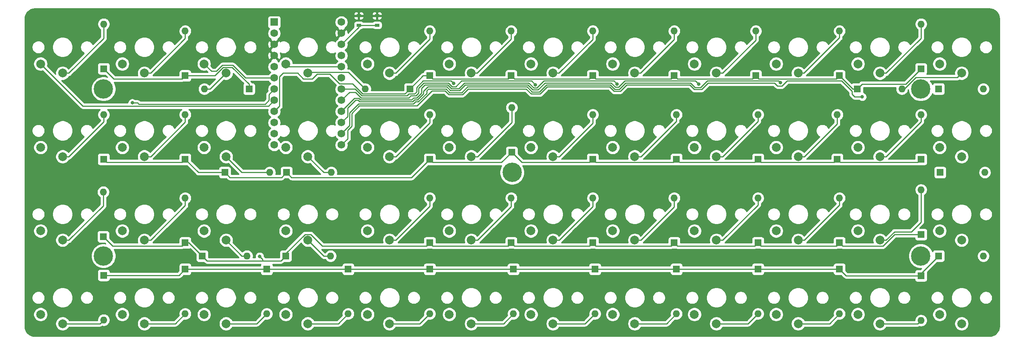
<source format=gbr>
G04 #@! TF.GenerationSoftware,KiCad,Pcbnew,5.1.9*
G04 #@! TF.CreationDate,2021-03-19T21:55:44-07:00*
G04 #@! TF.ProjectId,choc-40,63686f63-2d34-4302-9e6b-696361645f70,rev?*
G04 #@! TF.SameCoordinates,Original*
G04 #@! TF.FileFunction,Copper,L2,Bot*
G04 #@! TF.FilePolarity,Positive*
%FSLAX46Y46*%
G04 Gerber Fmt 4.6, Leading zero omitted, Abs format (unit mm)*
G04 Created by KiCad (PCBNEW 5.1.9) date 2021-03-19 21:55:44*
%MOMM*%
%LPD*%
G01*
G04 APERTURE LIST*
G04 #@! TA.AperFunction,ComponentPad*
%ADD10C,2.000000*%
G04 #@! TD*
G04 #@! TA.AperFunction,ComponentPad*
%ADD11C,0.700000*%
G04 #@! TD*
G04 #@! TA.AperFunction,ComponentPad*
%ADD12C,4.400000*%
G04 #@! TD*
G04 #@! TA.AperFunction,ComponentPad*
%ADD13O,1.600000X1.600000*%
G04 #@! TD*
G04 #@! TA.AperFunction,ComponentPad*
%ADD14R,1.600000X1.600000*%
G04 #@! TD*
G04 #@! TA.AperFunction,SMDPad,CuDef*
%ADD15R,1.050000X0.650000*%
G04 #@! TD*
G04 #@! TA.AperFunction,ComponentPad*
%ADD16C,1.752600*%
G04 #@! TD*
G04 #@! TA.AperFunction,ComponentPad*
%ADD17R,1.752600X1.752600*%
G04 #@! TD*
G04 #@! TA.AperFunction,ViaPad*
%ADD18C,0.800000*%
G04 #@! TD*
G04 #@! TA.AperFunction,Conductor*
%ADD19C,0.250000*%
G04 #@! TD*
G04 #@! TA.AperFunction,Conductor*
%ADD20C,0.254000*%
G04 #@! TD*
G04 #@! TA.AperFunction,Conductor*
%ADD21C,0.100000*%
G04 #@! TD*
G04 APERTURE END LIST*
D10*
X48331000Y-108002000D03*
X53331000Y-110102000D03*
D11*
X249272726Y-74535274D03*
X248106000Y-74052000D03*
X246939274Y-74535274D03*
X246456000Y-75702000D03*
X246939274Y-76868726D03*
X248106000Y-77352000D03*
X249272726Y-76868726D03*
X249756000Y-75702000D03*
D12*
X248106000Y-75702000D03*
X155356000Y-94702000D03*
D11*
X157006000Y-94702000D03*
X156522726Y-95868726D03*
X155356000Y-96352000D03*
X154189274Y-95868726D03*
X153706000Y-94702000D03*
X154189274Y-93535274D03*
X155356000Y-93052000D03*
X156522726Y-93535274D03*
X249272726Y-112535274D03*
X248106000Y-112052000D03*
X246939274Y-112535274D03*
X246456000Y-113702000D03*
X246939274Y-114868726D03*
X248106000Y-115352000D03*
X249272726Y-114868726D03*
X249756000Y-113702000D03*
D12*
X248106000Y-113702000D03*
D11*
X63772726Y-74535274D03*
X62606000Y-74052000D03*
X61439274Y-74535274D03*
X60956000Y-75702000D03*
X61439274Y-76868726D03*
X62606000Y-77352000D03*
X63772726Y-76868726D03*
X64256000Y-75702000D03*
D12*
X62606000Y-75702000D03*
D11*
X63772726Y-112535274D03*
X62606000Y-112052000D03*
X61439274Y-112535274D03*
X60956000Y-113702000D03*
X61439274Y-114868726D03*
X62606000Y-115352000D03*
X63772726Y-114868726D03*
X64256000Y-113702000D03*
D12*
X62606000Y-113702000D03*
D10*
X48331000Y-89002000D03*
X53331000Y-91102000D03*
D13*
X262316000Y-113702000D03*
D14*
X252156000Y-113702000D03*
D13*
X262656000Y-94702000D03*
D14*
X252496000Y-94702000D03*
D13*
X262316000Y-75702000D03*
D14*
X252156000Y-75702000D03*
D13*
X243816000Y-75702000D03*
D14*
X233656000Y-75702000D03*
D13*
X248156000Y-128362000D03*
D14*
X248156000Y-118202000D03*
D13*
X248156000Y-98642000D03*
D14*
X248156000Y-108802000D03*
D13*
X248156000Y-81542000D03*
D14*
X248156000Y-91702000D03*
D13*
X248156000Y-60942000D03*
D14*
X248156000Y-71102000D03*
D13*
X229656000Y-126862000D03*
D14*
X229656000Y-116702000D03*
D13*
X229656000Y-100542000D03*
D14*
X229656000Y-110702000D03*
D13*
X229156000Y-81542000D03*
D14*
X229156000Y-91702000D03*
D13*
X229656000Y-62542000D03*
D14*
X229656000Y-72702000D03*
D13*
X211156000Y-126862000D03*
D14*
X211156000Y-116702000D03*
D13*
X211156000Y-100542000D03*
D14*
X211156000Y-110702000D03*
D13*
X211156000Y-81542000D03*
D14*
X211156000Y-91702000D03*
D13*
X210656000Y-62542000D03*
D14*
X210656000Y-72702000D03*
D13*
X192656000Y-126862000D03*
D14*
X192656000Y-116702000D03*
D13*
X192156000Y-100542000D03*
D14*
X192156000Y-110702000D03*
D13*
X192656000Y-81542000D03*
D14*
X192656000Y-91702000D03*
D13*
X192156000Y-62542000D03*
D14*
X192156000Y-72702000D03*
D13*
X174156000Y-126862000D03*
D14*
X174156000Y-116702000D03*
D13*
X173656000Y-100542000D03*
D14*
X173656000Y-110702000D03*
D13*
X173656000Y-81542000D03*
D14*
X173656000Y-91702000D03*
D13*
X173656000Y-62542000D03*
D14*
X173656000Y-72702000D03*
D13*
X155656000Y-126862000D03*
D14*
X155656000Y-116702000D03*
D13*
X155156000Y-100542000D03*
D14*
X155156000Y-110702000D03*
D13*
X155256000Y-79942000D03*
D14*
X155256000Y-90102000D03*
D13*
X155156000Y-62542000D03*
D14*
X155156000Y-72702000D03*
D13*
X136656000Y-126862000D03*
D14*
X136656000Y-116702000D03*
D13*
X136656000Y-100542000D03*
D14*
X136656000Y-110702000D03*
D13*
X136656000Y-81542000D03*
D14*
X136656000Y-91702000D03*
D13*
X136656000Y-62542000D03*
D14*
X136656000Y-72702000D03*
D13*
X118156000Y-126862000D03*
D14*
X118156000Y-116702000D03*
D13*
X114156000Y-113702000D03*
D14*
X103996000Y-113702000D03*
D13*
X114316000Y-94702000D03*
D14*
X104156000Y-94702000D03*
D13*
X121996000Y-75702000D03*
D14*
X132156000Y-75702000D03*
D13*
X99656000Y-126862000D03*
D14*
X99656000Y-116702000D03*
D13*
X95156000Y-113702000D03*
D14*
X84996000Y-113702000D03*
D13*
X100316000Y-94702000D03*
D14*
X90156000Y-94702000D03*
D13*
X85496000Y-75702000D03*
D14*
X95656000Y-75702000D03*
D13*
X81156000Y-126862000D03*
D14*
X81156000Y-116702000D03*
D13*
X81156000Y-100542000D03*
D14*
X81156000Y-110702000D03*
D13*
X81156000Y-81542000D03*
D14*
X81156000Y-91702000D03*
D13*
X81156000Y-62542000D03*
D14*
X81156000Y-72702000D03*
D13*
X62656000Y-128262000D03*
D14*
X62656000Y-118102000D03*
D13*
X62556000Y-99142000D03*
D14*
X62556000Y-109302000D03*
D13*
X62656000Y-81542000D03*
D14*
X62656000Y-91702000D03*
D13*
X62656000Y-60942000D03*
D14*
X62656000Y-71102000D03*
D10*
X85431000Y-70002000D03*
X90431000Y-72102000D03*
D15*
X124713000Y-59056000D03*
X120563000Y-59056000D03*
X124713000Y-61206000D03*
X120563000Y-61206000D03*
D16*
X116605500Y-60512000D03*
X101365500Y-88452000D03*
X116605500Y-63052000D03*
X116605500Y-65592000D03*
X116605500Y-68132000D03*
X116605500Y-70672000D03*
X116605500Y-73212000D03*
X116605500Y-75752000D03*
X116605500Y-78292000D03*
X116605500Y-80832000D03*
X116605500Y-83372000D03*
X116605500Y-85912000D03*
X116605500Y-88452000D03*
X101365500Y-85912000D03*
X101365500Y-83372000D03*
X101365500Y-80832000D03*
X101365500Y-78292000D03*
X101365500Y-75752000D03*
X101365500Y-73212000D03*
X101365500Y-70672000D03*
X101365500Y-68132000D03*
X101365500Y-65592000D03*
X101365500Y-63052000D03*
D17*
X101365500Y-60512000D03*
D10*
X252381000Y-127002000D03*
X257381000Y-129102000D03*
X252381000Y-108002000D03*
X257381000Y-110102000D03*
X252381000Y-89002000D03*
X257381000Y-91102000D03*
X252381000Y-70002000D03*
X257381000Y-72102000D03*
X233831000Y-127002000D03*
X238831000Y-129102000D03*
X233831000Y-108002000D03*
X238831000Y-110102000D03*
X233831000Y-89002000D03*
X238831000Y-91102000D03*
X233831000Y-70002000D03*
X238831000Y-72102000D03*
X215281000Y-127002000D03*
X220281000Y-129102000D03*
X215281000Y-108002000D03*
X220281000Y-110102000D03*
X215281000Y-89002000D03*
X220281000Y-91102000D03*
X215281000Y-70002000D03*
X220281000Y-72102000D03*
X196731000Y-127002000D03*
X201731000Y-129102000D03*
X196731000Y-108002000D03*
X201731000Y-110102000D03*
X196731000Y-89002000D03*
X201731000Y-91102000D03*
X196731000Y-70002000D03*
X201731000Y-72102000D03*
X178181000Y-127002000D03*
X183181000Y-129102000D03*
X178181000Y-108002000D03*
X183181000Y-110102000D03*
X178181000Y-89002000D03*
X183181000Y-91102000D03*
X178181000Y-70002000D03*
X183181000Y-72102000D03*
X159631000Y-127002000D03*
X164631000Y-129102000D03*
X159631000Y-108002000D03*
X164631000Y-110102000D03*
X159631000Y-89002000D03*
X164631000Y-91102000D03*
X159631000Y-70002000D03*
X164631000Y-72102000D03*
X141081000Y-127002000D03*
X146081000Y-129102000D03*
X141081000Y-108002000D03*
X146081000Y-110102000D03*
X141081000Y-89002000D03*
X146081000Y-91102000D03*
X141081000Y-70002000D03*
X146081000Y-72102000D03*
X122531000Y-127002000D03*
X127531000Y-129102000D03*
X122531000Y-108002000D03*
X127531000Y-110102000D03*
X122531000Y-89002000D03*
X127531000Y-91102000D03*
X122531000Y-70002000D03*
X127531000Y-72102000D03*
X103981000Y-127002000D03*
X108981000Y-129102000D03*
X103981000Y-108002000D03*
X108981000Y-110102000D03*
X103981000Y-89002000D03*
X108981000Y-91102000D03*
X103981000Y-70002000D03*
X108981000Y-72102000D03*
X85431000Y-127002000D03*
X90431000Y-129102000D03*
X85431000Y-108002000D03*
X90431000Y-110102000D03*
X85431000Y-89002000D03*
X90431000Y-91102000D03*
X66881000Y-127002000D03*
X71881000Y-129102000D03*
X66881000Y-108002000D03*
X71881000Y-110102000D03*
X66881000Y-89002000D03*
X71881000Y-91102000D03*
X66881000Y-70002000D03*
X71881000Y-72102000D03*
X48331000Y-127002000D03*
X53331000Y-129102000D03*
X48331000Y-70002000D03*
X53331000Y-72102000D03*
D18*
X98064600Y-113801200D03*
X69156000Y-78877000D03*
X142080999Y-74444601D03*
X160630999Y-74741401D03*
X179180999Y-74586199D03*
X197730999Y-74623801D03*
X216280999Y-74297399D03*
X234830999Y-77503401D03*
D19*
X62656000Y-64191213D02*
X62656000Y-60942000D01*
X54745213Y-72102000D02*
X62656000Y-64191213D01*
X53331000Y-72102000D02*
X54745213Y-72102000D01*
X232656000Y-75702000D02*
X229656000Y-72702000D01*
X233656000Y-75702000D02*
X232656000Y-75702000D01*
X211381001Y-73427001D02*
X210656000Y-72702000D01*
X228930999Y-73427001D02*
X211381001Y-73427001D01*
X229656000Y-72702000D02*
X228930999Y-73427001D01*
X192881001Y-73427001D02*
X192156000Y-72702000D01*
X209930999Y-73427001D02*
X192881001Y-73427001D01*
X210656000Y-72702000D02*
X209930999Y-73427001D01*
X191430999Y-73427001D02*
X174381001Y-73427001D01*
X174381001Y-73427001D02*
X173656000Y-72702000D01*
X192156000Y-72702000D02*
X191430999Y-73427001D01*
X155881001Y-73427001D02*
X155156000Y-72702000D01*
X172930999Y-73427001D02*
X155881001Y-73427001D01*
X173656000Y-72702000D02*
X172930999Y-73427001D01*
X137381001Y-73427001D02*
X136656000Y-72702000D01*
X154430999Y-73427001D02*
X137381001Y-73427001D01*
X155156000Y-72702000D02*
X154430999Y-73427001D01*
X135156000Y-72702000D02*
X132156000Y-75702000D01*
X136656000Y-72702000D02*
X135156000Y-72702000D01*
X91780999Y-70776999D02*
X95656000Y-74652000D01*
X95656000Y-74652000D02*
X95656000Y-75702000D01*
X89794999Y-70776999D02*
X91780999Y-70776999D01*
X87869998Y-72702000D02*
X89794999Y-70776999D01*
X81156000Y-72702000D02*
X87869998Y-72702000D01*
X95656000Y-75702000D02*
X96235500Y-75702000D01*
X131030999Y-76827001D02*
X132156000Y-75702000D01*
X121455999Y-76827001D02*
X131030999Y-76827001D01*
X80430999Y-73427001D02*
X81156000Y-72702000D01*
X64981001Y-73427001D02*
X80430999Y-73427001D01*
X62656000Y-71102000D02*
X64981001Y-73427001D01*
X244681001Y-74576999D02*
X248156000Y-71102000D01*
X234781001Y-74576999D02*
X244681001Y-74576999D01*
X233656000Y-75702000D02*
X234781001Y-74576999D01*
X102566801Y-79630699D02*
X102566801Y-72891199D01*
X101365500Y-80832000D02*
X102566801Y-79630699D01*
X102566801Y-72891199D02*
X103356000Y-72102000D01*
X103356000Y-72102000D02*
X106656000Y-72102000D01*
X107981001Y-73427001D02*
X110030999Y-73427001D01*
X106656000Y-72102000D02*
X107981001Y-73427001D01*
X110030999Y-73427001D02*
X111134689Y-72323311D01*
X119179697Y-74550699D02*
X119893499Y-75264501D01*
X111134689Y-72323311D02*
X113938885Y-72323311D01*
X116166273Y-74550699D02*
X119179697Y-74550699D01*
X113938885Y-72323311D02*
X116166273Y-74550699D01*
X119893499Y-75264501D02*
X121455999Y-76827001D01*
X62656000Y-83191213D02*
X62656000Y-81542000D01*
X54745213Y-91102000D02*
X62656000Y-83191213D01*
X53331000Y-91102000D02*
X54745213Y-91102000D01*
X229881001Y-92427001D02*
X229156000Y-91702000D01*
X247430999Y-92427001D02*
X229881001Y-92427001D01*
X248156000Y-91702000D02*
X247430999Y-92427001D01*
X211881001Y-92427001D02*
X211156000Y-91702000D01*
X228430999Y-92427001D02*
X211881001Y-92427001D01*
X229156000Y-91702000D02*
X228430999Y-92427001D01*
X193381001Y-92427001D02*
X192656000Y-91702000D01*
X210430999Y-92427001D02*
X193381001Y-92427001D01*
X211156000Y-91702000D02*
X210430999Y-92427001D01*
X174381001Y-92427001D02*
X173656000Y-91702000D01*
X191930999Y-92427001D02*
X174381001Y-92427001D01*
X192656000Y-91702000D02*
X191930999Y-92427001D01*
X105281001Y-95827001D02*
X104156000Y-94702000D01*
X132530999Y-95827001D02*
X105281001Y-95827001D01*
X136656000Y-91702000D02*
X132530999Y-95827001D01*
X91281001Y-95827001D02*
X103030999Y-95827001D01*
X103030999Y-95827001D02*
X104156000Y-94702000D01*
X90156000Y-94702000D02*
X91281001Y-95827001D01*
X84156000Y-94702000D02*
X81156000Y-91702000D01*
X90156000Y-94702000D02*
X84156000Y-94702000D01*
X80430999Y-92427001D02*
X63381001Y-92427001D01*
X63381001Y-92427001D02*
X62656000Y-91702000D01*
X81156000Y-91702000D02*
X80430999Y-92427001D01*
X152930999Y-92427001D02*
X155256000Y-90102000D01*
X137381001Y-92427001D02*
X152930999Y-92427001D01*
X136656000Y-91702000D02*
X137381001Y-92427001D01*
X172930999Y-92427001D02*
X173656000Y-91702000D01*
X157581001Y-92427001D02*
X172930999Y-92427001D01*
X155256000Y-90102000D02*
X157581001Y-92427001D01*
X62556000Y-102291213D02*
X62556000Y-99142000D01*
X54745213Y-110102000D02*
X62556000Y-102291213D01*
X53331000Y-110102000D02*
X54745213Y-110102000D01*
X211881001Y-111427001D02*
X211156000Y-110702000D01*
X228930999Y-111427001D02*
X211881001Y-111427001D01*
X229656000Y-110702000D02*
X228930999Y-111427001D01*
X192881001Y-111427001D02*
X192156000Y-110702000D01*
X210430999Y-111427001D02*
X192881001Y-111427001D01*
X211156000Y-110702000D02*
X210430999Y-111427001D01*
X174381001Y-111427001D02*
X173656000Y-110702000D01*
X191430999Y-111427001D02*
X174381001Y-111427001D01*
X192156000Y-110702000D02*
X191430999Y-111427001D01*
X155881001Y-111427001D02*
X155156000Y-110702000D01*
X172930999Y-111427001D02*
X155881001Y-111427001D01*
X173656000Y-110702000D02*
X172930999Y-111427001D01*
X137381001Y-111427001D02*
X136656000Y-110702000D01*
X154430999Y-111427001D02*
X137381001Y-111427001D01*
X155156000Y-110702000D02*
X154430999Y-111427001D01*
X103996000Y-113125998D02*
X103996000Y-113702000D01*
X108344999Y-108776999D02*
X103996000Y-113125998D01*
X109617001Y-108776999D02*
X108344999Y-108776999D01*
X112267003Y-111427001D02*
X109617001Y-108776999D01*
X135930999Y-111427001D02*
X112267003Y-111427001D01*
X136656000Y-110702000D02*
X135930999Y-111427001D01*
X81996000Y-110702000D02*
X84996000Y-113702000D01*
X81156000Y-110702000D02*
X81996000Y-110702000D01*
X102870999Y-114827001D02*
X103996000Y-113702000D01*
X84996000Y-113702000D02*
X86121001Y-114827001D01*
X98771801Y-114827001D02*
X98771801Y-114508401D01*
X86121001Y-114827001D02*
X98771801Y-114827001D01*
X98771801Y-114508401D02*
X98064600Y-113801200D01*
X98771801Y-114827001D02*
X102870999Y-114827001D01*
X80430999Y-111427001D02*
X81156000Y-110702000D01*
X64681001Y-111427001D02*
X80430999Y-111427001D01*
X62556000Y-109302000D02*
X64681001Y-111427001D01*
X230381001Y-111427001D02*
X239556622Y-111427001D01*
X229656000Y-110702000D02*
X230381001Y-111427001D01*
X242181623Y-108802000D02*
X248156000Y-108802000D01*
X239556622Y-111427001D02*
X242181623Y-108802000D01*
X61816000Y-129102000D02*
X62656000Y-128262000D01*
X53331000Y-129102000D02*
X61816000Y-129102000D01*
X81156000Y-116702000D02*
X99656000Y-116702000D01*
X99656000Y-116702000D02*
X118156000Y-116702000D01*
X118156000Y-116702000D02*
X136656000Y-116702000D01*
X136656000Y-116702000D02*
X155656000Y-116702000D01*
X155656000Y-116702000D02*
X174156000Y-116702000D01*
X174156000Y-116702000D02*
X192656000Y-116702000D01*
X192656000Y-116702000D02*
X211156000Y-116702000D01*
X211156000Y-116702000D02*
X229656000Y-116702000D01*
X79756000Y-118102000D02*
X81156000Y-116702000D01*
X62656000Y-118102000D02*
X79756000Y-118102000D01*
X248156000Y-117702000D02*
X252156000Y-113702000D01*
X248156000Y-118202000D02*
X248156000Y-117702000D01*
X231156000Y-118202000D02*
X229656000Y-116702000D01*
X248156000Y-118202000D02*
X231156000Y-118202000D01*
X81156000Y-64241213D02*
X81156000Y-62542000D01*
X73295213Y-72102000D02*
X81156000Y-64241213D01*
X71881000Y-72102000D02*
X73295213Y-72102000D01*
X81156000Y-83241213D02*
X81156000Y-81542000D01*
X73295213Y-91102000D02*
X81156000Y-83241213D01*
X71881000Y-91102000D02*
X73295213Y-91102000D01*
X81156000Y-102241213D02*
X81156000Y-100542000D01*
X73295213Y-110102000D02*
X81156000Y-102241213D01*
X71881000Y-110102000D02*
X73295213Y-110102000D01*
X78916000Y-129102000D02*
X81156000Y-126862000D01*
X71881000Y-129102000D02*
X78916000Y-129102000D01*
X85496000Y-75702000D02*
X86831000Y-75702000D01*
X86831000Y-75702000D02*
X90431000Y-72102000D01*
X94031000Y-94702000D02*
X90431000Y-91102000D01*
X100316000Y-94702000D02*
X94031000Y-94702000D01*
X94031000Y-113702000D02*
X95156000Y-113702000D01*
X90431000Y-110102000D02*
X94031000Y-113702000D01*
X97416000Y-129102000D02*
X99656000Y-126862000D01*
X90431000Y-129102000D02*
X97416000Y-129102000D01*
X118167301Y-71873301D02*
X121996000Y-75702000D01*
X109209699Y-71873301D02*
X118167301Y-71873301D01*
X108981000Y-72102000D02*
X109209699Y-71873301D01*
X112581000Y-94702000D02*
X108981000Y-91102000D01*
X114316000Y-94702000D02*
X112581000Y-94702000D01*
X112581000Y-113702000D02*
X108981000Y-110102000D01*
X114156000Y-113702000D02*
X112581000Y-113702000D01*
X115916000Y-129102000D02*
X118156000Y-126862000D01*
X108981000Y-129102000D02*
X115916000Y-129102000D01*
X128945213Y-72102000D02*
X127531000Y-72102000D01*
X136656000Y-64391213D02*
X128945213Y-72102000D01*
X136656000Y-62542000D02*
X136656000Y-64391213D01*
X136656000Y-83391213D02*
X136656000Y-81542000D01*
X128945213Y-91102000D02*
X136656000Y-83391213D01*
X127531000Y-91102000D02*
X128945213Y-91102000D01*
X136656000Y-102391213D02*
X136656000Y-100542000D01*
X128945213Y-110102000D02*
X136656000Y-102391213D01*
X127531000Y-110102000D02*
X128945213Y-110102000D01*
X134416000Y-129102000D02*
X136656000Y-126862000D01*
X127531000Y-129102000D02*
X134416000Y-129102000D01*
X155156000Y-64366002D02*
X147420002Y-72102000D01*
X155156000Y-62542000D02*
X155156000Y-64366002D01*
X147420002Y-72102000D02*
X146081000Y-72102000D01*
X155256000Y-83341213D02*
X155256000Y-79942000D01*
X147495213Y-91102000D02*
X155256000Y-83341213D01*
X146081000Y-91102000D02*
X147495213Y-91102000D01*
X155156000Y-102441213D02*
X155156000Y-100542000D01*
X147495213Y-110102000D02*
X155156000Y-102441213D01*
X146081000Y-110102000D02*
X147495213Y-110102000D01*
X153416000Y-129102000D02*
X155656000Y-126862000D01*
X146081000Y-129102000D02*
X153416000Y-129102000D01*
X48331000Y-70002000D02*
X57931000Y-79602000D01*
X100055500Y-79602000D02*
X101365500Y-78292000D01*
X57931000Y-79602000D02*
X100055500Y-79602000D01*
X69156000Y-78877000D02*
X70381010Y-78877000D01*
X70381010Y-78877000D02*
X70656000Y-79151990D01*
X70656000Y-79151990D02*
X99306010Y-79151990D01*
X99306010Y-79151990D02*
X100164199Y-78293801D01*
X100164199Y-76953301D02*
X101365500Y-75752000D01*
X100164199Y-78293801D02*
X100164199Y-76953301D01*
X85431000Y-70002000D02*
X87119794Y-71690794D01*
X87119794Y-71690794D02*
X88244794Y-71690794D01*
X89608599Y-70326989D02*
X91967400Y-70326990D01*
X88244794Y-71690794D02*
X89608599Y-70326989D01*
X94852410Y-73212000D02*
X101365500Y-73212000D01*
X91967400Y-70326990D02*
X94852410Y-73212000D01*
X104651000Y-70672000D02*
X103981000Y-70002000D01*
X116605500Y-70672000D02*
X104651000Y-70672000D01*
X116605500Y-75752000D02*
X119744588Y-75752000D01*
X131476189Y-77277011D02*
X131926199Y-76827001D01*
X121269599Y-77277011D02*
X131476189Y-77277011D01*
X119744588Y-75752000D02*
X121269599Y-77277011D01*
X133216001Y-76827001D02*
X133661600Y-76381402D01*
X131926199Y-76827001D02*
X133216001Y-76827001D01*
X133661600Y-76381402D02*
X133661600Y-75345600D01*
X133661600Y-75345600D02*
X135130189Y-73877011D01*
X141513409Y-73877011D02*
X142080999Y-74444601D01*
X135130189Y-73877011D02*
X141513409Y-73877011D01*
X120563000Y-61634500D02*
X120563000Y-61206000D01*
X116605500Y-65592000D02*
X120563000Y-61634500D01*
X120563000Y-61206000D02*
X124713000Y-61206000D01*
X165970002Y-72102000D02*
X164631000Y-72102000D01*
X173656000Y-64416002D02*
X165970002Y-72102000D01*
X173656000Y-62542000D02*
X173656000Y-64416002D01*
X173656000Y-83491213D02*
X173656000Y-81542000D01*
X166045213Y-91102000D02*
X173656000Y-83491213D01*
X164631000Y-91102000D02*
X166045213Y-91102000D01*
X173656000Y-102491213D02*
X173656000Y-100542000D01*
X166045213Y-110102000D02*
X173656000Y-102491213D01*
X164631000Y-110102000D02*
X166045213Y-110102000D01*
X171916000Y-129102000D02*
X174156000Y-126862000D01*
X164631000Y-129102000D02*
X171916000Y-129102000D01*
X192156000Y-64466002D02*
X184520002Y-72102000D01*
X184520002Y-72102000D02*
X183181000Y-72102000D01*
X192156000Y-62542000D02*
X192156000Y-64466002D01*
X192656000Y-83041213D02*
X192656000Y-81542000D01*
X184595213Y-91102000D02*
X192656000Y-83041213D01*
X183181000Y-91102000D02*
X184595213Y-91102000D01*
X192156000Y-102541213D02*
X192156000Y-100542000D01*
X184595213Y-110102000D02*
X192156000Y-102541213D01*
X183181000Y-110102000D02*
X184595213Y-110102000D01*
X190416000Y-129102000D02*
X192656000Y-126862000D01*
X183181000Y-129102000D02*
X190416000Y-129102000D01*
X203145213Y-72102000D02*
X201731000Y-72102000D01*
X210656000Y-64591213D02*
X203145213Y-72102000D01*
X210656000Y-62542000D02*
X210656000Y-64591213D01*
X211156000Y-83091213D02*
X211156000Y-81542000D01*
X203145213Y-91102000D02*
X211156000Y-83091213D01*
X201731000Y-91102000D02*
X203145213Y-91102000D01*
X211156000Y-102091213D02*
X211156000Y-100542000D01*
X203145213Y-110102000D02*
X211156000Y-102091213D01*
X201731000Y-110102000D02*
X203145213Y-110102000D01*
X208916000Y-129102000D02*
X211156000Y-126862000D01*
X201731000Y-129102000D02*
X208916000Y-129102000D01*
X221620002Y-72102000D02*
X220281000Y-72102000D01*
X229656000Y-64066002D02*
X221620002Y-72102000D01*
X229656000Y-62542000D02*
X229656000Y-64066002D01*
X229156000Y-83641213D02*
X229156000Y-81542000D01*
X221695213Y-91102000D02*
X229156000Y-83641213D01*
X220281000Y-91102000D02*
X221695213Y-91102000D01*
X229656000Y-102141213D02*
X229656000Y-100542000D01*
X221695213Y-110102000D02*
X229656000Y-102141213D01*
X220281000Y-110102000D02*
X221695213Y-110102000D01*
X227416000Y-129102000D02*
X229656000Y-126862000D01*
X220281000Y-129102000D02*
X227416000Y-129102000D01*
X248156000Y-64191213D02*
X248156000Y-60942000D01*
X240245213Y-72102000D02*
X248156000Y-64191213D01*
X238831000Y-72102000D02*
X240245213Y-72102000D01*
X248156000Y-83191213D02*
X248156000Y-81542000D01*
X240245213Y-91102000D02*
X248156000Y-83191213D01*
X238831000Y-91102000D02*
X240245213Y-91102000D01*
X238831000Y-110102000D02*
X240245213Y-110102000D01*
X240245213Y-110102000D02*
X242145213Y-108202000D01*
X242145213Y-108202000D02*
X245956000Y-108202000D01*
X248156000Y-106002000D02*
X248156000Y-98642000D01*
X245956000Y-108202000D02*
X248156000Y-106002000D01*
X247416000Y-129102000D02*
X248156000Y-128362000D01*
X238831000Y-129102000D02*
X247416000Y-129102000D01*
X246968999Y-73101999D02*
X256381001Y-73101999D01*
X256381001Y-73101999D02*
X257381000Y-72102000D01*
X244368998Y-75702000D02*
X246968999Y-73101999D01*
X243816000Y-75702000D02*
X244368998Y-75702000D01*
X116605500Y-78292000D02*
X118434300Y-76463200D01*
X119819378Y-76463200D02*
X121089378Y-77733200D01*
X118434300Y-76463200D02*
X119819378Y-76463200D01*
X121089378Y-77733200D02*
X131884611Y-77733200D01*
X131884611Y-77733200D02*
X132340800Y-77277011D01*
X132340800Y-77277011D02*
X133508189Y-77277011D01*
X134118800Y-76666400D02*
X134118800Y-75548800D01*
X133508189Y-77277011D02*
X134118800Y-76666400D01*
X134118800Y-75548800D02*
X135340579Y-74327021D01*
X135340579Y-74327021D02*
X140890417Y-74327021D01*
X142575198Y-75169602D02*
X143867789Y-73877011D01*
X141732998Y-75169602D02*
X142575198Y-75169602D01*
X140890417Y-74327021D02*
X141732998Y-75169602D01*
X143867789Y-73877011D02*
X159766609Y-73877011D01*
X159766609Y-73877011D02*
X160630999Y-74741401D01*
X116605500Y-80832000D02*
X119602700Y-77834800D01*
X120554568Y-77834800D02*
X120902978Y-78183210D01*
X119602700Y-77834800D02*
X120554568Y-77834800D01*
X133007379Y-77727021D02*
X133694590Y-77727020D01*
X132551190Y-78183210D02*
X133007379Y-77727021D01*
X120902978Y-78183210D02*
X132551190Y-78183210D01*
X134779200Y-76642410D02*
X134779200Y-75524810D01*
X133694590Y-77727020D02*
X134779200Y-76642410D01*
X134779200Y-75524810D02*
X135526979Y-74777031D01*
X140704017Y-74777031D02*
X141546598Y-75619612D01*
X135526979Y-74777031D02*
X140704017Y-74777031D01*
X143242788Y-75619612D02*
X144535379Y-74327021D01*
X141546598Y-75619612D02*
X143242788Y-75619612D01*
X144535379Y-74327021D02*
X159109821Y-74327021D01*
X160979000Y-75466402D02*
X162568391Y-73877011D01*
X160249202Y-75466402D02*
X160979000Y-75466402D01*
X159109821Y-74327021D02*
X160249202Y-75466402D01*
X178471811Y-73877011D02*
X179180999Y-74586199D01*
X162568391Y-73877011D02*
X178471811Y-73877011D01*
X161233988Y-75916412D02*
X162823379Y-74327021D01*
X180963189Y-73877011D02*
X196984209Y-73877011D01*
X158923421Y-74777031D02*
X160062802Y-75916412D01*
X141360198Y-76069622D02*
X143429189Y-76069621D01*
X178832998Y-75311200D02*
X179529000Y-75311200D01*
X140517617Y-75227041D02*
X141360198Y-76069622D01*
X143429189Y-76069621D02*
X144721779Y-74777031D01*
X135236400Y-76209200D02*
X136218559Y-75227041D01*
X196984209Y-73877011D02*
X197730999Y-74623801D01*
X160062802Y-75916412D02*
X161233988Y-75916412D01*
X133193781Y-78177029D02*
X133880991Y-78177029D01*
X162823379Y-74327021D02*
X177848819Y-74327021D01*
X116605500Y-83372000D02*
X118015200Y-81962300D01*
X177848819Y-74327021D02*
X178832998Y-75311200D01*
X120716578Y-78633220D02*
X132737591Y-78633219D01*
X144721779Y-74777031D02*
X158923421Y-74777031D01*
X118015200Y-81962300D02*
X118015200Y-80070000D01*
X118015200Y-80070000D02*
X119800390Y-78284810D01*
X119800390Y-78284810D02*
X120368168Y-78284810D01*
X120368168Y-78284810D02*
X120716578Y-78633220D01*
X179529000Y-75311200D02*
X180963189Y-73877011D01*
X132737591Y-78633219D02*
X133193781Y-78177029D01*
X133880991Y-78177029D02*
X135236400Y-76821620D01*
X136218559Y-75227041D02*
X140517617Y-75227041D01*
X135236400Y-76821620D02*
X135236400Y-76209200D01*
X215860611Y-73877011D02*
X216280999Y-74297399D01*
X132950400Y-79104800D02*
X133428161Y-78627039D01*
X161545978Y-76366422D02*
X163135369Y-74777031D01*
X136380810Y-75701200D02*
X140355366Y-75701200D01*
X141173799Y-76519631D02*
X143917569Y-76519631D01*
X120508606Y-79104800D02*
X132950400Y-79104800D01*
X116605500Y-85912000D02*
X118485805Y-84031695D01*
X118485805Y-84031695D02*
X118485805Y-81127601D01*
X140355366Y-75701200D02*
X141173799Y-76519631D01*
X143917569Y-76519631D02*
X145210159Y-75227041D01*
X181149589Y-74327021D02*
X195840800Y-74327021D01*
X135998400Y-76696030D02*
X135998400Y-76083610D01*
X195840800Y-74327021D02*
X196862581Y-75348802D01*
X134067392Y-78627038D02*
X135998400Y-76696030D01*
X145210159Y-75227041D02*
X158737021Y-75227041D01*
X133428161Y-78627039D02*
X134067392Y-78627038D01*
X118485805Y-81127601D02*
X120508606Y-79104800D01*
X158737021Y-75227041D02*
X159876402Y-76366422D01*
X159876402Y-76366422D02*
X161545978Y-76366422D01*
X177662419Y-74777031D02*
X178646598Y-75761210D01*
X163135369Y-74777031D02*
X177662419Y-74777031D01*
X178646598Y-75761210D02*
X179715401Y-75761209D01*
X179715401Y-75761209D02*
X181149589Y-74327021D01*
X196862581Y-75348802D02*
X198174398Y-75348802D01*
X135998400Y-76083610D02*
X136380810Y-75701200D01*
X198174398Y-75348802D02*
X199646189Y-73877011D01*
X199646189Y-73877011D02*
X215860611Y-73877011D01*
X230135411Y-73877011D02*
X230791200Y-74532800D01*
X217774389Y-73877011D02*
X230135411Y-73877011D01*
X216629000Y-75022400D02*
X217774389Y-73877011D01*
X140987399Y-76969641D02*
X144103970Y-76969640D01*
X118015200Y-87042300D02*
X118015200Y-85138710D01*
X116605500Y-88452000D02*
X118015200Y-87042300D01*
X120695006Y-79554810D02*
X133776030Y-79554810D01*
X133776030Y-79554810D02*
X137179630Y-76151210D01*
X118015200Y-85138710D02*
X118935815Y-84218095D01*
X232530999Y-76907801D02*
X233126599Y-77503401D01*
X163304810Y-75244000D02*
X177492978Y-75244000D01*
X233126599Y-77503401D02*
X234830999Y-77503401D01*
X230791200Y-74532800D02*
X230850390Y-74532800D01*
X161732379Y-76816431D02*
X163304810Y-75244000D01*
X230850390Y-74532800D02*
X232530999Y-76213409D01*
X140168968Y-76151210D02*
X140987399Y-76969641D01*
X198360799Y-75798811D02*
X199832589Y-74327021D01*
X179901802Y-76211218D02*
X181335989Y-74777031D01*
X118935815Y-81314001D02*
X120695006Y-79554810D01*
X118935815Y-84218095D02*
X118935815Y-81314001D01*
X232530999Y-76213409D02*
X232530999Y-76907801D01*
X181335989Y-74777031D02*
X195654400Y-74777031D01*
X199832589Y-74327021D02*
X214888221Y-74327021D01*
X144103970Y-76969640D02*
X145396559Y-75677051D01*
X196676181Y-75798812D02*
X198360799Y-75798811D01*
X145396559Y-75677051D02*
X158550621Y-75677051D01*
X158550621Y-75677051D02*
X159690002Y-76816432D01*
X177492978Y-75244000D02*
X178460199Y-76211219D01*
X137179630Y-76151210D02*
X140168968Y-76151210D01*
X178460199Y-76211219D02*
X179901802Y-76211218D01*
X215583600Y-75022400D02*
X216629000Y-75022400D01*
X195654400Y-74777031D02*
X196676181Y-75798812D01*
X159690002Y-76816432D02*
X161732379Y-76816431D01*
X214888221Y-74327021D02*
X215583600Y-75022400D01*
D20*
X264095255Y-57483594D02*
X264517781Y-57611162D01*
X264907482Y-57818369D01*
X265249513Y-58097324D01*
X265530849Y-58437399D01*
X265740771Y-58825644D01*
X265871285Y-59247265D01*
X265921000Y-59720274D01*
X265921001Y-129666043D01*
X265874406Y-130141255D01*
X265746838Y-130563781D01*
X265539631Y-130953482D01*
X265260676Y-131295513D01*
X264920601Y-131576849D01*
X264532356Y-131786771D01*
X264110737Y-131917285D01*
X263637726Y-131967000D01*
X47091947Y-131967000D01*
X46616745Y-131920406D01*
X46194219Y-131792838D01*
X45804518Y-131585631D01*
X45462487Y-131306676D01*
X45181151Y-130966601D01*
X44971229Y-130578356D01*
X44840715Y-130156737D01*
X44791000Y-129683726D01*
X44791000Y-128940967D01*
X51696000Y-128940967D01*
X51696000Y-129263033D01*
X51758832Y-129578912D01*
X51882082Y-129876463D01*
X52061013Y-130144252D01*
X52288748Y-130371987D01*
X52556537Y-130550918D01*
X52854088Y-130674168D01*
X53169967Y-130737000D01*
X53492033Y-130737000D01*
X53807912Y-130674168D01*
X54105463Y-130550918D01*
X54373252Y-130371987D01*
X54600987Y-130144252D01*
X54779918Y-129876463D01*
X54785909Y-129862000D01*
X61778678Y-129862000D01*
X61816000Y-129865676D01*
X61853322Y-129862000D01*
X61853333Y-129862000D01*
X61964986Y-129851003D01*
X62108247Y-129807546D01*
X62240276Y-129736974D01*
X62333013Y-129660867D01*
X62514665Y-129697000D01*
X62797335Y-129697000D01*
X63074574Y-129641853D01*
X63335727Y-129533680D01*
X63570759Y-129376637D01*
X63770637Y-129176759D01*
X63927680Y-128941727D01*
X63927994Y-128940967D01*
X70246000Y-128940967D01*
X70246000Y-129263033D01*
X70308832Y-129578912D01*
X70432082Y-129876463D01*
X70611013Y-130144252D01*
X70838748Y-130371987D01*
X71106537Y-130550918D01*
X71404088Y-130674168D01*
X71719967Y-130737000D01*
X72042033Y-130737000D01*
X72357912Y-130674168D01*
X72655463Y-130550918D01*
X72923252Y-130371987D01*
X73150987Y-130144252D01*
X73329918Y-129876463D01*
X73335909Y-129862000D01*
X78878678Y-129862000D01*
X78916000Y-129865676D01*
X78953322Y-129862000D01*
X78953333Y-129862000D01*
X79064986Y-129851003D01*
X79208247Y-129807546D01*
X79340276Y-129736974D01*
X79456001Y-129642001D01*
X79479804Y-129612998D01*
X80151835Y-128940967D01*
X88796000Y-128940967D01*
X88796000Y-129263033D01*
X88858832Y-129578912D01*
X88982082Y-129876463D01*
X89161013Y-130144252D01*
X89388748Y-130371987D01*
X89656537Y-130550918D01*
X89954088Y-130674168D01*
X90269967Y-130737000D01*
X90592033Y-130737000D01*
X90907912Y-130674168D01*
X91205463Y-130550918D01*
X91473252Y-130371987D01*
X91700987Y-130144252D01*
X91879918Y-129876463D01*
X91885909Y-129862000D01*
X97378678Y-129862000D01*
X97416000Y-129865676D01*
X97453322Y-129862000D01*
X97453333Y-129862000D01*
X97564986Y-129851003D01*
X97708247Y-129807546D01*
X97840276Y-129736974D01*
X97956001Y-129642001D01*
X97979804Y-129612998D01*
X98651835Y-128940967D01*
X107346000Y-128940967D01*
X107346000Y-129263033D01*
X107408832Y-129578912D01*
X107532082Y-129876463D01*
X107711013Y-130144252D01*
X107938748Y-130371987D01*
X108206537Y-130550918D01*
X108504088Y-130674168D01*
X108819967Y-130737000D01*
X109142033Y-130737000D01*
X109457912Y-130674168D01*
X109755463Y-130550918D01*
X110023252Y-130371987D01*
X110250987Y-130144252D01*
X110429918Y-129876463D01*
X110435909Y-129862000D01*
X115878678Y-129862000D01*
X115916000Y-129865676D01*
X115953322Y-129862000D01*
X115953333Y-129862000D01*
X116064986Y-129851003D01*
X116208247Y-129807546D01*
X116340276Y-129736974D01*
X116456001Y-129642001D01*
X116479804Y-129612998D01*
X117151835Y-128940967D01*
X125896000Y-128940967D01*
X125896000Y-129263033D01*
X125958832Y-129578912D01*
X126082082Y-129876463D01*
X126261013Y-130144252D01*
X126488748Y-130371987D01*
X126756537Y-130550918D01*
X127054088Y-130674168D01*
X127369967Y-130737000D01*
X127692033Y-130737000D01*
X128007912Y-130674168D01*
X128305463Y-130550918D01*
X128573252Y-130371987D01*
X128800987Y-130144252D01*
X128979918Y-129876463D01*
X128985909Y-129862000D01*
X134378678Y-129862000D01*
X134416000Y-129865676D01*
X134453322Y-129862000D01*
X134453333Y-129862000D01*
X134564986Y-129851003D01*
X134708247Y-129807546D01*
X134840276Y-129736974D01*
X134956001Y-129642001D01*
X134979804Y-129612998D01*
X135651835Y-128940967D01*
X144446000Y-128940967D01*
X144446000Y-129263033D01*
X144508832Y-129578912D01*
X144632082Y-129876463D01*
X144811013Y-130144252D01*
X145038748Y-130371987D01*
X145306537Y-130550918D01*
X145604088Y-130674168D01*
X145919967Y-130737000D01*
X146242033Y-130737000D01*
X146557912Y-130674168D01*
X146855463Y-130550918D01*
X147123252Y-130371987D01*
X147350987Y-130144252D01*
X147529918Y-129876463D01*
X147535909Y-129862000D01*
X153378678Y-129862000D01*
X153416000Y-129865676D01*
X153453322Y-129862000D01*
X153453333Y-129862000D01*
X153564986Y-129851003D01*
X153708247Y-129807546D01*
X153840276Y-129736974D01*
X153956001Y-129642001D01*
X153979804Y-129612998D01*
X154651835Y-128940967D01*
X162996000Y-128940967D01*
X162996000Y-129263033D01*
X163058832Y-129578912D01*
X163182082Y-129876463D01*
X163361013Y-130144252D01*
X163588748Y-130371987D01*
X163856537Y-130550918D01*
X164154088Y-130674168D01*
X164469967Y-130737000D01*
X164792033Y-130737000D01*
X165107912Y-130674168D01*
X165405463Y-130550918D01*
X165673252Y-130371987D01*
X165900987Y-130144252D01*
X166079918Y-129876463D01*
X166085909Y-129862000D01*
X171878678Y-129862000D01*
X171916000Y-129865676D01*
X171953322Y-129862000D01*
X171953333Y-129862000D01*
X172064986Y-129851003D01*
X172208247Y-129807546D01*
X172340276Y-129736974D01*
X172456001Y-129642001D01*
X172479804Y-129612998D01*
X173151835Y-128940967D01*
X181546000Y-128940967D01*
X181546000Y-129263033D01*
X181608832Y-129578912D01*
X181732082Y-129876463D01*
X181911013Y-130144252D01*
X182138748Y-130371987D01*
X182406537Y-130550918D01*
X182704088Y-130674168D01*
X183019967Y-130737000D01*
X183342033Y-130737000D01*
X183657912Y-130674168D01*
X183955463Y-130550918D01*
X184223252Y-130371987D01*
X184450987Y-130144252D01*
X184629918Y-129876463D01*
X184635909Y-129862000D01*
X190378678Y-129862000D01*
X190416000Y-129865676D01*
X190453322Y-129862000D01*
X190453333Y-129862000D01*
X190564986Y-129851003D01*
X190708247Y-129807546D01*
X190840276Y-129736974D01*
X190956001Y-129642001D01*
X190979804Y-129612998D01*
X191651835Y-128940967D01*
X200096000Y-128940967D01*
X200096000Y-129263033D01*
X200158832Y-129578912D01*
X200282082Y-129876463D01*
X200461013Y-130144252D01*
X200688748Y-130371987D01*
X200956537Y-130550918D01*
X201254088Y-130674168D01*
X201569967Y-130737000D01*
X201892033Y-130737000D01*
X202207912Y-130674168D01*
X202505463Y-130550918D01*
X202773252Y-130371987D01*
X203000987Y-130144252D01*
X203179918Y-129876463D01*
X203185909Y-129862000D01*
X208878678Y-129862000D01*
X208916000Y-129865676D01*
X208953322Y-129862000D01*
X208953333Y-129862000D01*
X209064986Y-129851003D01*
X209208247Y-129807546D01*
X209340276Y-129736974D01*
X209456001Y-129642001D01*
X209479804Y-129612998D01*
X210151835Y-128940967D01*
X218646000Y-128940967D01*
X218646000Y-129263033D01*
X218708832Y-129578912D01*
X218832082Y-129876463D01*
X219011013Y-130144252D01*
X219238748Y-130371987D01*
X219506537Y-130550918D01*
X219804088Y-130674168D01*
X220119967Y-130737000D01*
X220442033Y-130737000D01*
X220757912Y-130674168D01*
X221055463Y-130550918D01*
X221323252Y-130371987D01*
X221550987Y-130144252D01*
X221729918Y-129876463D01*
X221735909Y-129862000D01*
X227378678Y-129862000D01*
X227416000Y-129865676D01*
X227453322Y-129862000D01*
X227453333Y-129862000D01*
X227564986Y-129851003D01*
X227708247Y-129807546D01*
X227840276Y-129736974D01*
X227956001Y-129642001D01*
X227979804Y-129612998D01*
X228651835Y-128940967D01*
X237196000Y-128940967D01*
X237196000Y-129263033D01*
X237258832Y-129578912D01*
X237382082Y-129876463D01*
X237561013Y-130144252D01*
X237788748Y-130371987D01*
X238056537Y-130550918D01*
X238354088Y-130674168D01*
X238669967Y-130737000D01*
X238992033Y-130737000D01*
X239307912Y-130674168D01*
X239605463Y-130550918D01*
X239873252Y-130371987D01*
X240100987Y-130144252D01*
X240279918Y-129876463D01*
X240285909Y-129862000D01*
X247378678Y-129862000D01*
X247416000Y-129865676D01*
X247453322Y-129862000D01*
X247453333Y-129862000D01*
X247564986Y-129851003D01*
X247708247Y-129807546D01*
X247805730Y-129755440D01*
X248014665Y-129797000D01*
X248297335Y-129797000D01*
X248574574Y-129741853D01*
X248835727Y-129633680D01*
X249070759Y-129476637D01*
X249270637Y-129276759D01*
X249427680Y-129041727D01*
X249469416Y-128940967D01*
X255746000Y-128940967D01*
X255746000Y-129263033D01*
X255808832Y-129578912D01*
X255932082Y-129876463D01*
X256111013Y-130144252D01*
X256338748Y-130371987D01*
X256606537Y-130550918D01*
X256904088Y-130674168D01*
X257219967Y-130737000D01*
X257542033Y-130737000D01*
X257857912Y-130674168D01*
X258155463Y-130550918D01*
X258423252Y-130371987D01*
X258650987Y-130144252D01*
X258829918Y-129876463D01*
X258953168Y-129578912D01*
X259016000Y-129263033D01*
X259016000Y-128940967D01*
X258953168Y-128625088D01*
X258829918Y-128327537D01*
X258650987Y-128059748D01*
X258423252Y-127832013D01*
X258155463Y-127653082D01*
X257857912Y-127529832D01*
X257542033Y-127467000D01*
X257219967Y-127467000D01*
X256904088Y-127529832D01*
X256606537Y-127653082D01*
X256338748Y-127832013D01*
X256111013Y-128059748D01*
X255932082Y-128327537D01*
X255808832Y-128625088D01*
X255746000Y-128940967D01*
X249469416Y-128940967D01*
X249535853Y-128780574D01*
X249591000Y-128503335D01*
X249591000Y-128220665D01*
X249535853Y-127943426D01*
X249427680Y-127682273D01*
X249270637Y-127447241D01*
X249070759Y-127247363D01*
X248835727Y-127090320D01*
X248574574Y-126982147D01*
X248297335Y-126927000D01*
X248014665Y-126927000D01*
X247737426Y-126982147D01*
X247476273Y-127090320D01*
X247241241Y-127247363D01*
X247041363Y-127447241D01*
X246884320Y-127682273D01*
X246776147Y-127943426D01*
X246721000Y-128220665D01*
X246721000Y-128342000D01*
X240285909Y-128342000D01*
X240279918Y-128327537D01*
X240100987Y-128059748D01*
X239873252Y-127832013D01*
X239605463Y-127653082D01*
X239307912Y-127529832D01*
X238992033Y-127467000D01*
X238669967Y-127467000D01*
X238354088Y-127529832D01*
X238056537Y-127653082D01*
X237788748Y-127832013D01*
X237561013Y-128059748D01*
X237382082Y-128327537D01*
X237258832Y-128625088D01*
X237196000Y-128940967D01*
X228651835Y-128940967D01*
X229332114Y-128260688D01*
X229514665Y-128297000D01*
X229797335Y-128297000D01*
X230074574Y-128241853D01*
X230335727Y-128133680D01*
X230570759Y-127976637D01*
X230770637Y-127776759D01*
X230927680Y-127541727D01*
X231035853Y-127280574D01*
X231091000Y-127003335D01*
X231091000Y-126840967D01*
X232196000Y-126840967D01*
X232196000Y-127163033D01*
X232258832Y-127478912D01*
X232382082Y-127776463D01*
X232561013Y-128044252D01*
X232788748Y-128271987D01*
X233056537Y-128450918D01*
X233354088Y-128574168D01*
X233669967Y-128637000D01*
X233992033Y-128637000D01*
X234307912Y-128574168D01*
X234605463Y-128450918D01*
X234873252Y-128271987D01*
X235100987Y-128044252D01*
X235279918Y-127776463D01*
X235403168Y-127478912D01*
X235466000Y-127163033D01*
X235466000Y-126840967D01*
X250746000Y-126840967D01*
X250746000Y-127163033D01*
X250808832Y-127478912D01*
X250932082Y-127776463D01*
X251111013Y-128044252D01*
X251338748Y-128271987D01*
X251606537Y-128450918D01*
X251904088Y-128574168D01*
X252219967Y-128637000D01*
X252542033Y-128637000D01*
X252857912Y-128574168D01*
X253155463Y-128450918D01*
X253423252Y-128271987D01*
X253650987Y-128044252D01*
X253829918Y-127776463D01*
X253953168Y-127478912D01*
X254016000Y-127163033D01*
X254016000Y-126840967D01*
X253953168Y-126525088D01*
X253829918Y-126227537D01*
X253650987Y-125959748D01*
X253423252Y-125732013D01*
X253155463Y-125553082D01*
X252857912Y-125429832D01*
X252542033Y-125367000D01*
X252219967Y-125367000D01*
X251904088Y-125429832D01*
X251606537Y-125553082D01*
X251338748Y-125732013D01*
X251111013Y-125959748D01*
X250932082Y-126227537D01*
X250808832Y-126525088D01*
X250746000Y-126840967D01*
X235466000Y-126840967D01*
X235403168Y-126525088D01*
X235279918Y-126227537D01*
X235100987Y-125959748D01*
X234873252Y-125732013D01*
X234605463Y-125553082D01*
X234307912Y-125429832D01*
X233992033Y-125367000D01*
X233669967Y-125367000D01*
X233354088Y-125429832D01*
X233056537Y-125553082D01*
X232788748Y-125732013D01*
X232561013Y-125959748D01*
X232382082Y-126227537D01*
X232258832Y-126525088D01*
X232196000Y-126840967D01*
X231091000Y-126840967D01*
X231091000Y-126720665D01*
X231035853Y-126443426D01*
X230927680Y-126182273D01*
X230770637Y-125947241D01*
X230570759Y-125747363D01*
X230335727Y-125590320D01*
X230074574Y-125482147D01*
X229797335Y-125427000D01*
X229514665Y-125427000D01*
X229237426Y-125482147D01*
X228976273Y-125590320D01*
X228741241Y-125747363D01*
X228541363Y-125947241D01*
X228384320Y-126182273D01*
X228276147Y-126443426D01*
X228221000Y-126720665D01*
X228221000Y-127003335D01*
X228257312Y-127185886D01*
X227101199Y-128342000D01*
X221735909Y-128342000D01*
X221729918Y-128327537D01*
X221550987Y-128059748D01*
X221323252Y-127832013D01*
X221055463Y-127653082D01*
X220757912Y-127529832D01*
X220442033Y-127467000D01*
X220119967Y-127467000D01*
X219804088Y-127529832D01*
X219506537Y-127653082D01*
X219238748Y-127832013D01*
X219011013Y-128059748D01*
X218832082Y-128327537D01*
X218708832Y-128625088D01*
X218646000Y-128940967D01*
X210151835Y-128940967D01*
X210832114Y-128260688D01*
X211014665Y-128297000D01*
X211297335Y-128297000D01*
X211574574Y-128241853D01*
X211835727Y-128133680D01*
X212070759Y-127976637D01*
X212270637Y-127776759D01*
X212427680Y-127541727D01*
X212535853Y-127280574D01*
X212591000Y-127003335D01*
X212591000Y-126840967D01*
X213646000Y-126840967D01*
X213646000Y-127163033D01*
X213708832Y-127478912D01*
X213832082Y-127776463D01*
X214011013Y-128044252D01*
X214238748Y-128271987D01*
X214506537Y-128450918D01*
X214804088Y-128574168D01*
X215119967Y-128637000D01*
X215442033Y-128637000D01*
X215757912Y-128574168D01*
X216055463Y-128450918D01*
X216323252Y-128271987D01*
X216550987Y-128044252D01*
X216729918Y-127776463D01*
X216853168Y-127478912D01*
X216916000Y-127163033D01*
X216916000Y-126840967D01*
X216853168Y-126525088D01*
X216729918Y-126227537D01*
X216550987Y-125959748D01*
X216323252Y-125732013D01*
X216055463Y-125553082D01*
X215757912Y-125429832D01*
X215442033Y-125367000D01*
X215119967Y-125367000D01*
X214804088Y-125429832D01*
X214506537Y-125553082D01*
X214238748Y-125732013D01*
X214011013Y-125959748D01*
X213832082Y-126227537D01*
X213708832Y-126525088D01*
X213646000Y-126840967D01*
X212591000Y-126840967D01*
X212591000Y-126720665D01*
X212535853Y-126443426D01*
X212427680Y-126182273D01*
X212270637Y-125947241D01*
X212070759Y-125747363D01*
X211835727Y-125590320D01*
X211574574Y-125482147D01*
X211297335Y-125427000D01*
X211014665Y-125427000D01*
X210737426Y-125482147D01*
X210476273Y-125590320D01*
X210241241Y-125747363D01*
X210041363Y-125947241D01*
X209884320Y-126182273D01*
X209776147Y-126443426D01*
X209721000Y-126720665D01*
X209721000Y-127003335D01*
X209757312Y-127185886D01*
X208601199Y-128342000D01*
X203185909Y-128342000D01*
X203179918Y-128327537D01*
X203000987Y-128059748D01*
X202773252Y-127832013D01*
X202505463Y-127653082D01*
X202207912Y-127529832D01*
X201892033Y-127467000D01*
X201569967Y-127467000D01*
X201254088Y-127529832D01*
X200956537Y-127653082D01*
X200688748Y-127832013D01*
X200461013Y-128059748D01*
X200282082Y-128327537D01*
X200158832Y-128625088D01*
X200096000Y-128940967D01*
X191651835Y-128940967D01*
X192332114Y-128260688D01*
X192514665Y-128297000D01*
X192797335Y-128297000D01*
X193074574Y-128241853D01*
X193335727Y-128133680D01*
X193570759Y-127976637D01*
X193770637Y-127776759D01*
X193927680Y-127541727D01*
X194035853Y-127280574D01*
X194091000Y-127003335D01*
X194091000Y-126840967D01*
X195096000Y-126840967D01*
X195096000Y-127163033D01*
X195158832Y-127478912D01*
X195282082Y-127776463D01*
X195461013Y-128044252D01*
X195688748Y-128271987D01*
X195956537Y-128450918D01*
X196254088Y-128574168D01*
X196569967Y-128637000D01*
X196892033Y-128637000D01*
X197207912Y-128574168D01*
X197505463Y-128450918D01*
X197773252Y-128271987D01*
X198000987Y-128044252D01*
X198179918Y-127776463D01*
X198303168Y-127478912D01*
X198366000Y-127163033D01*
X198366000Y-126840967D01*
X198303168Y-126525088D01*
X198179918Y-126227537D01*
X198000987Y-125959748D01*
X197773252Y-125732013D01*
X197505463Y-125553082D01*
X197207912Y-125429832D01*
X196892033Y-125367000D01*
X196569967Y-125367000D01*
X196254088Y-125429832D01*
X195956537Y-125553082D01*
X195688748Y-125732013D01*
X195461013Y-125959748D01*
X195282082Y-126227537D01*
X195158832Y-126525088D01*
X195096000Y-126840967D01*
X194091000Y-126840967D01*
X194091000Y-126720665D01*
X194035853Y-126443426D01*
X193927680Y-126182273D01*
X193770637Y-125947241D01*
X193570759Y-125747363D01*
X193335727Y-125590320D01*
X193074574Y-125482147D01*
X192797335Y-125427000D01*
X192514665Y-125427000D01*
X192237426Y-125482147D01*
X191976273Y-125590320D01*
X191741241Y-125747363D01*
X191541363Y-125947241D01*
X191384320Y-126182273D01*
X191276147Y-126443426D01*
X191221000Y-126720665D01*
X191221000Y-127003335D01*
X191257312Y-127185886D01*
X190101199Y-128342000D01*
X184635909Y-128342000D01*
X184629918Y-128327537D01*
X184450987Y-128059748D01*
X184223252Y-127832013D01*
X183955463Y-127653082D01*
X183657912Y-127529832D01*
X183342033Y-127467000D01*
X183019967Y-127467000D01*
X182704088Y-127529832D01*
X182406537Y-127653082D01*
X182138748Y-127832013D01*
X181911013Y-128059748D01*
X181732082Y-128327537D01*
X181608832Y-128625088D01*
X181546000Y-128940967D01*
X173151835Y-128940967D01*
X173832114Y-128260688D01*
X174014665Y-128297000D01*
X174297335Y-128297000D01*
X174574574Y-128241853D01*
X174835727Y-128133680D01*
X175070759Y-127976637D01*
X175270637Y-127776759D01*
X175427680Y-127541727D01*
X175535853Y-127280574D01*
X175591000Y-127003335D01*
X175591000Y-126840967D01*
X176546000Y-126840967D01*
X176546000Y-127163033D01*
X176608832Y-127478912D01*
X176732082Y-127776463D01*
X176911013Y-128044252D01*
X177138748Y-128271987D01*
X177406537Y-128450918D01*
X177704088Y-128574168D01*
X178019967Y-128637000D01*
X178342033Y-128637000D01*
X178657912Y-128574168D01*
X178955463Y-128450918D01*
X179223252Y-128271987D01*
X179450987Y-128044252D01*
X179629918Y-127776463D01*
X179753168Y-127478912D01*
X179816000Y-127163033D01*
X179816000Y-126840967D01*
X179753168Y-126525088D01*
X179629918Y-126227537D01*
X179450987Y-125959748D01*
X179223252Y-125732013D01*
X178955463Y-125553082D01*
X178657912Y-125429832D01*
X178342033Y-125367000D01*
X178019967Y-125367000D01*
X177704088Y-125429832D01*
X177406537Y-125553082D01*
X177138748Y-125732013D01*
X176911013Y-125959748D01*
X176732082Y-126227537D01*
X176608832Y-126525088D01*
X176546000Y-126840967D01*
X175591000Y-126840967D01*
X175591000Y-126720665D01*
X175535853Y-126443426D01*
X175427680Y-126182273D01*
X175270637Y-125947241D01*
X175070759Y-125747363D01*
X174835727Y-125590320D01*
X174574574Y-125482147D01*
X174297335Y-125427000D01*
X174014665Y-125427000D01*
X173737426Y-125482147D01*
X173476273Y-125590320D01*
X173241241Y-125747363D01*
X173041363Y-125947241D01*
X172884320Y-126182273D01*
X172776147Y-126443426D01*
X172721000Y-126720665D01*
X172721000Y-127003335D01*
X172757312Y-127185886D01*
X171601199Y-128342000D01*
X166085909Y-128342000D01*
X166079918Y-128327537D01*
X165900987Y-128059748D01*
X165673252Y-127832013D01*
X165405463Y-127653082D01*
X165107912Y-127529832D01*
X164792033Y-127467000D01*
X164469967Y-127467000D01*
X164154088Y-127529832D01*
X163856537Y-127653082D01*
X163588748Y-127832013D01*
X163361013Y-128059748D01*
X163182082Y-128327537D01*
X163058832Y-128625088D01*
X162996000Y-128940967D01*
X154651835Y-128940967D01*
X155332114Y-128260688D01*
X155514665Y-128297000D01*
X155797335Y-128297000D01*
X156074574Y-128241853D01*
X156335727Y-128133680D01*
X156570759Y-127976637D01*
X156770637Y-127776759D01*
X156927680Y-127541727D01*
X157035853Y-127280574D01*
X157091000Y-127003335D01*
X157091000Y-126840967D01*
X157996000Y-126840967D01*
X157996000Y-127163033D01*
X158058832Y-127478912D01*
X158182082Y-127776463D01*
X158361013Y-128044252D01*
X158588748Y-128271987D01*
X158856537Y-128450918D01*
X159154088Y-128574168D01*
X159469967Y-128637000D01*
X159792033Y-128637000D01*
X160107912Y-128574168D01*
X160405463Y-128450918D01*
X160673252Y-128271987D01*
X160900987Y-128044252D01*
X161079918Y-127776463D01*
X161203168Y-127478912D01*
X161266000Y-127163033D01*
X161266000Y-126840967D01*
X161203168Y-126525088D01*
X161079918Y-126227537D01*
X160900987Y-125959748D01*
X160673252Y-125732013D01*
X160405463Y-125553082D01*
X160107912Y-125429832D01*
X159792033Y-125367000D01*
X159469967Y-125367000D01*
X159154088Y-125429832D01*
X158856537Y-125553082D01*
X158588748Y-125732013D01*
X158361013Y-125959748D01*
X158182082Y-126227537D01*
X158058832Y-126525088D01*
X157996000Y-126840967D01*
X157091000Y-126840967D01*
X157091000Y-126720665D01*
X157035853Y-126443426D01*
X156927680Y-126182273D01*
X156770637Y-125947241D01*
X156570759Y-125747363D01*
X156335727Y-125590320D01*
X156074574Y-125482147D01*
X155797335Y-125427000D01*
X155514665Y-125427000D01*
X155237426Y-125482147D01*
X154976273Y-125590320D01*
X154741241Y-125747363D01*
X154541363Y-125947241D01*
X154384320Y-126182273D01*
X154276147Y-126443426D01*
X154221000Y-126720665D01*
X154221000Y-127003335D01*
X154257312Y-127185886D01*
X153101199Y-128342000D01*
X147535909Y-128342000D01*
X147529918Y-128327537D01*
X147350987Y-128059748D01*
X147123252Y-127832013D01*
X146855463Y-127653082D01*
X146557912Y-127529832D01*
X146242033Y-127467000D01*
X145919967Y-127467000D01*
X145604088Y-127529832D01*
X145306537Y-127653082D01*
X145038748Y-127832013D01*
X144811013Y-128059748D01*
X144632082Y-128327537D01*
X144508832Y-128625088D01*
X144446000Y-128940967D01*
X135651835Y-128940967D01*
X136332114Y-128260688D01*
X136514665Y-128297000D01*
X136797335Y-128297000D01*
X137074574Y-128241853D01*
X137335727Y-128133680D01*
X137570759Y-127976637D01*
X137770637Y-127776759D01*
X137927680Y-127541727D01*
X138035853Y-127280574D01*
X138091000Y-127003335D01*
X138091000Y-126840967D01*
X139446000Y-126840967D01*
X139446000Y-127163033D01*
X139508832Y-127478912D01*
X139632082Y-127776463D01*
X139811013Y-128044252D01*
X140038748Y-128271987D01*
X140306537Y-128450918D01*
X140604088Y-128574168D01*
X140919967Y-128637000D01*
X141242033Y-128637000D01*
X141557912Y-128574168D01*
X141855463Y-128450918D01*
X142123252Y-128271987D01*
X142350987Y-128044252D01*
X142529918Y-127776463D01*
X142653168Y-127478912D01*
X142716000Y-127163033D01*
X142716000Y-126840967D01*
X142653168Y-126525088D01*
X142529918Y-126227537D01*
X142350987Y-125959748D01*
X142123252Y-125732013D01*
X141855463Y-125553082D01*
X141557912Y-125429832D01*
X141242033Y-125367000D01*
X140919967Y-125367000D01*
X140604088Y-125429832D01*
X140306537Y-125553082D01*
X140038748Y-125732013D01*
X139811013Y-125959748D01*
X139632082Y-126227537D01*
X139508832Y-126525088D01*
X139446000Y-126840967D01*
X138091000Y-126840967D01*
X138091000Y-126720665D01*
X138035853Y-126443426D01*
X137927680Y-126182273D01*
X137770637Y-125947241D01*
X137570759Y-125747363D01*
X137335727Y-125590320D01*
X137074574Y-125482147D01*
X136797335Y-125427000D01*
X136514665Y-125427000D01*
X136237426Y-125482147D01*
X135976273Y-125590320D01*
X135741241Y-125747363D01*
X135541363Y-125947241D01*
X135384320Y-126182273D01*
X135276147Y-126443426D01*
X135221000Y-126720665D01*
X135221000Y-127003335D01*
X135257312Y-127185886D01*
X134101199Y-128342000D01*
X128985909Y-128342000D01*
X128979918Y-128327537D01*
X128800987Y-128059748D01*
X128573252Y-127832013D01*
X128305463Y-127653082D01*
X128007912Y-127529832D01*
X127692033Y-127467000D01*
X127369967Y-127467000D01*
X127054088Y-127529832D01*
X126756537Y-127653082D01*
X126488748Y-127832013D01*
X126261013Y-128059748D01*
X126082082Y-128327537D01*
X125958832Y-128625088D01*
X125896000Y-128940967D01*
X117151835Y-128940967D01*
X117832114Y-128260688D01*
X118014665Y-128297000D01*
X118297335Y-128297000D01*
X118574574Y-128241853D01*
X118835727Y-128133680D01*
X119070759Y-127976637D01*
X119270637Y-127776759D01*
X119427680Y-127541727D01*
X119535853Y-127280574D01*
X119591000Y-127003335D01*
X119591000Y-126840967D01*
X120896000Y-126840967D01*
X120896000Y-127163033D01*
X120958832Y-127478912D01*
X121082082Y-127776463D01*
X121261013Y-128044252D01*
X121488748Y-128271987D01*
X121756537Y-128450918D01*
X122054088Y-128574168D01*
X122369967Y-128637000D01*
X122692033Y-128637000D01*
X123007912Y-128574168D01*
X123305463Y-128450918D01*
X123573252Y-128271987D01*
X123800987Y-128044252D01*
X123979918Y-127776463D01*
X124103168Y-127478912D01*
X124166000Y-127163033D01*
X124166000Y-126840967D01*
X124103168Y-126525088D01*
X123979918Y-126227537D01*
X123800987Y-125959748D01*
X123573252Y-125732013D01*
X123305463Y-125553082D01*
X123007912Y-125429832D01*
X122692033Y-125367000D01*
X122369967Y-125367000D01*
X122054088Y-125429832D01*
X121756537Y-125553082D01*
X121488748Y-125732013D01*
X121261013Y-125959748D01*
X121082082Y-126227537D01*
X120958832Y-126525088D01*
X120896000Y-126840967D01*
X119591000Y-126840967D01*
X119591000Y-126720665D01*
X119535853Y-126443426D01*
X119427680Y-126182273D01*
X119270637Y-125947241D01*
X119070759Y-125747363D01*
X118835727Y-125590320D01*
X118574574Y-125482147D01*
X118297335Y-125427000D01*
X118014665Y-125427000D01*
X117737426Y-125482147D01*
X117476273Y-125590320D01*
X117241241Y-125747363D01*
X117041363Y-125947241D01*
X116884320Y-126182273D01*
X116776147Y-126443426D01*
X116721000Y-126720665D01*
X116721000Y-127003335D01*
X116757312Y-127185886D01*
X115601199Y-128342000D01*
X110435909Y-128342000D01*
X110429918Y-128327537D01*
X110250987Y-128059748D01*
X110023252Y-127832013D01*
X109755463Y-127653082D01*
X109457912Y-127529832D01*
X109142033Y-127467000D01*
X108819967Y-127467000D01*
X108504088Y-127529832D01*
X108206537Y-127653082D01*
X107938748Y-127832013D01*
X107711013Y-128059748D01*
X107532082Y-128327537D01*
X107408832Y-128625088D01*
X107346000Y-128940967D01*
X98651835Y-128940967D01*
X99332114Y-128260688D01*
X99514665Y-128297000D01*
X99797335Y-128297000D01*
X100074574Y-128241853D01*
X100335727Y-128133680D01*
X100570759Y-127976637D01*
X100770637Y-127776759D01*
X100927680Y-127541727D01*
X101035853Y-127280574D01*
X101091000Y-127003335D01*
X101091000Y-126840967D01*
X102346000Y-126840967D01*
X102346000Y-127163033D01*
X102408832Y-127478912D01*
X102532082Y-127776463D01*
X102711013Y-128044252D01*
X102938748Y-128271987D01*
X103206537Y-128450918D01*
X103504088Y-128574168D01*
X103819967Y-128637000D01*
X104142033Y-128637000D01*
X104457912Y-128574168D01*
X104755463Y-128450918D01*
X105023252Y-128271987D01*
X105250987Y-128044252D01*
X105429918Y-127776463D01*
X105553168Y-127478912D01*
X105616000Y-127163033D01*
X105616000Y-126840967D01*
X105553168Y-126525088D01*
X105429918Y-126227537D01*
X105250987Y-125959748D01*
X105023252Y-125732013D01*
X104755463Y-125553082D01*
X104457912Y-125429832D01*
X104142033Y-125367000D01*
X103819967Y-125367000D01*
X103504088Y-125429832D01*
X103206537Y-125553082D01*
X102938748Y-125732013D01*
X102711013Y-125959748D01*
X102532082Y-126227537D01*
X102408832Y-126525088D01*
X102346000Y-126840967D01*
X101091000Y-126840967D01*
X101091000Y-126720665D01*
X101035853Y-126443426D01*
X100927680Y-126182273D01*
X100770637Y-125947241D01*
X100570759Y-125747363D01*
X100335727Y-125590320D01*
X100074574Y-125482147D01*
X99797335Y-125427000D01*
X99514665Y-125427000D01*
X99237426Y-125482147D01*
X98976273Y-125590320D01*
X98741241Y-125747363D01*
X98541363Y-125947241D01*
X98384320Y-126182273D01*
X98276147Y-126443426D01*
X98221000Y-126720665D01*
X98221000Y-127003335D01*
X98257312Y-127185886D01*
X97101199Y-128342000D01*
X91885909Y-128342000D01*
X91879918Y-128327537D01*
X91700987Y-128059748D01*
X91473252Y-127832013D01*
X91205463Y-127653082D01*
X90907912Y-127529832D01*
X90592033Y-127467000D01*
X90269967Y-127467000D01*
X89954088Y-127529832D01*
X89656537Y-127653082D01*
X89388748Y-127832013D01*
X89161013Y-128059748D01*
X88982082Y-128327537D01*
X88858832Y-128625088D01*
X88796000Y-128940967D01*
X80151835Y-128940967D01*
X80832114Y-128260688D01*
X81014665Y-128297000D01*
X81297335Y-128297000D01*
X81574574Y-128241853D01*
X81835727Y-128133680D01*
X82070759Y-127976637D01*
X82270637Y-127776759D01*
X82427680Y-127541727D01*
X82535853Y-127280574D01*
X82591000Y-127003335D01*
X82591000Y-126840967D01*
X83796000Y-126840967D01*
X83796000Y-127163033D01*
X83858832Y-127478912D01*
X83982082Y-127776463D01*
X84161013Y-128044252D01*
X84388748Y-128271987D01*
X84656537Y-128450918D01*
X84954088Y-128574168D01*
X85269967Y-128637000D01*
X85592033Y-128637000D01*
X85907912Y-128574168D01*
X86205463Y-128450918D01*
X86473252Y-128271987D01*
X86700987Y-128044252D01*
X86879918Y-127776463D01*
X87003168Y-127478912D01*
X87066000Y-127163033D01*
X87066000Y-126840967D01*
X87003168Y-126525088D01*
X86879918Y-126227537D01*
X86700987Y-125959748D01*
X86473252Y-125732013D01*
X86205463Y-125553082D01*
X85907912Y-125429832D01*
X85592033Y-125367000D01*
X85269967Y-125367000D01*
X84954088Y-125429832D01*
X84656537Y-125553082D01*
X84388748Y-125732013D01*
X84161013Y-125959748D01*
X83982082Y-126227537D01*
X83858832Y-126525088D01*
X83796000Y-126840967D01*
X82591000Y-126840967D01*
X82591000Y-126720665D01*
X82535853Y-126443426D01*
X82427680Y-126182273D01*
X82270637Y-125947241D01*
X82070759Y-125747363D01*
X81835727Y-125590320D01*
X81574574Y-125482147D01*
X81297335Y-125427000D01*
X81014665Y-125427000D01*
X80737426Y-125482147D01*
X80476273Y-125590320D01*
X80241241Y-125747363D01*
X80041363Y-125947241D01*
X79884320Y-126182273D01*
X79776147Y-126443426D01*
X79721000Y-126720665D01*
X79721000Y-127003335D01*
X79757312Y-127185886D01*
X78601199Y-128342000D01*
X73335909Y-128342000D01*
X73329918Y-128327537D01*
X73150987Y-128059748D01*
X72923252Y-127832013D01*
X72655463Y-127653082D01*
X72357912Y-127529832D01*
X72042033Y-127467000D01*
X71719967Y-127467000D01*
X71404088Y-127529832D01*
X71106537Y-127653082D01*
X70838748Y-127832013D01*
X70611013Y-128059748D01*
X70432082Y-128327537D01*
X70308832Y-128625088D01*
X70246000Y-128940967D01*
X63927994Y-128940967D01*
X64035853Y-128680574D01*
X64091000Y-128403335D01*
X64091000Y-128120665D01*
X64035853Y-127843426D01*
X63927680Y-127582273D01*
X63770637Y-127347241D01*
X63570759Y-127147363D01*
X63335727Y-126990320D01*
X63074574Y-126882147D01*
X62867551Y-126840967D01*
X65246000Y-126840967D01*
X65246000Y-127163033D01*
X65308832Y-127478912D01*
X65432082Y-127776463D01*
X65611013Y-128044252D01*
X65838748Y-128271987D01*
X66106537Y-128450918D01*
X66404088Y-128574168D01*
X66719967Y-128637000D01*
X67042033Y-128637000D01*
X67357912Y-128574168D01*
X67655463Y-128450918D01*
X67923252Y-128271987D01*
X68150987Y-128044252D01*
X68329918Y-127776463D01*
X68453168Y-127478912D01*
X68516000Y-127163033D01*
X68516000Y-126840967D01*
X68453168Y-126525088D01*
X68329918Y-126227537D01*
X68150987Y-125959748D01*
X67923252Y-125732013D01*
X67655463Y-125553082D01*
X67357912Y-125429832D01*
X67042033Y-125367000D01*
X66719967Y-125367000D01*
X66404088Y-125429832D01*
X66106537Y-125553082D01*
X65838748Y-125732013D01*
X65611013Y-125959748D01*
X65432082Y-126227537D01*
X65308832Y-126525088D01*
X65246000Y-126840967D01*
X62867551Y-126840967D01*
X62797335Y-126827000D01*
X62514665Y-126827000D01*
X62237426Y-126882147D01*
X61976273Y-126990320D01*
X61741241Y-127147363D01*
X61541363Y-127347241D01*
X61384320Y-127582273D01*
X61276147Y-127843426D01*
X61221000Y-128120665D01*
X61221000Y-128342000D01*
X54785909Y-128342000D01*
X54779918Y-128327537D01*
X54600987Y-128059748D01*
X54373252Y-127832013D01*
X54105463Y-127653082D01*
X53807912Y-127529832D01*
X53492033Y-127467000D01*
X53169967Y-127467000D01*
X52854088Y-127529832D01*
X52556537Y-127653082D01*
X52288748Y-127832013D01*
X52061013Y-128059748D01*
X51882082Y-128327537D01*
X51758832Y-128625088D01*
X51696000Y-128940967D01*
X44791000Y-128940967D01*
X44791000Y-126840967D01*
X46696000Y-126840967D01*
X46696000Y-127163033D01*
X46758832Y-127478912D01*
X46882082Y-127776463D01*
X47061013Y-128044252D01*
X47288748Y-128271987D01*
X47556537Y-128450918D01*
X47854088Y-128574168D01*
X48169967Y-128637000D01*
X48492033Y-128637000D01*
X48807912Y-128574168D01*
X49105463Y-128450918D01*
X49373252Y-128271987D01*
X49600987Y-128044252D01*
X49779918Y-127776463D01*
X49903168Y-127478912D01*
X49966000Y-127163033D01*
X49966000Y-126840967D01*
X49903168Y-126525088D01*
X49779918Y-126227537D01*
X49600987Y-125959748D01*
X49373252Y-125732013D01*
X49105463Y-125553082D01*
X48807912Y-125429832D01*
X48492033Y-125367000D01*
X48169967Y-125367000D01*
X47854088Y-125429832D01*
X47556537Y-125553082D01*
X47288748Y-125732013D01*
X47061013Y-125959748D01*
X46882082Y-126227537D01*
X46758832Y-126525088D01*
X46696000Y-126840967D01*
X44791000Y-126840967D01*
X44791000Y-123055740D01*
X46346000Y-123055740D01*
X46346000Y-123348260D01*
X46403068Y-123635158D01*
X46515010Y-123905411D01*
X46677525Y-124148632D01*
X46884368Y-124355475D01*
X47127589Y-124517990D01*
X47397842Y-124629932D01*
X47684740Y-124687000D01*
X47977260Y-124687000D01*
X48264158Y-124629932D01*
X48534411Y-124517990D01*
X48777632Y-124355475D01*
X48984475Y-124148632D01*
X49146990Y-123905411D01*
X49258932Y-123635158D01*
X49316000Y-123348260D01*
X49316000Y-123055740D01*
X49299348Y-122972023D01*
X50996000Y-122972023D01*
X50996000Y-123431977D01*
X51085733Y-123883094D01*
X51261750Y-124308037D01*
X51517287Y-124690476D01*
X51842524Y-125015713D01*
X52224963Y-125271250D01*
X52649906Y-125447267D01*
X53101023Y-125537000D01*
X53560977Y-125537000D01*
X54012094Y-125447267D01*
X54437037Y-125271250D01*
X54819476Y-125015713D01*
X55144713Y-124690476D01*
X55400250Y-124308037D01*
X55576267Y-123883094D01*
X55666000Y-123431977D01*
X55666000Y-123055740D01*
X57346000Y-123055740D01*
X57346000Y-123348260D01*
X57403068Y-123635158D01*
X57515010Y-123905411D01*
X57677525Y-124148632D01*
X57884368Y-124355475D01*
X58127589Y-124517990D01*
X58397842Y-124629932D01*
X58684740Y-124687000D01*
X58977260Y-124687000D01*
X59264158Y-124629932D01*
X59534411Y-124517990D01*
X59777632Y-124355475D01*
X59984475Y-124148632D01*
X60146990Y-123905411D01*
X60258932Y-123635158D01*
X60316000Y-123348260D01*
X60316000Y-123055740D01*
X64896000Y-123055740D01*
X64896000Y-123348260D01*
X64953068Y-123635158D01*
X65065010Y-123905411D01*
X65227525Y-124148632D01*
X65434368Y-124355475D01*
X65677589Y-124517990D01*
X65947842Y-124629932D01*
X66234740Y-124687000D01*
X66527260Y-124687000D01*
X66814158Y-124629932D01*
X67084411Y-124517990D01*
X67327632Y-124355475D01*
X67534475Y-124148632D01*
X67696990Y-123905411D01*
X67808932Y-123635158D01*
X67866000Y-123348260D01*
X67866000Y-123055740D01*
X67849348Y-122972023D01*
X69546000Y-122972023D01*
X69546000Y-123431977D01*
X69635733Y-123883094D01*
X69811750Y-124308037D01*
X70067287Y-124690476D01*
X70392524Y-125015713D01*
X70774963Y-125271250D01*
X71199906Y-125447267D01*
X71651023Y-125537000D01*
X72110977Y-125537000D01*
X72562094Y-125447267D01*
X72987037Y-125271250D01*
X73369476Y-125015713D01*
X73694713Y-124690476D01*
X73950250Y-124308037D01*
X74126267Y-123883094D01*
X74216000Y-123431977D01*
X74216000Y-123055740D01*
X75896000Y-123055740D01*
X75896000Y-123348260D01*
X75953068Y-123635158D01*
X76065010Y-123905411D01*
X76227525Y-124148632D01*
X76434368Y-124355475D01*
X76677589Y-124517990D01*
X76947842Y-124629932D01*
X77234740Y-124687000D01*
X77527260Y-124687000D01*
X77814158Y-124629932D01*
X78084411Y-124517990D01*
X78327632Y-124355475D01*
X78534475Y-124148632D01*
X78696990Y-123905411D01*
X78808932Y-123635158D01*
X78866000Y-123348260D01*
X78866000Y-123055740D01*
X83446000Y-123055740D01*
X83446000Y-123348260D01*
X83503068Y-123635158D01*
X83615010Y-123905411D01*
X83777525Y-124148632D01*
X83984368Y-124355475D01*
X84227589Y-124517990D01*
X84497842Y-124629932D01*
X84784740Y-124687000D01*
X85077260Y-124687000D01*
X85364158Y-124629932D01*
X85634411Y-124517990D01*
X85877632Y-124355475D01*
X86084475Y-124148632D01*
X86246990Y-123905411D01*
X86358932Y-123635158D01*
X86416000Y-123348260D01*
X86416000Y-123055740D01*
X86399348Y-122972023D01*
X88096000Y-122972023D01*
X88096000Y-123431977D01*
X88185733Y-123883094D01*
X88361750Y-124308037D01*
X88617287Y-124690476D01*
X88942524Y-125015713D01*
X89324963Y-125271250D01*
X89749906Y-125447267D01*
X90201023Y-125537000D01*
X90660977Y-125537000D01*
X91112094Y-125447267D01*
X91537037Y-125271250D01*
X91919476Y-125015713D01*
X92244713Y-124690476D01*
X92500250Y-124308037D01*
X92676267Y-123883094D01*
X92766000Y-123431977D01*
X92766000Y-123055740D01*
X94446000Y-123055740D01*
X94446000Y-123348260D01*
X94503068Y-123635158D01*
X94615010Y-123905411D01*
X94777525Y-124148632D01*
X94984368Y-124355475D01*
X95227589Y-124517990D01*
X95497842Y-124629932D01*
X95784740Y-124687000D01*
X96077260Y-124687000D01*
X96364158Y-124629932D01*
X96634411Y-124517990D01*
X96877632Y-124355475D01*
X97084475Y-124148632D01*
X97246990Y-123905411D01*
X97358932Y-123635158D01*
X97416000Y-123348260D01*
X97416000Y-123055740D01*
X101996000Y-123055740D01*
X101996000Y-123348260D01*
X102053068Y-123635158D01*
X102165010Y-123905411D01*
X102327525Y-124148632D01*
X102534368Y-124355475D01*
X102777589Y-124517990D01*
X103047842Y-124629932D01*
X103334740Y-124687000D01*
X103627260Y-124687000D01*
X103914158Y-124629932D01*
X104184411Y-124517990D01*
X104427632Y-124355475D01*
X104634475Y-124148632D01*
X104796990Y-123905411D01*
X104908932Y-123635158D01*
X104966000Y-123348260D01*
X104966000Y-123055740D01*
X104949348Y-122972023D01*
X106646000Y-122972023D01*
X106646000Y-123431977D01*
X106735733Y-123883094D01*
X106911750Y-124308037D01*
X107167287Y-124690476D01*
X107492524Y-125015713D01*
X107874963Y-125271250D01*
X108299906Y-125447267D01*
X108751023Y-125537000D01*
X109210977Y-125537000D01*
X109662094Y-125447267D01*
X110087037Y-125271250D01*
X110469476Y-125015713D01*
X110794713Y-124690476D01*
X111050250Y-124308037D01*
X111226267Y-123883094D01*
X111316000Y-123431977D01*
X111316000Y-123055740D01*
X112996000Y-123055740D01*
X112996000Y-123348260D01*
X113053068Y-123635158D01*
X113165010Y-123905411D01*
X113327525Y-124148632D01*
X113534368Y-124355475D01*
X113777589Y-124517990D01*
X114047842Y-124629932D01*
X114334740Y-124687000D01*
X114627260Y-124687000D01*
X114914158Y-124629932D01*
X115184411Y-124517990D01*
X115427632Y-124355475D01*
X115634475Y-124148632D01*
X115796990Y-123905411D01*
X115908932Y-123635158D01*
X115966000Y-123348260D01*
X115966000Y-123055740D01*
X120546000Y-123055740D01*
X120546000Y-123348260D01*
X120603068Y-123635158D01*
X120715010Y-123905411D01*
X120877525Y-124148632D01*
X121084368Y-124355475D01*
X121327589Y-124517990D01*
X121597842Y-124629932D01*
X121884740Y-124687000D01*
X122177260Y-124687000D01*
X122464158Y-124629932D01*
X122734411Y-124517990D01*
X122977632Y-124355475D01*
X123184475Y-124148632D01*
X123346990Y-123905411D01*
X123458932Y-123635158D01*
X123516000Y-123348260D01*
X123516000Y-123055740D01*
X123499348Y-122972023D01*
X125196000Y-122972023D01*
X125196000Y-123431977D01*
X125285733Y-123883094D01*
X125461750Y-124308037D01*
X125717287Y-124690476D01*
X126042524Y-125015713D01*
X126424963Y-125271250D01*
X126849906Y-125447267D01*
X127301023Y-125537000D01*
X127760977Y-125537000D01*
X128212094Y-125447267D01*
X128637037Y-125271250D01*
X129019476Y-125015713D01*
X129344713Y-124690476D01*
X129600250Y-124308037D01*
X129776267Y-123883094D01*
X129866000Y-123431977D01*
X129866000Y-123055740D01*
X131546000Y-123055740D01*
X131546000Y-123348260D01*
X131603068Y-123635158D01*
X131715010Y-123905411D01*
X131877525Y-124148632D01*
X132084368Y-124355475D01*
X132327589Y-124517990D01*
X132597842Y-124629932D01*
X132884740Y-124687000D01*
X133177260Y-124687000D01*
X133464158Y-124629932D01*
X133734411Y-124517990D01*
X133977632Y-124355475D01*
X134184475Y-124148632D01*
X134346990Y-123905411D01*
X134458932Y-123635158D01*
X134516000Y-123348260D01*
X134516000Y-123055740D01*
X139096000Y-123055740D01*
X139096000Y-123348260D01*
X139153068Y-123635158D01*
X139265010Y-123905411D01*
X139427525Y-124148632D01*
X139634368Y-124355475D01*
X139877589Y-124517990D01*
X140147842Y-124629932D01*
X140434740Y-124687000D01*
X140727260Y-124687000D01*
X141014158Y-124629932D01*
X141284411Y-124517990D01*
X141527632Y-124355475D01*
X141734475Y-124148632D01*
X141896990Y-123905411D01*
X142008932Y-123635158D01*
X142066000Y-123348260D01*
X142066000Y-123055740D01*
X142049348Y-122972023D01*
X143746000Y-122972023D01*
X143746000Y-123431977D01*
X143835733Y-123883094D01*
X144011750Y-124308037D01*
X144267287Y-124690476D01*
X144592524Y-125015713D01*
X144974963Y-125271250D01*
X145399906Y-125447267D01*
X145851023Y-125537000D01*
X146310977Y-125537000D01*
X146762094Y-125447267D01*
X147187037Y-125271250D01*
X147569476Y-125015713D01*
X147894713Y-124690476D01*
X148150250Y-124308037D01*
X148326267Y-123883094D01*
X148416000Y-123431977D01*
X148416000Y-123055740D01*
X150096000Y-123055740D01*
X150096000Y-123348260D01*
X150153068Y-123635158D01*
X150265010Y-123905411D01*
X150427525Y-124148632D01*
X150634368Y-124355475D01*
X150877589Y-124517990D01*
X151147842Y-124629932D01*
X151434740Y-124687000D01*
X151727260Y-124687000D01*
X152014158Y-124629932D01*
X152284411Y-124517990D01*
X152527632Y-124355475D01*
X152734475Y-124148632D01*
X152896990Y-123905411D01*
X153008932Y-123635158D01*
X153066000Y-123348260D01*
X153066000Y-123055740D01*
X157646000Y-123055740D01*
X157646000Y-123348260D01*
X157703068Y-123635158D01*
X157815010Y-123905411D01*
X157977525Y-124148632D01*
X158184368Y-124355475D01*
X158427589Y-124517990D01*
X158697842Y-124629932D01*
X158984740Y-124687000D01*
X159277260Y-124687000D01*
X159564158Y-124629932D01*
X159834411Y-124517990D01*
X160077632Y-124355475D01*
X160284475Y-124148632D01*
X160446990Y-123905411D01*
X160558932Y-123635158D01*
X160616000Y-123348260D01*
X160616000Y-123055740D01*
X160599348Y-122972023D01*
X162296000Y-122972023D01*
X162296000Y-123431977D01*
X162385733Y-123883094D01*
X162561750Y-124308037D01*
X162817287Y-124690476D01*
X163142524Y-125015713D01*
X163524963Y-125271250D01*
X163949906Y-125447267D01*
X164401023Y-125537000D01*
X164860977Y-125537000D01*
X165312094Y-125447267D01*
X165737037Y-125271250D01*
X166119476Y-125015713D01*
X166444713Y-124690476D01*
X166700250Y-124308037D01*
X166876267Y-123883094D01*
X166966000Y-123431977D01*
X166966000Y-123055740D01*
X168646000Y-123055740D01*
X168646000Y-123348260D01*
X168703068Y-123635158D01*
X168815010Y-123905411D01*
X168977525Y-124148632D01*
X169184368Y-124355475D01*
X169427589Y-124517990D01*
X169697842Y-124629932D01*
X169984740Y-124687000D01*
X170277260Y-124687000D01*
X170564158Y-124629932D01*
X170834411Y-124517990D01*
X171077632Y-124355475D01*
X171284475Y-124148632D01*
X171446990Y-123905411D01*
X171558932Y-123635158D01*
X171616000Y-123348260D01*
X171616000Y-123055740D01*
X176196000Y-123055740D01*
X176196000Y-123348260D01*
X176253068Y-123635158D01*
X176365010Y-123905411D01*
X176527525Y-124148632D01*
X176734368Y-124355475D01*
X176977589Y-124517990D01*
X177247842Y-124629932D01*
X177534740Y-124687000D01*
X177827260Y-124687000D01*
X178114158Y-124629932D01*
X178384411Y-124517990D01*
X178627632Y-124355475D01*
X178834475Y-124148632D01*
X178996990Y-123905411D01*
X179108932Y-123635158D01*
X179166000Y-123348260D01*
X179166000Y-123055740D01*
X179149348Y-122972023D01*
X180846000Y-122972023D01*
X180846000Y-123431977D01*
X180935733Y-123883094D01*
X181111750Y-124308037D01*
X181367287Y-124690476D01*
X181692524Y-125015713D01*
X182074963Y-125271250D01*
X182499906Y-125447267D01*
X182951023Y-125537000D01*
X183410977Y-125537000D01*
X183862094Y-125447267D01*
X184287037Y-125271250D01*
X184669476Y-125015713D01*
X184994713Y-124690476D01*
X185250250Y-124308037D01*
X185426267Y-123883094D01*
X185516000Y-123431977D01*
X185516000Y-123055740D01*
X187196000Y-123055740D01*
X187196000Y-123348260D01*
X187253068Y-123635158D01*
X187365010Y-123905411D01*
X187527525Y-124148632D01*
X187734368Y-124355475D01*
X187977589Y-124517990D01*
X188247842Y-124629932D01*
X188534740Y-124687000D01*
X188827260Y-124687000D01*
X189114158Y-124629932D01*
X189384411Y-124517990D01*
X189627632Y-124355475D01*
X189834475Y-124148632D01*
X189996990Y-123905411D01*
X190108932Y-123635158D01*
X190166000Y-123348260D01*
X190166000Y-123055740D01*
X194746000Y-123055740D01*
X194746000Y-123348260D01*
X194803068Y-123635158D01*
X194915010Y-123905411D01*
X195077525Y-124148632D01*
X195284368Y-124355475D01*
X195527589Y-124517990D01*
X195797842Y-124629932D01*
X196084740Y-124687000D01*
X196377260Y-124687000D01*
X196664158Y-124629932D01*
X196934411Y-124517990D01*
X197177632Y-124355475D01*
X197384475Y-124148632D01*
X197546990Y-123905411D01*
X197658932Y-123635158D01*
X197716000Y-123348260D01*
X197716000Y-123055740D01*
X197699348Y-122972023D01*
X199396000Y-122972023D01*
X199396000Y-123431977D01*
X199485733Y-123883094D01*
X199661750Y-124308037D01*
X199917287Y-124690476D01*
X200242524Y-125015713D01*
X200624963Y-125271250D01*
X201049906Y-125447267D01*
X201501023Y-125537000D01*
X201960977Y-125537000D01*
X202412094Y-125447267D01*
X202837037Y-125271250D01*
X203219476Y-125015713D01*
X203544713Y-124690476D01*
X203800250Y-124308037D01*
X203976267Y-123883094D01*
X204066000Y-123431977D01*
X204066000Y-123055740D01*
X205746000Y-123055740D01*
X205746000Y-123348260D01*
X205803068Y-123635158D01*
X205915010Y-123905411D01*
X206077525Y-124148632D01*
X206284368Y-124355475D01*
X206527589Y-124517990D01*
X206797842Y-124629932D01*
X207084740Y-124687000D01*
X207377260Y-124687000D01*
X207664158Y-124629932D01*
X207934411Y-124517990D01*
X208177632Y-124355475D01*
X208384475Y-124148632D01*
X208546990Y-123905411D01*
X208658932Y-123635158D01*
X208716000Y-123348260D01*
X208716000Y-123055740D01*
X213296000Y-123055740D01*
X213296000Y-123348260D01*
X213353068Y-123635158D01*
X213465010Y-123905411D01*
X213627525Y-124148632D01*
X213834368Y-124355475D01*
X214077589Y-124517990D01*
X214347842Y-124629932D01*
X214634740Y-124687000D01*
X214927260Y-124687000D01*
X215214158Y-124629932D01*
X215484411Y-124517990D01*
X215727632Y-124355475D01*
X215934475Y-124148632D01*
X216096990Y-123905411D01*
X216208932Y-123635158D01*
X216266000Y-123348260D01*
X216266000Y-123055740D01*
X216249348Y-122972023D01*
X217946000Y-122972023D01*
X217946000Y-123431977D01*
X218035733Y-123883094D01*
X218211750Y-124308037D01*
X218467287Y-124690476D01*
X218792524Y-125015713D01*
X219174963Y-125271250D01*
X219599906Y-125447267D01*
X220051023Y-125537000D01*
X220510977Y-125537000D01*
X220962094Y-125447267D01*
X221387037Y-125271250D01*
X221769476Y-125015713D01*
X222094713Y-124690476D01*
X222350250Y-124308037D01*
X222526267Y-123883094D01*
X222616000Y-123431977D01*
X222616000Y-123055740D01*
X224296000Y-123055740D01*
X224296000Y-123348260D01*
X224353068Y-123635158D01*
X224465010Y-123905411D01*
X224627525Y-124148632D01*
X224834368Y-124355475D01*
X225077589Y-124517990D01*
X225347842Y-124629932D01*
X225634740Y-124687000D01*
X225927260Y-124687000D01*
X226214158Y-124629932D01*
X226484411Y-124517990D01*
X226727632Y-124355475D01*
X226934475Y-124148632D01*
X227096990Y-123905411D01*
X227208932Y-123635158D01*
X227266000Y-123348260D01*
X227266000Y-123055740D01*
X231846000Y-123055740D01*
X231846000Y-123348260D01*
X231903068Y-123635158D01*
X232015010Y-123905411D01*
X232177525Y-124148632D01*
X232384368Y-124355475D01*
X232627589Y-124517990D01*
X232897842Y-124629932D01*
X233184740Y-124687000D01*
X233477260Y-124687000D01*
X233764158Y-124629932D01*
X234034411Y-124517990D01*
X234277632Y-124355475D01*
X234484475Y-124148632D01*
X234646990Y-123905411D01*
X234758932Y-123635158D01*
X234816000Y-123348260D01*
X234816000Y-123055740D01*
X234799348Y-122972023D01*
X236496000Y-122972023D01*
X236496000Y-123431977D01*
X236585733Y-123883094D01*
X236761750Y-124308037D01*
X237017287Y-124690476D01*
X237342524Y-125015713D01*
X237724963Y-125271250D01*
X238149906Y-125447267D01*
X238601023Y-125537000D01*
X239060977Y-125537000D01*
X239512094Y-125447267D01*
X239937037Y-125271250D01*
X240319476Y-125015713D01*
X240644713Y-124690476D01*
X240900250Y-124308037D01*
X241076267Y-123883094D01*
X241166000Y-123431977D01*
X241166000Y-123055740D01*
X242846000Y-123055740D01*
X242846000Y-123348260D01*
X242903068Y-123635158D01*
X243015010Y-123905411D01*
X243177525Y-124148632D01*
X243384368Y-124355475D01*
X243627589Y-124517990D01*
X243897842Y-124629932D01*
X244184740Y-124687000D01*
X244477260Y-124687000D01*
X244764158Y-124629932D01*
X245034411Y-124517990D01*
X245277632Y-124355475D01*
X245484475Y-124148632D01*
X245646990Y-123905411D01*
X245758932Y-123635158D01*
X245816000Y-123348260D01*
X245816000Y-123055740D01*
X250396000Y-123055740D01*
X250396000Y-123348260D01*
X250453068Y-123635158D01*
X250565010Y-123905411D01*
X250727525Y-124148632D01*
X250934368Y-124355475D01*
X251177589Y-124517990D01*
X251447842Y-124629932D01*
X251734740Y-124687000D01*
X252027260Y-124687000D01*
X252314158Y-124629932D01*
X252584411Y-124517990D01*
X252827632Y-124355475D01*
X253034475Y-124148632D01*
X253196990Y-123905411D01*
X253308932Y-123635158D01*
X253366000Y-123348260D01*
X253366000Y-123055740D01*
X253349348Y-122972023D01*
X255046000Y-122972023D01*
X255046000Y-123431977D01*
X255135733Y-123883094D01*
X255311750Y-124308037D01*
X255567287Y-124690476D01*
X255892524Y-125015713D01*
X256274963Y-125271250D01*
X256699906Y-125447267D01*
X257151023Y-125537000D01*
X257610977Y-125537000D01*
X258062094Y-125447267D01*
X258487037Y-125271250D01*
X258869476Y-125015713D01*
X259194713Y-124690476D01*
X259450250Y-124308037D01*
X259626267Y-123883094D01*
X259716000Y-123431977D01*
X259716000Y-123055740D01*
X261396000Y-123055740D01*
X261396000Y-123348260D01*
X261453068Y-123635158D01*
X261565010Y-123905411D01*
X261727525Y-124148632D01*
X261934368Y-124355475D01*
X262177589Y-124517990D01*
X262447842Y-124629932D01*
X262734740Y-124687000D01*
X263027260Y-124687000D01*
X263314158Y-124629932D01*
X263584411Y-124517990D01*
X263827632Y-124355475D01*
X264034475Y-124148632D01*
X264196990Y-123905411D01*
X264308932Y-123635158D01*
X264366000Y-123348260D01*
X264366000Y-123055740D01*
X264308932Y-122768842D01*
X264196990Y-122498589D01*
X264034475Y-122255368D01*
X263827632Y-122048525D01*
X263584411Y-121886010D01*
X263314158Y-121774068D01*
X263027260Y-121717000D01*
X262734740Y-121717000D01*
X262447842Y-121774068D01*
X262177589Y-121886010D01*
X261934368Y-122048525D01*
X261727525Y-122255368D01*
X261565010Y-122498589D01*
X261453068Y-122768842D01*
X261396000Y-123055740D01*
X259716000Y-123055740D01*
X259716000Y-122972023D01*
X259626267Y-122520906D01*
X259450250Y-122095963D01*
X259194713Y-121713524D01*
X258869476Y-121388287D01*
X258487037Y-121132750D01*
X258062094Y-120956733D01*
X257610977Y-120867000D01*
X257151023Y-120867000D01*
X256699906Y-120956733D01*
X256274963Y-121132750D01*
X255892524Y-121388287D01*
X255567287Y-121713524D01*
X255311750Y-122095963D01*
X255135733Y-122520906D01*
X255046000Y-122972023D01*
X253349348Y-122972023D01*
X253308932Y-122768842D01*
X253196990Y-122498589D01*
X253034475Y-122255368D01*
X252827632Y-122048525D01*
X252584411Y-121886010D01*
X252314158Y-121774068D01*
X252027260Y-121717000D01*
X251734740Y-121717000D01*
X251447842Y-121774068D01*
X251177589Y-121886010D01*
X250934368Y-122048525D01*
X250727525Y-122255368D01*
X250565010Y-122498589D01*
X250453068Y-122768842D01*
X250396000Y-123055740D01*
X245816000Y-123055740D01*
X245758932Y-122768842D01*
X245646990Y-122498589D01*
X245484475Y-122255368D01*
X245277632Y-122048525D01*
X245034411Y-121886010D01*
X244764158Y-121774068D01*
X244477260Y-121717000D01*
X244184740Y-121717000D01*
X243897842Y-121774068D01*
X243627589Y-121886010D01*
X243384368Y-122048525D01*
X243177525Y-122255368D01*
X243015010Y-122498589D01*
X242903068Y-122768842D01*
X242846000Y-123055740D01*
X241166000Y-123055740D01*
X241166000Y-122972023D01*
X241076267Y-122520906D01*
X240900250Y-122095963D01*
X240644713Y-121713524D01*
X240319476Y-121388287D01*
X239937037Y-121132750D01*
X239512094Y-120956733D01*
X239060977Y-120867000D01*
X238601023Y-120867000D01*
X238149906Y-120956733D01*
X237724963Y-121132750D01*
X237342524Y-121388287D01*
X237017287Y-121713524D01*
X236761750Y-122095963D01*
X236585733Y-122520906D01*
X236496000Y-122972023D01*
X234799348Y-122972023D01*
X234758932Y-122768842D01*
X234646990Y-122498589D01*
X234484475Y-122255368D01*
X234277632Y-122048525D01*
X234034411Y-121886010D01*
X233764158Y-121774068D01*
X233477260Y-121717000D01*
X233184740Y-121717000D01*
X232897842Y-121774068D01*
X232627589Y-121886010D01*
X232384368Y-122048525D01*
X232177525Y-122255368D01*
X232015010Y-122498589D01*
X231903068Y-122768842D01*
X231846000Y-123055740D01*
X227266000Y-123055740D01*
X227208932Y-122768842D01*
X227096990Y-122498589D01*
X226934475Y-122255368D01*
X226727632Y-122048525D01*
X226484411Y-121886010D01*
X226214158Y-121774068D01*
X225927260Y-121717000D01*
X225634740Y-121717000D01*
X225347842Y-121774068D01*
X225077589Y-121886010D01*
X224834368Y-122048525D01*
X224627525Y-122255368D01*
X224465010Y-122498589D01*
X224353068Y-122768842D01*
X224296000Y-123055740D01*
X222616000Y-123055740D01*
X222616000Y-122972023D01*
X222526267Y-122520906D01*
X222350250Y-122095963D01*
X222094713Y-121713524D01*
X221769476Y-121388287D01*
X221387037Y-121132750D01*
X220962094Y-120956733D01*
X220510977Y-120867000D01*
X220051023Y-120867000D01*
X219599906Y-120956733D01*
X219174963Y-121132750D01*
X218792524Y-121388287D01*
X218467287Y-121713524D01*
X218211750Y-122095963D01*
X218035733Y-122520906D01*
X217946000Y-122972023D01*
X216249348Y-122972023D01*
X216208932Y-122768842D01*
X216096990Y-122498589D01*
X215934475Y-122255368D01*
X215727632Y-122048525D01*
X215484411Y-121886010D01*
X215214158Y-121774068D01*
X214927260Y-121717000D01*
X214634740Y-121717000D01*
X214347842Y-121774068D01*
X214077589Y-121886010D01*
X213834368Y-122048525D01*
X213627525Y-122255368D01*
X213465010Y-122498589D01*
X213353068Y-122768842D01*
X213296000Y-123055740D01*
X208716000Y-123055740D01*
X208658932Y-122768842D01*
X208546990Y-122498589D01*
X208384475Y-122255368D01*
X208177632Y-122048525D01*
X207934411Y-121886010D01*
X207664158Y-121774068D01*
X207377260Y-121717000D01*
X207084740Y-121717000D01*
X206797842Y-121774068D01*
X206527589Y-121886010D01*
X206284368Y-122048525D01*
X206077525Y-122255368D01*
X205915010Y-122498589D01*
X205803068Y-122768842D01*
X205746000Y-123055740D01*
X204066000Y-123055740D01*
X204066000Y-122972023D01*
X203976267Y-122520906D01*
X203800250Y-122095963D01*
X203544713Y-121713524D01*
X203219476Y-121388287D01*
X202837037Y-121132750D01*
X202412094Y-120956733D01*
X201960977Y-120867000D01*
X201501023Y-120867000D01*
X201049906Y-120956733D01*
X200624963Y-121132750D01*
X200242524Y-121388287D01*
X199917287Y-121713524D01*
X199661750Y-122095963D01*
X199485733Y-122520906D01*
X199396000Y-122972023D01*
X197699348Y-122972023D01*
X197658932Y-122768842D01*
X197546990Y-122498589D01*
X197384475Y-122255368D01*
X197177632Y-122048525D01*
X196934411Y-121886010D01*
X196664158Y-121774068D01*
X196377260Y-121717000D01*
X196084740Y-121717000D01*
X195797842Y-121774068D01*
X195527589Y-121886010D01*
X195284368Y-122048525D01*
X195077525Y-122255368D01*
X194915010Y-122498589D01*
X194803068Y-122768842D01*
X194746000Y-123055740D01*
X190166000Y-123055740D01*
X190108932Y-122768842D01*
X189996990Y-122498589D01*
X189834475Y-122255368D01*
X189627632Y-122048525D01*
X189384411Y-121886010D01*
X189114158Y-121774068D01*
X188827260Y-121717000D01*
X188534740Y-121717000D01*
X188247842Y-121774068D01*
X187977589Y-121886010D01*
X187734368Y-122048525D01*
X187527525Y-122255368D01*
X187365010Y-122498589D01*
X187253068Y-122768842D01*
X187196000Y-123055740D01*
X185516000Y-123055740D01*
X185516000Y-122972023D01*
X185426267Y-122520906D01*
X185250250Y-122095963D01*
X184994713Y-121713524D01*
X184669476Y-121388287D01*
X184287037Y-121132750D01*
X183862094Y-120956733D01*
X183410977Y-120867000D01*
X182951023Y-120867000D01*
X182499906Y-120956733D01*
X182074963Y-121132750D01*
X181692524Y-121388287D01*
X181367287Y-121713524D01*
X181111750Y-122095963D01*
X180935733Y-122520906D01*
X180846000Y-122972023D01*
X179149348Y-122972023D01*
X179108932Y-122768842D01*
X178996990Y-122498589D01*
X178834475Y-122255368D01*
X178627632Y-122048525D01*
X178384411Y-121886010D01*
X178114158Y-121774068D01*
X177827260Y-121717000D01*
X177534740Y-121717000D01*
X177247842Y-121774068D01*
X176977589Y-121886010D01*
X176734368Y-122048525D01*
X176527525Y-122255368D01*
X176365010Y-122498589D01*
X176253068Y-122768842D01*
X176196000Y-123055740D01*
X171616000Y-123055740D01*
X171558932Y-122768842D01*
X171446990Y-122498589D01*
X171284475Y-122255368D01*
X171077632Y-122048525D01*
X170834411Y-121886010D01*
X170564158Y-121774068D01*
X170277260Y-121717000D01*
X169984740Y-121717000D01*
X169697842Y-121774068D01*
X169427589Y-121886010D01*
X169184368Y-122048525D01*
X168977525Y-122255368D01*
X168815010Y-122498589D01*
X168703068Y-122768842D01*
X168646000Y-123055740D01*
X166966000Y-123055740D01*
X166966000Y-122972023D01*
X166876267Y-122520906D01*
X166700250Y-122095963D01*
X166444713Y-121713524D01*
X166119476Y-121388287D01*
X165737037Y-121132750D01*
X165312094Y-120956733D01*
X164860977Y-120867000D01*
X164401023Y-120867000D01*
X163949906Y-120956733D01*
X163524963Y-121132750D01*
X163142524Y-121388287D01*
X162817287Y-121713524D01*
X162561750Y-122095963D01*
X162385733Y-122520906D01*
X162296000Y-122972023D01*
X160599348Y-122972023D01*
X160558932Y-122768842D01*
X160446990Y-122498589D01*
X160284475Y-122255368D01*
X160077632Y-122048525D01*
X159834411Y-121886010D01*
X159564158Y-121774068D01*
X159277260Y-121717000D01*
X158984740Y-121717000D01*
X158697842Y-121774068D01*
X158427589Y-121886010D01*
X158184368Y-122048525D01*
X157977525Y-122255368D01*
X157815010Y-122498589D01*
X157703068Y-122768842D01*
X157646000Y-123055740D01*
X153066000Y-123055740D01*
X153008932Y-122768842D01*
X152896990Y-122498589D01*
X152734475Y-122255368D01*
X152527632Y-122048525D01*
X152284411Y-121886010D01*
X152014158Y-121774068D01*
X151727260Y-121717000D01*
X151434740Y-121717000D01*
X151147842Y-121774068D01*
X150877589Y-121886010D01*
X150634368Y-122048525D01*
X150427525Y-122255368D01*
X150265010Y-122498589D01*
X150153068Y-122768842D01*
X150096000Y-123055740D01*
X148416000Y-123055740D01*
X148416000Y-122972023D01*
X148326267Y-122520906D01*
X148150250Y-122095963D01*
X147894713Y-121713524D01*
X147569476Y-121388287D01*
X147187037Y-121132750D01*
X146762094Y-120956733D01*
X146310977Y-120867000D01*
X145851023Y-120867000D01*
X145399906Y-120956733D01*
X144974963Y-121132750D01*
X144592524Y-121388287D01*
X144267287Y-121713524D01*
X144011750Y-122095963D01*
X143835733Y-122520906D01*
X143746000Y-122972023D01*
X142049348Y-122972023D01*
X142008932Y-122768842D01*
X141896990Y-122498589D01*
X141734475Y-122255368D01*
X141527632Y-122048525D01*
X141284411Y-121886010D01*
X141014158Y-121774068D01*
X140727260Y-121717000D01*
X140434740Y-121717000D01*
X140147842Y-121774068D01*
X139877589Y-121886010D01*
X139634368Y-122048525D01*
X139427525Y-122255368D01*
X139265010Y-122498589D01*
X139153068Y-122768842D01*
X139096000Y-123055740D01*
X134516000Y-123055740D01*
X134458932Y-122768842D01*
X134346990Y-122498589D01*
X134184475Y-122255368D01*
X133977632Y-122048525D01*
X133734411Y-121886010D01*
X133464158Y-121774068D01*
X133177260Y-121717000D01*
X132884740Y-121717000D01*
X132597842Y-121774068D01*
X132327589Y-121886010D01*
X132084368Y-122048525D01*
X131877525Y-122255368D01*
X131715010Y-122498589D01*
X131603068Y-122768842D01*
X131546000Y-123055740D01*
X129866000Y-123055740D01*
X129866000Y-122972023D01*
X129776267Y-122520906D01*
X129600250Y-122095963D01*
X129344713Y-121713524D01*
X129019476Y-121388287D01*
X128637037Y-121132750D01*
X128212094Y-120956733D01*
X127760977Y-120867000D01*
X127301023Y-120867000D01*
X126849906Y-120956733D01*
X126424963Y-121132750D01*
X126042524Y-121388287D01*
X125717287Y-121713524D01*
X125461750Y-122095963D01*
X125285733Y-122520906D01*
X125196000Y-122972023D01*
X123499348Y-122972023D01*
X123458932Y-122768842D01*
X123346990Y-122498589D01*
X123184475Y-122255368D01*
X122977632Y-122048525D01*
X122734411Y-121886010D01*
X122464158Y-121774068D01*
X122177260Y-121717000D01*
X121884740Y-121717000D01*
X121597842Y-121774068D01*
X121327589Y-121886010D01*
X121084368Y-122048525D01*
X120877525Y-122255368D01*
X120715010Y-122498589D01*
X120603068Y-122768842D01*
X120546000Y-123055740D01*
X115966000Y-123055740D01*
X115908932Y-122768842D01*
X115796990Y-122498589D01*
X115634475Y-122255368D01*
X115427632Y-122048525D01*
X115184411Y-121886010D01*
X114914158Y-121774068D01*
X114627260Y-121717000D01*
X114334740Y-121717000D01*
X114047842Y-121774068D01*
X113777589Y-121886010D01*
X113534368Y-122048525D01*
X113327525Y-122255368D01*
X113165010Y-122498589D01*
X113053068Y-122768842D01*
X112996000Y-123055740D01*
X111316000Y-123055740D01*
X111316000Y-122972023D01*
X111226267Y-122520906D01*
X111050250Y-122095963D01*
X110794713Y-121713524D01*
X110469476Y-121388287D01*
X110087037Y-121132750D01*
X109662094Y-120956733D01*
X109210977Y-120867000D01*
X108751023Y-120867000D01*
X108299906Y-120956733D01*
X107874963Y-121132750D01*
X107492524Y-121388287D01*
X107167287Y-121713524D01*
X106911750Y-122095963D01*
X106735733Y-122520906D01*
X106646000Y-122972023D01*
X104949348Y-122972023D01*
X104908932Y-122768842D01*
X104796990Y-122498589D01*
X104634475Y-122255368D01*
X104427632Y-122048525D01*
X104184411Y-121886010D01*
X103914158Y-121774068D01*
X103627260Y-121717000D01*
X103334740Y-121717000D01*
X103047842Y-121774068D01*
X102777589Y-121886010D01*
X102534368Y-122048525D01*
X102327525Y-122255368D01*
X102165010Y-122498589D01*
X102053068Y-122768842D01*
X101996000Y-123055740D01*
X97416000Y-123055740D01*
X97358932Y-122768842D01*
X97246990Y-122498589D01*
X97084475Y-122255368D01*
X96877632Y-122048525D01*
X96634411Y-121886010D01*
X96364158Y-121774068D01*
X96077260Y-121717000D01*
X95784740Y-121717000D01*
X95497842Y-121774068D01*
X95227589Y-121886010D01*
X94984368Y-122048525D01*
X94777525Y-122255368D01*
X94615010Y-122498589D01*
X94503068Y-122768842D01*
X94446000Y-123055740D01*
X92766000Y-123055740D01*
X92766000Y-122972023D01*
X92676267Y-122520906D01*
X92500250Y-122095963D01*
X92244713Y-121713524D01*
X91919476Y-121388287D01*
X91537037Y-121132750D01*
X91112094Y-120956733D01*
X90660977Y-120867000D01*
X90201023Y-120867000D01*
X89749906Y-120956733D01*
X89324963Y-121132750D01*
X88942524Y-121388287D01*
X88617287Y-121713524D01*
X88361750Y-122095963D01*
X88185733Y-122520906D01*
X88096000Y-122972023D01*
X86399348Y-122972023D01*
X86358932Y-122768842D01*
X86246990Y-122498589D01*
X86084475Y-122255368D01*
X85877632Y-122048525D01*
X85634411Y-121886010D01*
X85364158Y-121774068D01*
X85077260Y-121717000D01*
X84784740Y-121717000D01*
X84497842Y-121774068D01*
X84227589Y-121886010D01*
X83984368Y-122048525D01*
X83777525Y-122255368D01*
X83615010Y-122498589D01*
X83503068Y-122768842D01*
X83446000Y-123055740D01*
X78866000Y-123055740D01*
X78808932Y-122768842D01*
X78696990Y-122498589D01*
X78534475Y-122255368D01*
X78327632Y-122048525D01*
X78084411Y-121886010D01*
X77814158Y-121774068D01*
X77527260Y-121717000D01*
X77234740Y-121717000D01*
X76947842Y-121774068D01*
X76677589Y-121886010D01*
X76434368Y-122048525D01*
X76227525Y-122255368D01*
X76065010Y-122498589D01*
X75953068Y-122768842D01*
X75896000Y-123055740D01*
X74216000Y-123055740D01*
X74216000Y-122972023D01*
X74126267Y-122520906D01*
X73950250Y-122095963D01*
X73694713Y-121713524D01*
X73369476Y-121388287D01*
X72987037Y-121132750D01*
X72562094Y-120956733D01*
X72110977Y-120867000D01*
X71651023Y-120867000D01*
X71199906Y-120956733D01*
X70774963Y-121132750D01*
X70392524Y-121388287D01*
X70067287Y-121713524D01*
X69811750Y-122095963D01*
X69635733Y-122520906D01*
X69546000Y-122972023D01*
X67849348Y-122972023D01*
X67808932Y-122768842D01*
X67696990Y-122498589D01*
X67534475Y-122255368D01*
X67327632Y-122048525D01*
X67084411Y-121886010D01*
X66814158Y-121774068D01*
X66527260Y-121717000D01*
X66234740Y-121717000D01*
X65947842Y-121774068D01*
X65677589Y-121886010D01*
X65434368Y-122048525D01*
X65227525Y-122255368D01*
X65065010Y-122498589D01*
X64953068Y-122768842D01*
X64896000Y-123055740D01*
X60316000Y-123055740D01*
X60258932Y-122768842D01*
X60146990Y-122498589D01*
X59984475Y-122255368D01*
X59777632Y-122048525D01*
X59534411Y-121886010D01*
X59264158Y-121774068D01*
X58977260Y-121717000D01*
X58684740Y-121717000D01*
X58397842Y-121774068D01*
X58127589Y-121886010D01*
X57884368Y-122048525D01*
X57677525Y-122255368D01*
X57515010Y-122498589D01*
X57403068Y-122768842D01*
X57346000Y-123055740D01*
X55666000Y-123055740D01*
X55666000Y-122972023D01*
X55576267Y-122520906D01*
X55400250Y-122095963D01*
X55144713Y-121713524D01*
X54819476Y-121388287D01*
X54437037Y-121132750D01*
X54012094Y-120956733D01*
X53560977Y-120867000D01*
X53101023Y-120867000D01*
X52649906Y-120956733D01*
X52224963Y-121132750D01*
X51842524Y-121388287D01*
X51517287Y-121713524D01*
X51261750Y-122095963D01*
X51085733Y-122520906D01*
X50996000Y-122972023D01*
X49299348Y-122972023D01*
X49258932Y-122768842D01*
X49146990Y-122498589D01*
X48984475Y-122255368D01*
X48777632Y-122048525D01*
X48534411Y-121886010D01*
X48264158Y-121774068D01*
X47977260Y-121717000D01*
X47684740Y-121717000D01*
X47397842Y-121774068D01*
X47127589Y-121886010D01*
X46884368Y-122048525D01*
X46677525Y-122255368D01*
X46515010Y-122498589D01*
X46403068Y-122768842D01*
X46346000Y-123055740D01*
X44791000Y-123055740D01*
X44791000Y-113422777D01*
X59771000Y-113422777D01*
X59771000Y-113981223D01*
X59879948Y-114528939D01*
X60093656Y-115044876D01*
X60403912Y-115509207D01*
X60798793Y-115904088D01*
X61263124Y-116214344D01*
X61779061Y-116428052D01*
X62326777Y-116537000D01*
X62885223Y-116537000D01*
X63432939Y-116428052D01*
X63948876Y-116214344D01*
X64413207Y-115904088D01*
X64808088Y-115509207D01*
X65118344Y-115044876D01*
X65332052Y-114528939D01*
X65441000Y-113981223D01*
X65441000Y-113422777D01*
X65332052Y-112875061D01*
X65118344Y-112359124D01*
X65003335Y-112187001D01*
X80393677Y-112187001D01*
X80430999Y-112190677D01*
X80468321Y-112187001D01*
X80468332Y-112187001D01*
X80579985Y-112176004D01*
X80698439Y-112140072D01*
X81956000Y-112140072D01*
X82080482Y-112127812D01*
X82200180Y-112091502D01*
X82272203Y-112053004D01*
X83557928Y-113338730D01*
X83557928Y-114502000D01*
X83570188Y-114626482D01*
X83606498Y-114746180D01*
X83665463Y-114856494D01*
X83744815Y-114953185D01*
X83841506Y-115032537D01*
X83951820Y-115091502D01*
X84071518Y-115127812D01*
X84196000Y-115140072D01*
X85359270Y-115140072D01*
X85557202Y-115338004D01*
X85581000Y-115367002D01*
X85696725Y-115461975D01*
X85828754Y-115532547D01*
X85972015Y-115576004D01*
X86083668Y-115587001D01*
X86083676Y-115587001D01*
X86121001Y-115590677D01*
X86158326Y-115587001D01*
X98304352Y-115587001D01*
X98266498Y-115657820D01*
X98230188Y-115777518D01*
X98217928Y-115902000D01*
X98217928Y-115942000D01*
X82594072Y-115942000D01*
X82594072Y-115902000D01*
X82581812Y-115777518D01*
X82545502Y-115657820D01*
X82486537Y-115547506D01*
X82407185Y-115450815D01*
X82310494Y-115371463D01*
X82200180Y-115312498D01*
X82080482Y-115276188D01*
X81956000Y-115263928D01*
X80356000Y-115263928D01*
X80231518Y-115276188D01*
X80111820Y-115312498D01*
X80001506Y-115371463D01*
X79904815Y-115450815D01*
X79825463Y-115547506D01*
X79766498Y-115657820D01*
X79730188Y-115777518D01*
X79717928Y-115902000D01*
X79717928Y-117065271D01*
X79441199Y-117342000D01*
X64094072Y-117342000D01*
X64094072Y-117302000D01*
X64081812Y-117177518D01*
X64045502Y-117057820D01*
X63986537Y-116947506D01*
X63907185Y-116850815D01*
X63810494Y-116771463D01*
X63700180Y-116712498D01*
X63580482Y-116676188D01*
X63456000Y-116663928D01*
X61856000Y-116663928D01*
X61731518Y-116676188D01*
X61611820Y-116712498D01*
X61501506Y-116771463D01*
X61404815Y-116850815D01*
X61325463Y-116947506D01*
X61266498Y-117057820D01*
X61230188Y-117177518D01*
X61217928Y-117302000D01*
X61217928Y-118902000D01*
X61230188Y-119026482D01*
X61266498Y-119146180D01*
X61325463Y-119256494D01*
X61404815Y-119353185D01*
X61501506Y-119432537D01*
X61611820Y-119491502D01*
X61731518Y-119527812D01*
X61856000Y-119540072D01*
X63456000Y-119540072D01*
X63580482Y-119527812D01*
X63700180Y-119491502D01*
X63810494Y-119432537D01*
X63907185Y-119353185D01*
X63986537Y-119256494D01*
X64045502Y-119146180D01*
X64081812Y-119026482D01*
X64094072Y-118902000D01*
X64094072Y-118862000D01*
X79718678Y-118862000D01*
X79756000Y-118865676D01*
X79793322Y-118862000D01*
X79793333Y-118862000D01*
X79904986Y-118851003D01*
X80048247Y-118807546D01*
X80180276Y-118736974D01*
X80296001Y-118642001D01*
X80319804Y-118612997D01*
X80792729Y-118140072D01*
X81956000Y-118140072D01*
X82080482Y-118127812D01*
X82200180Y-118091502D01*
X82310494Y-118032537D01*
X82407185Y-117953185D01*
X82486537Y-117856494D01*
X82545502Y-117746180D01*
X82581812Y-117626482D01*
X82594072Y-117502000D01*
X82594072Y-117462000D01*
X98217928Y-117462000D01*
X98217928Y-117502000D01*
X98230188Y-117626482D01*
X98266498Y-117746180D01*
X98325463Y-117856494D01*
X98404815Y-117953185D01*
X98501506Y-118032537D01*
X98611820Y-118091502D01*
X98731518Y-118127812D01*
X98856000Y-118140072D01*
X100456000Y-118140072D01*
X100580482Y-118127812D01*
X100700180Y-118091502D01*
X100810494Y-118032537D01*
X100907185Y-117953185D01*
X100986537Y-117856494D01*
X101045502Y-117746180D01*
X101081812Y-117626482D01*
X101094072Y-117502000D01*
X101094072Y-117462000D01*
X116717928Y-117462000D01*
X116717928Y-117502000D01*
X116730188Y-117626482D01*
X116766498Y-117746180D01*
X116825463Y-117856494D01*
X116904815Y-117953185D01*
X117001506Y-118032537D01*
X117111820Y-118091502D01*
X117231518Y-118127812D01*
X117356000Y-118140072D01*
X118956000Y-118140072D01*
X119080482Y-118127812D01*
X119200180Y-118091502D01*
X119310494Y-118032537D01*
X119407185Y-117953185D01*
X119486537Y-117856494D01*
X119545502Y-117746180D01*
X119581812Y-117626482D01*
X119594072Y-117502000D01*
X119594072Y-117462000D01*
X135217928Y-117462000D01*
X135217928Y-117502000D01*
X135230188Y-117626482D01*
X135266498Y-117746180D01*
X135325463Y-117856494D01*
X135404815Y-117953185D01*
X135501506Y-118032537D01*
X135611820Y-118091502D01*
X135731518Y-118127812D01*
X135856000Y-118140072D01*
X137456000Y-118140072D01*
X137580482Y-118127812D01*
X137700180Y-118091502D01*
X137810494Y-118032537D01*
X137907185Y-117953185D01*
X137986537Y-117856494D01*
X138045502Y-117746180D01*
X138081812Y-117626482D01*
X138094072Y-117502000D01*
X138094072Y-117462000D01*
X154217928Y-117462000D01*
X154217928Y-117502000D01*
X154230188Y-117626482D01*
X154266498Y-117746180D01*
X154325463Y-117856494D01*
X154404815Y-117953185D01*
X154501506Y-118032537D01*
X154611820Y-118091502D01*
X154731518Y-118127812D01*
X154856000Y-118140072D01*
X156456000Y-118140072D01*
X156580482Y-118127812D01*
X156700180Y-118091502D01*
X156810494Y-118032537D01*
X156907185Y-117953185D01*
X156986537Y-117856494D01*
X157045502Y-117746180D01*
X157081812Y-117626482D01*
X157094072Y-117502000D01*
X157094072Y-117462000D01*
X172717928Y-117462000D01*
X172717928Y-117502000D01*
X172730188Y-117626482D01*
X172766498Y-117746180D01*
X172825463Y-117856494D01*
X172904815Y-117953185D01*
X173001506Y-118032537D01*
X173111820Y-118091502D01*
X173231518Y-118127812D01*
X173356000Y-118140072D01*
X174956000Y-118140072D01*
X175080482Y-118127812D01*
X175200180Y-118091502D01*
X175310494Y-118032537D01*
X175407185Y-117953185D01*
X175486537Y-117856494D01*
X175545502Y-117746180D01*
X175581812Y-117626482D01*
X175594072Y-117502000D01*
X175594072Y-117462000D01*
X191217928Y-117462000D01*
X191217928Y-117502000D01*
X191230188Y-117626482D01*
X191266498Y-117746180D01*
X191325463Y-117856494D01*
X191404815Y-117953185D01*
X191501506Y-118032537D01*
X191611820Y-118091502D01*
X191731518Y-118127812D01*
X191856000Y-118140072D01*
X193456000Y-118140072D01*
X193580482Y-118127812D01*
X193700180Y-118091502D01*
X193810494Y-118032537D01*
X193907185Y-117953185D01*
X193986537Y-117856494D01*
X194045502Y-117746180D01*
X194081812Y-117626482D01*
X194094072Y-117502000D01*
X194094072Y-117462000D01*
X209717928Y-117462000D01*
X209717928Y-117502000D01*
X209730188Y-117626482D01*
X209766498Y-117746180D01*
X209825463Y-117856494D01*
X209904815Y-117953185D01*
X210001506Y-118032537D01*
X210111820Y-118091502D01*
X210231518Y-118127812D01*
X210356000Y-118140072D01*
X211956000Y-118140072D01*
X212080482Y-118127812D01*
X212200180Y-118091502D01*
X212310494Y-118032537D01*
X212407185Y-117953185D01*
X212486537Y-117856494D01*
X212545502Y-117746180D01*
X212581812Y-117626482D01*
X212594072Y-117502000D01*
X212594072Y-117462000D01*
X228217928Y-117462000D01*
X228217928Y-117502000D01*
X228230188Y-117626482D01*
X228266498Y-117746180D01*
X228325463Y-117856494D01*
X228404815Y-117953185D01*
X228501506Y-118032537D01*
X228611820Y-118091502D01*
X228731518Y-118127812D01*
X228856000Y-118140072D01*
X230019270Y-118140072D01*
X230592201Y-118713003D01*
X230615999Y-118742001D01*
X230731724Y-118836974D01*
X230863753Y-118907546D01*
X231007014Y-118951003D01*
X231118667Y-118962000D01*
X231118676Y-118962000D01*
X231155999Y-118965676D01*
X231193322Y-118962000D01*
X246717928Y-118962000D01*
X246717928Y-119002000D01*
X246730188Y-119126482D01*
X246766498Y-119246180D01*
X246825463Y-119356494D01*
X246904815Y-119453185D01*
X247001506Y-119532537D01*
X247111820Y-119591502D01*
X247231518Y-119627812D01*
X247356000Y-119640072D01*
X248956000Y-119640072D01*
X249080482Y-119627812D01*
X249200180Y-119591502D01*
X249310494Y-119532537D01*
X249407185Y-119453185D01*
X249486537Y-119356494D01*
X249545502Y-119246180D01*
X249581812Y-119126482D01*
X249594072Y-119002000D01*
X249594072Y-117402000D01*
X249588399Y-117344402D01*
X251792730Y-115140072D01*
X252956000Y-115140072D01*
X253080482Y-115127812D01*
X253200180Y-115091502D01*
X253310494Y-115032537D01*
X253407185Y-114953185D01*
X253486537Y-114856494D01*
X253545502Y-114746180D01*
X253581812Y-114626482D01*
X253594072Y-114502000D01*
X253594072Y-113560665D01*
X260881000Y-113560665D01*
X260881000Y-113843335D01*
X260936147Y-114120574D01*
X261044320Y-114381727D01*
X261201363Y-114616759D01*
X261401241Y-114816637D01*
X261636273Y-114973680D01*
X261897426Y-115081853D01*
X262174665Y-115137000D01*
X262457335Y-115137000D01*
X262734574Y-115081853D01*
X262995727Y-114973680D01*
X263230759Y-114816637D01*
X263430637Y-114616759D01*
X263587680Y-114381727D01*
X263695853Y-114120574D01*
X263751000Y-113843335D01*
X263751000Y-113560665D01*
X263695853Y-113283426D01*
X263587680Y-113022273D01*
X263430637Y-112787241D01*
X263230759Y-112587363D01*
X262995727Y-112430320D01*
X262734574Y-112322147D01*
X262457335Y-112267000D01*
X262174665Y-112267000D01*
X261897426Y-112322147D01*
X261636273Y-112430320D01*
X261401241Y-112587363D01*
X261201363Y-112787241D01*
X261044320Y-113022273D01*
X260936147Y-113283426D01*
X260881000Y-113560665D01*
X253594072Y-113560665D01*
X253594072Y-112902000D01*
X253581812Y-112777518D01*
X253545502Y-112657820D01*
X253486537Y-112547506D01*
X253407185Y-112450815D01*
X253310494Y-112371463D01*
X253200180Y-112312498D01*
X253080482Y-112276188D01*
X252956000Y-112263928D01*
X251356000Y-112263928D01*
X251231518Y-112276188D01*
X251111820Y-112312498D01*
X251001506Y-112371463D01*
X250904815Y-112450815D01*
X250825463Y-112547506D01*
X250766498Y-112657820D01*
X250756170Y-112691866D01*
X250618344Y-112359124D01*
X250308088Y-111894793D01*
X249913207Y-111499912D01*
X249448876Y-111189656D01*
X248932939Y-110975948D01*
X248385223Y-110867000D01*
X247826777Y-110867000D01*
X247279061Y-110975948D01*
X246763124Y-111189656D01*
X246298793Y-111499912D01*
X245903912Y-111894793D01*
X245593656Y-112359124D01*
X245379948Y-112875061D01*
X245271000Y-113422777D01*
X245271000Y-113981223D01*
X245379948Y-114528939D01*
X245593656Y-115044876D01*
X245903912Y-115509207D01*
X246298793Y-115904088D01*
X246763124Y-116214344D01*
X247279061Y-116428052D01*
X247826777Y-116537000D01*
X248246199Y-116537000D01*
X248019271Y-116763928D01*
X247356000Y-116763928D01*
X247231518Y-116776188D01*
X247111820Y-116812498D01*
X247001506Y-116871463D01*
X246904815Y-116950815D01*
X246825463Y-117047506D01*
X246766498Y-117157820D01*
X246730188Y-117277518D01*
X246717928Y-117402000D01*
X246717928Y-117442000D01*
X231470802Y-117442000D01*
X231094072Y-117065270D01*
X231094072Y-115902000D01*
X231081812Y-115777518D01*
X231045502Y-115657820D01*
X230986537Y-115547506D01*
X230907185Y-115450815D01*
X230810494Y-115371463D01*
X230700180Y-115312498D01*
X230580482Y-115276188D01*
X230456000Y-115263928D01*
X228856000Y-115263928D01*
X228731518Y-115276188D01*
X228611820Y-115312498D01*
X228501506Y-115371463D01*
X228404815Y-115450815D01*
X228325463Y-115547506D01*
X228266498Y-115657820D01*
X228230188Y-115777518D01*
X228217928Y-115902000D01*
X228217928Y-115942000D01*
X212594072Y-115942000D01*
X212594072Y-115902000D01*
X212581812Y-115777518D01*
X212545502Y-115657820D01*
X212486537Y-115547506D01*
X212407185Y-115450815D01*
X212310494Y-115371463D01*
X212200180Y-115312498D01*
X212080482Y-115276188D01*
X211956000Y-115263928D01*
X210356000Y-115263928D01*
X210231518Y-115276188D01*
X210111820Y-115312498D01*
X210001506Y-115371463D01*
X209904815Y-115450815D01*
X209825463Y-115547506D01*
X209766498Y-115657820D01*
X209730188Y-115777518D01*
X209717928Y-115902000D01*
X209717928Y-115942000D01*
X194094072Y-115942000D01*
X194094072Y-115902000D01*
X194081812Y-115777518D01*
X194045502Y-115657820D01*
X193986537Y-115547506D01*
X193907185Y-115450815D01*
X193810494Y-115371463D01*
X193700180Y-115312498D01*
X193580482Y-115276188D01*
X193456000Y-115263928D01*
X191856000Y-115263928D01*
X191731518Y-115276188D01*
X191611820Y-115312498D01*
X191501506Y-115371463D01*
X191404815Y-115450815D01*
X191325463Y-115547506D01*
X191266498Y-115657820D01*
X191230188Y-115777518D01*
X191217928Y-115902000D01*
X191217928Y-115942000D01*
X175594072Y-115942000D01*
X175594072Y-115902000D01*
X175581812Y-115777518D01*
X175545502Y-115657820D01*
X175486537Y-115547506D01*
X175407185Y-115450815D01*
X175310494Y-115371463D01*
X175200180Y-115312498D01*
X175080482Y-115276188D01*
X174956000Y-115263928D01*
X173356000Y-115263928D01*
X173231518Y-115276188D01*
X173111820Y-115312498D01*
X173001506Y-115371463D01*
X172904815Y-115450815D01*
X172825463Y-115547506D01*
X172766498Y-115657820D01*
X172730188Y-115777518D01*
X172717928Y-115902000D01*
X172717928Y-115942000D01*
X157094072Y-115942000D01*
X157094072Y-115902000D01*
X157081812Y-115777518D01*
X157045502Y-115657820D01*
X156986537Y-115547506D01*
X156907185Y-115450815D01*
X156810494Y-115371463D01*
X156700180Y-115312498D01*
X156580482Y-115276188D01*
X156456000Y-115263928D01*
X154856000Y-115263928D01*
X154731518Y-115276188D01*
X154611820Y-115312498D01*
X154501506Y-115371463D01*
X154404815Y-115450815D01*
X154325463Y-115547506D01*
X154266498Y-115657820D01*
X154230188Y-115777518D01*
X154217928Y-115902000D01*
X154217928Y-115942000D01*
X138094072Y-115942000D01*
X138094072Y-115902000D01*
X138081812Y-115777518D01*
X138045502Y-115657820D01*
X137986537Y-115547506D01*
X137907185Y-115450815D01*
X137810494Y-115371463D01*
X137700180Y-115312498D01*
X137580482Y-115276188D01*
X137456000Y-115263928D01*
X135856000Y-115263928D01*
X135731518Y-115276188D01*
X135611820Y-115312498D01*
X135501506Y-115371463D01*
X135404815Y-115450815D01*
X135325463Y-115547506D01*
X135266498Y-115657820D01*
X135230188Y-115777518D01*
X135217928Y-115902000D01*
X135217928Y-115942000D01*
X119594072Y-115942000D01*
X119594072Y-115902000D01*
X119581812Y-115777518D01*
X119545502Y-115657820D01*
X119486537Y-115547506D01*
X119407185Y-115450815D01*
X119310494Y-115371463D01*
X119200180Y-115312498D01*
X119080482Y-115276188D01*
X118956000Y-115263928D01*
X117356000Y-115263928D01*
X117231518Y-115276188D01*
X117111820Y-115312498D01*
X117001506Y-115371463D01*
X116904815Y-115450815D01*
X116825463Y-115547506D01*
X116766498Y-115657820D01*
X116730188Y-115777518D01*
X116717928Y-115902000D01*
X116717928Y-115942000D01*
X101094072Y-115942000D01*
X101094072Y-115902000D01*
X101081812Y-115777518D01*
X101045502Y-115657820D01*
X101007648Y-115587001D01*
X102833677Y-115587001D01*
X102870999Y-115590677D01*
X102908321Y-115587001D01*
X102908332Y-115587001D01*
X103019985Y-115576004D01*
X103163246Y-115532547D01*
X103295275Y-115461975D01*
X103411000Y-115367002D01*
X103434803Y-115337999D01*
X103632729Y-115140072D01*
X104796000Y-115140072D01*
X104920482Y-115127812D01*
X105040180Y-115091502D01*
X105150494Y-115032537D01*
X105247185Y-114953185D01*
X105326537Y-114856494D01*
X105385502Y-114746180D01*
X105421812Y-114626482D01*
X105434072Y-114502000D01*
X105434072Y-112902000D01*
X105421812Y-112777518D01*
X105421223Y-112775576D01*
X107470063Y-110726737D01*
X107532082Y-110876463D01*
X107711013Y-111144252D01*
X107938748Y-111371987D01*
X108206537Y-111550918D01*
X108504088Y-111674168D01*
X108819967Y-111737000D01*
X109142033Y-111737000D01*
X109457912Y-111674168D01*
X109472376Y-111668177D01*
X112017200Y-114213002D01*
X112040999Y-114242001D01*
X112156724Y-114336974D01*
X112288753Y-114407546D01*
X112432014Y-114451003D01*
X112543667Y-114462000D01*
X112543677Y-114462000D01*
X112581000Y-114465676D01*
X112618323Y-114462000D01*
X112937957Y-114462000D01*
X113041363Y-114616759D01*
X113241241Y-114816637D01*
X113476273Y-114973680D01*
X113737426Y-115081853D01*
X114014665Y-115137000D01*
X114297335Y-115137000D01*
X114574574Y-115081853D01*
X114835727Y-114973680D01*
X115070759Y-114816637D01*
X115270637Y-114616759D01*
X115427680Y-114381727D01*
X115535853Y-114120574D01*
X115591000Y-113843335D01*
X115591000Y-113560665D01*
X115535853Y-113283426D01*
X115427680Y-113022273D01*
X115270637Y-112787241D01*
X115070759Y-112587363D01*
X114835727Y-112430320D01*
X114574574Y-112322147D01*
X114297335Y-112267000D01*
X114014665Y-112267000D01*
X113737426Y-112322147D01*
X113476273Y-112430320D01*
X113241241Y-112587363D01*
X113041363Y-112787241D01*
X112937957Y-112942000D01*
X112895802Y-112942000D01*
X112131094Y-112177292D01*
X112229670Y-112187001D01*
X112229678Y-112187001D01*
X112267003Y-112190677D01*
X112304328Y-112187001D01*
X135893677Y-112187001D01*
X135930999Y-112190677D01*
X135968321Y-112187001D01*
X135968332Y-112187001D01*
X136079985Y-112176004D01*
X136198439Y-112140072D01*
X137113561Y-112140072D01*
X137232015Y-112176004D01*
X137343668Y-112187001D01*
X137343677Y-112187001D01*
X137381000Y-112190677D01*
X137418323Y-112187001D01*
X154393677Y-112187001D01*
X154430999Y-112190677D01*
X154468321Y-112187001D01*
X154468332Y-112187001D01*
X154579985Y-112176004D01*
X154698439Y-112140072D01*
X155613561Y-112140072D01*
X155732015Y-112176004D01*
X155843668Y-112187001D01*
X155843677Y-112187001D01*
X155881000Y-112190677D01*
X155918323Y-112187001D01*
X172893677Y-112187001D01*
X172930999Y-112190677D01*
X172968321Y-112187001D01*
X172968332Y-112187001D01*
X173079985Y-112176004D01*
X173198439Y-112140072D01*
X174113561Y-112140072D01*
X174232015Y-112176004D01*
X174343668Y-112187001D01*
X174343677Y-112187001D01*
X174381000Y-112190677D01*
X174418323Y-112187001D01*
X191393677Y-112187001D01*
X191430999Y-112190677D01*
X191468321Y-112187001D01*
X191468332Y-112187001D01*
X191579985Y-112176004D01*
X191698439Y-112140072D01*
X192613561Y-112140072D01*
X192732015Y-112176004D01*
X192843668Y-112187001D01*
X192843677Y-112187001D01*
X192881000Y-112190677D01*
X192918323Y-112187001D01*
X210393677Y-112187001D01*
X210430999Y-112190677D01*
X210468321Y-112187001D01*
X210468332Y-112187001D01*
X210579985Y-112176004D01*
X210698439Y-112140072D01*
X211613561Y-112140072D01*
X211732015Y-112176004D01*
X211843668Y-112187001D01*
X211843677Y-112187001D01*
X211881000Y-112190677D01*
X211918323Y-112187001D01*
X228893677Y-112187001D01*
X228930999Y-112190677D01*
X228968321Y-112187001D01*
X228968332Y-112187001D01*
X229079985Y-112176004D01*
X229198439Y-112140072D01*
X230113561Y-112140072D01*
X230232015Y-112176004D01*
X230343668Y-112187001D01*
X230343677Y-112187001D01*
X230381000Y-112190677D01*
X230418323Y-112187001D01*
X239519300Y-112187001D01*
X239556622Y-112190677D01*
X239593944Y-112187001D01*
X239593955Y-112187001D01*
X239705608Y-112176004D01*
X239848869Y-112132547D01*
X239980898Y-112061975D01*
X240096623Y-111967002D01*
X240120426Y-111937998D01*
X242496425Y-109562000D01*
X246717928Y-109562000D01*
X246717928Y-109602000D01*
X246730188Y-109726482D01*
X246766498Y-109846180D01*
X246825463Y-109956494D01*
X246904815Y-110053185D01*
X247001506Y-110132537D01*
X247111820Y-110191502D01*
X247231518Y-110227812D01*
X247356000Y-110240072D01*
X248956000Y-110240072D01*
X249080482Y-110227812D01*
X249200180Y-110191502D01*
X249310494Y-110132537D01*
X249407185Y-110053185D01*
X249486537Y-109956494D01*
X249494836Y-109940967D01*
X255746000Y-109940967D01*
X255746000Y-110263033D01*
X255808832Y-110578912D01*
X255932082Y-110876463D01*
X256111013Y-111144252D01*
X256338748Y-111371987D01*
X256606537Y-111550918D01*
X256904088Y-111674168D01*
X257219967Y-111737000D01*
X257542033Y-111737000D01*
X257857912Y-111674168D01*
X258155463Y-111550918D01*
X258423252Y-111371987D01*
X258650987Y-111144252D01*
X258829918Y-110876463D01*
X258953168Y-110578912D01*
X259016000Y-110263033D01*
X259016000Y-109940967D01*
X258953168Y-109625088D01*
X258829918Y-109327537D01*
X258650987Y-109059748D01*
X258423252Y-108832013D01*
X258155463Y-108653082D01*
X257857912Y-108529832D01*
X257542033Y-108467000D01*
X257219967Y-108467000D01*
X256904088Y-108529832D01*
X256606537Y-108653082D01*
X256338748Y-108832013D01*
X256111013Y-109059748D01*
X255932082Y-109327537D01*
X255808832Y-109625088D01*
X255746000Y-109940967D01*
X249494836Y-109940967D01*
X249545502Y-109846180D01*
X249581812Y-109726482D01*
X249594072Y-109602000D01*
X249594072Y-108002000D01*
X249581812Y-107877518D01*
X249570725Y-107840967D01*
X250746000Y-107840967D01*
X250746000Y-108163033D01*
X250808832Y-108478912D01*
X250932082Y-108776463D01*
X251111013Y-109044252D01*
X251338748Y-109271987D01*
X251606537Y-109450918D01*
X251904088Y-109574168D01*
X252219967Y-109637000D01*
X252542033Y-109637000D01*
X252857912Y-109574168D01*
X253155463Y-109450918D01*
X253423252Y-109271987D01*
X253650987Y-109044252D01*
X253829918Y-108776463D01*
X253953168Y-108478912D01*
X254016000Y-108163033D01*
X254016000Y-107840967D01*
X253953168Y-107525088D01*
X253829918Y-107227537D01*
X253650987Y-106959748D01*
X253423252Y-106732013D01*
X253155463Y-106553082D01*
X252857912Y-106429832D01*
X252542033Y-106367000D01*
X252219967Y-106367000D01*
X251904088Y-106429832D01*
X251606537Y-106553082D01*
X251338748Y-106732013D01*
X251111013Y-106959748D01*
X250932082Y-107227537D01*
X250808832Y-107525088D01*
X250746000Y-107840967D01*
X249570725Y-107840967D01*
X249545502Y-107757820D01*
X249486537Y-107647506D01*
X249407185Y-107550815D01*
X249310494Y-107471463D01*
X249200180Y-107412498D01*
X249080482Y-107376188D01*
X248956000Y-107363928D01*
X247868874Y-107363928D01*
X248667004Y-106565798D01*
X248696001Y-106542001D01*
X248790974Y-106426276D01*
X248861546Y-106294247D01*
X248905003Y-106150986D01*
X248916000Y-106039333D01*
X248916000Y-106039323D01*
X248919676Y-106002000D01*
X248916000Y-105964677D01*
X248916000Y-104055740D01*
X250396000Y-104055740D01*
X250396000Y-104348260D01*
X250453068Y-104635158D01*
X250565010Y-104905411D01*
X250727525Y-105148632D01*
X250934368Y-105355475D01*
X251177589Y-105517990D01*
X251447842Y-105629932D01*
X251734740Y-105687000D01*
X252027260Y-105687000D01*
X252314158Y-105629932D01*
X252584411Y-105517990D01*
X252827632Y-105355475D01*
X253034475Y-105148632D01*
X253196990Y-104905411D01*
X253308932Y-104635158D01*
X253366000Y-104348260D01*
X253366000Y-104055740D01*
X253349348Y-103972023D01*
X255046000Y-103972023D01*
X255046000Y-104431977D01*
X255135733Y-104883094D01*
X255311750Y-105308037D01*
X255567287Y-105690476D01*
X255892524Y-106015713D01*
X256274963Y-106271250D01*
X256699906Y-106447267D01*
X257151023Y-106537000D01*
X257610977Y-106537000D01*
X258062094Y-106447267D01*
X258487037Y-106271250D01*
X258869476Y-106015713D01*
X259194713Y-105690476D01*
X259450250Y-105308037D01*
X259626267Y-104883094D01*
X259716000Y-104431977D01*
X259716000Y-104055740D01*
X261396000Y-104055740D01*
X261396000Y-104348260D01*
X261453068Y-104635158D01*
X261565010Y-104905411D01*
X261727525Y-105148632D01*
X261934368Y-105355475D01*
X262177589Y-105517990D01*
X262447842Y-105629932D01*
X262734740Y-105687000D01*
X263027260Y-105687000D01*
X263314158Y-105629932D01*
X263584411Y-105517990D01*
X263827632Y-105355475D01*
X264034475Y-105148632D01*
X264196990Y-104905411D01*
X264308932Y-104635158D01*
X264366000Y-104348260D01*
X264366000Y-104055740D01*
X264308932Y-103768842D01*
X264196990Y-103498589D01*
X264034475Y-103255368D01*
X263827632Y-103048525D01*
X263584411Y-102886010D01*
X263314158Y-102774068D01*
X263027260Y-102717000D01*
X262734740Y-102717000D01*
X262447842Y-102774068D01*
X262177589Y-102886010D01*
X261934368Y-103048525D01*
X261727525Y-103255368D01*
X261565010Y-103498589D01*
X261453068Y-103768842D01*
X261396000Y-104055740D01*
X259716000Y-104055740D01*
X259716000Y-103972023D01*
X259626267Y-103520906D01*
X259450250Y-103095963D01*
X259194713Y-102713524D01*
X258869476Y-102388287D01*
X258487037Y-102132750D01*
X258062094Y-101956733D01*
X257610977Y-101867000D01*
X257151023Y-101867000D01*
X256699906Y-101956733D01*
X256274963Y-102132750D01*
X255892524Y-102388287D01*
X255567287Y-102713524D01*
X255311750Y-103095963D01*
X255135733Y-103520906D01*
X255046000Y-103972023D01*
X253349348Y-103972023D01*
X253308932Y-103768842D01*
X253196990Y-103498589D01*
X253034475Y-103255368D01*
X252827632Y-103048525D01*
X252584411Y-102886010D01*
X252314158Y-102774068D01*
X252027260Y-102717000D01*
X251734740Y-102717000D01*
X251447842Y-102774068D01*
X251177589Y-102886010D01*
X250934368Y-103048525D01*
X250727525Y-103255368D01*
X250565010Y-103498589D01*
X250453068Y-103768842D01*
X250396000Y-104055740D01*
X248916000Y-104055740D01*
X248916000Y-99860043D01*
X249070759Y-99756637D01*
X249270637Y-99556759D01*
X249427680Y-99321727D01*
X249535853Y-99060574D01*
X249591000Y-98783335D01*
X249591000Y-98500665D01*
X249535853Y-98223426D01*
X249427680Y-97962273D01*
X249270637Y-97727241D01*
X249070759Y-97527363D01*
X248835727Y-97370320D01*
X248574574Y-97262147D01*
X248297335Y-97207000D01*
X248014665Y-97207000D01*
X247737426Y-97262147D01*
X247476273Y-97370320D01*
X247241241Y-97527363D01*
X247041363Y-97727241D01*
X246884320Y-97962273D01*
X246776147Y-98223426D01*
X246721000Y-98500665D01*
X246721000Y-98783335D01*
X246776147Y-99060574D01*
X246884320Y-99321727D01*
X247041363Y-99556759D01*
X247241241Y-99756637D01*
X247396001Y-99860044D01*
X247396000Y-105687198D01*
X245641199Y-107442000D01*
X242182538Y-107442000D01*
X242145213Y-107438324D01*
X242107888Y-107442000D01*
X242107880Y-107442000D01*
X241996227Y-107452997D01*
X241852966Y-107496454D01*
X241720937Y-107567026D01*
X241605212Y-107661999D01*
X241581414Y-107690997D01*
X240145718Y-109126693D01*
X240100987Y-109059748D01*
X239873252Y-108832013D01*
X239605463Y-108653082D01*
X239307912Y-108529832D01*
X238992033Y-108467000D01*
X238669967Y-108467000D01*
X238354088Y-108529832D01*
X238056537Y-108653082D01*
X237788748Y-108832013D01*
X237561013Y-109059748D01*
X237382082Y-109327537D01*
X237258832Y-109625088D01*
X237196000Y-109940967D01*
X237196000Y-110263033D01*
X237258832Y-110578912D01*
X237295320Y-110667001D01*
X231094072Y-110667001D01*
X231094072Y-109902000D01*
X231081812Y-109777518D01*
X231045502Y-109657820D01*
X230986537Y-109547506D01*
X230907185Y-109450815D01*
X230810494Y-109371463D01*
X230700180Y-109312498D01*
X230580482Y-109276188D01*
X230456000Y-109263928D01*
X228856000Y-109263928D01*
X228731518Y-109276188D01*
X228611820Y-109312498D01*
X228501506Y-109371463D01*
X228404815Y-109450815D01*
X228325463Y-109547506D01*
X228266498Y-109657820D01*
X228230188Y-109777518D01*
X228217928Y-109902000D01*
X228217928Y-110667001D01*
X222204751Y-110667001D01*
X222235214Y-110642001D01*
X222259017Y-110612997D01*
X225031047Y-107840967D01*
X232196000Y-107840967D01*
X232196000Y-108163033D01*
X232258832Y-108478912D01*
X232382082Y-108776463D01*
X232561013Y-109044252D01*
X232788748Y-109271987D01*
X233056537Y-109450918D01*
X233354088Y-109574168D01*
X233669967Y-109637000D01*
X233992033Y-109637000D01*
X234307912Y-109574168D01*
X234605463Y-109450918D01*
X234873252Y-109271987D01*
X235100987Y-109044252D01*
X235279918Y-108776463D01*
X235403168Y-108478912D01*
X235466000Y-108163033D01*
X235466000Y-107840967D01*
X235403168Y-107525088D01*
X235279918Y-107227537D01*
X235100987Y-106959748D01*
X234873252Y-106732013D01*
X234605463Y-106553082D01*
X234307912Y-106429832D01*
X233992033Y-106367000D01*
X233669967Y-106367000D01*
X233354088Y-106429832D01*
X233056537Y-106553082D01*
X232788748Y-106732013D01*
X232561013Y-106959748D01*
X232382082Y-107227537D01*
X232258832Y-107525088D01*
X232196000Y-107840967D01*
X225031047Y-107840967D01*
X228816274Y-104055740D01*
X231846000Y-104055740D01*
X231846000Y-104348260D01*
X231903068Y-104635158D01*
X232015010Y-104905411D01*
X232177525Y-105148632D01*
X232384368Y-105355475D01*
X232627589Y-105517990D01*
X232897842Y-105629932D01*
X233184740Y-105687000D01*
X233477260Y-105687000D01*
X233764158Y-105629932D01*
X234034411Y-105517990D01*
X234277632Y-105355475D01*
X234484475Y-105148632D01*
X234646990Y-104905411D01*
X234758932Y-104635158D01*
X234816000Y-104348260D01*
X234816000Y-104055740D01*
X234799348Y-103972023D01*
X236496000Y-103972023D01*
X236496000Y-104431977D01*
X236585733Y-104883094D01*
X236761750Y-105308037D01*
X237017287Y-105690476D01*
X237342524Y-106015713D01*
X237724963Y-106271250D01*
X238149906Y-106447267D01*
X238601023Y-106537000D01*
X239060977Y-106537000D01*
X239512094Y-106447267D01*
X239937037Y-106271250D01*
X240319476Y-106015713D01*
X240644713Y-105690476D01*
X240900250Y-105308037D01*
X241076267Y-104883094D01*
X241166000Y-104431977D01*
X241166000Y-104055740D01*
X242846000Y-104055740D01*
X242846000Y-104348260D01*
X242903068Y-104635158D01*
X243015010Y-104905411D01*
X243177525Y-105148632D01*
X243384368Y-105355475D01*
X243627589Y-105517990D01*
X243897842Y-105629932D01*
X244184740Y-105687000D01*
X244477260Y-105687000D01*
X244764158Y-105629932D01*
X245034411Y-105517990D01*
X245277632Y-105355475D01*
X245484475Y-105148632D01*
X245646990Y-104905411D01*
X245758932Y-104635158D01*
X245816000Y-104348260D01*
X245816000Y-104055740D01*
X245758932Y-103768842D01*
X245646990Y-103498589D01*
X245484475Y-103255368D01*
X245277632Y-103048525D01*
X245034411Y-102886010D01*
X244764158Y-102774068D01*
X244477260Y-102717000D01*
X244184740Y-102717000D01*
X243897842Y-102774068D01*
X243627589Y-102886010D01*
X243384368Y-103048525D01*
X243177525Y-103255368D01*
X243015010Y-103498589D01*
X242903068Y-103768842D01*
X242846000Y-104055740D01*
X241166000Y-104055740D01*
X241166000Y-103972023D01*
X241076267Y-103520906D01*
X240900250Y-103095963D01*
X240644713Y-102713524D01*
X240319476Y-102388287D01*
X239937037Y-102132750D01*
X239512094Y-101956733D01*
X239060977Y-101867000D01*
X238601023Y-101867000D01*
X238149906Y-101956733D01*
X237724963Y-102132750D01*
X237342524Y-102388287D01*
X237017287Y-102713524D01*
X236761750Y-103095963D01*
X236585733Y-103520906D01*
X236496000Y-103972023D01*
X234799348Y-103972023D01*
X234758932Y-103768842D01*
X234646990Y-103498589D01*
X234484475Y-103255368D01*
X234277632Y-103048525D01*
X234034411Y-102886010D01*
X233764158Y-102774068D01*
X233477260Y-102717000D01*
X233184740Y-102717000D01*
X232897842Y-102774068D01*
X232627589Y-102886010D01*
X232384368Y-103048525D01*
X232177525Y-103255368D01*
X232015010Y-103498589D01*
X231903068Y-103768842D01*
X231846000Y-104055740D01*
X228816274Y-104055740D01*
X230167004Y-102705011D01*
X230196001Y-102681214D01*
X230260833Y-102602216D01*
X230290974Y-102565490D01*
X230361546Y-102433460D01*
X230363037Y-102428545D01*
X230405003Y-102290199D01*
X230416000Y-102178546D01*
X230416000Y-102178536D01*
X230419676Y-102141213D01*
X230416000Y-102103890D01*
X230416000Y-101760043D01*
X230570759Y-101656637D01*
X230770637Y-101456759D01*
X230927680Y-101221727D01*
X231035853Y-100960574D01*
X231091000Y-100683335D01*
X231091000Y-100400665D01*
X231035853Y-100123426D01*
X230927680Y-99862273D01*
X230770637Y-99627241D01*
X230570759Y-99427363D01*
X230335727Y-99270320D01*
X230074574Y-99162147D01*
X229797335Y-99107000D01*
X229514665Y-99107000D01*
X229237426Y-99162147D01*
X228976273Y-99270320D01*
X228741241Y-99427363D01*
X228541363Y-99627241D01*
X228384320Y-99862273D01*
X228276147Y-100123426D01*
X228221000Y-100400665D01*
X228221000Y-100683335D01*
X228276147Y-100960574D01*
X228384320Y-101221727D01*
X228541363Y-101456759D01*
X228741241Y-101656637D01*
X228896000Y-101760044D01*
X228896000Y-101826411D01*
X227134138Y-103588273D01*
X227096990Y-103498589D01*
X226934475Y-103255368D01*
X226727632Y-103048525D01*
X226484411Y-102886010D01*
X226214158Y-102774068D01*
X225927260Y-102717000D01*
X225634740Y-102717000D01*
X225347842Y-102774068D01*
X225077589Y-102886010D01*
X224834368Y-103048525D01*
X224627525Y-103255368D01*
X224465010Y-103498589D01*
X224353068Y-103768842D01*
X224296000Y-104055740D01*
X224296000Y-104348260D01*
X224353068Y-104635158D01*
X224465010Y-104905411D01*
X224627525Y-105148632D01*
X224834368Y-105355475D01*
X225077589Y-105517990D01*
X225167273Y-105555138D01*
X221595719Y-109126693D01*
X221550987Y-109059748D01*
X221323252Y-108832013D01*
X221055463Y-108653082D01*
X220757912Y-108529832D01*
X220442033Y-108467000D01*
X220119967Y-108467000D01*
X219804088Y-108529832D01*
X219506537Y-108653082D01*
X219238748Y-108832013D01*
X219011013Y-109059748D01*
X218832082Y-109327537D01*
X218708832Y-109625088D01*
X218646000Y-109940967D01*
X218646000Y-110263033D01*
X218708832Y-110578912D01*
X218745320Y-110667001D01*
X212594072Y-110667001D01*
X212594072Y-109902000D01*
X212581812Y-109777518D01*
X212545502Y-109657820D01*
X212486537Y-109547506D01*
X212407185Y-109450815D01*
X212310494Y-109371463D01*
X212200180Y-109312498D01*
X212080482Y-109276188D01*
X211956000Y-109263928D01*
X210356000Y-109263928D01*
X210231518Y-109276188D01*
X210111820Y-109312498D01*
X210001506Y-109371463D01*
X209904815Y-109450815D01*
X209825463Y-109547506D01*
X209766498Y-109657820D01*
X209730188Y-109777518D01*
X209717928Y-109902000D01*
X209717928Y-110667001D01*
X203654751Y-110667001D01*
X203685214Y-110642001D01*
X203709017Y-110612997D01*
X206481047Y-107840967D01*
X213646000Y-107840967D01*
X213646000Y-108163033D01*
X213708832Y-108478912D01*
X213832082Y-108776463D01*
X214011013Y-109044252D01*
X214238748Y-109271987D01*
X214506537Y-109450918D01*
X214804088Y-109574168D01*
X215119967Y-109637000D01*
X215442033Y-109637000D01*
X215757912Y-109574168D01*
X216055463Y-109450918D01*
X216323252Y-109271987D01*
X216550987Y-109044252D01*
X216729918Y-108776463D01*
X216853168Y-108478912D01*
X216916000Y-108163033D01*
X216916000Y-107840967D01*
X216853168Y-107525088D01*
X216729918Y-107227537D01*
X216550987Y-106959748D01*
X216323252Y-106732013D01*
X216055463Y-106553082D01*
X215757912Y-106429832D01*
X215442033Y-106367000D01*
X215119967Y-106367000D01*
X214804088Y-106429832D01*
X214506537Y-106553082D01*
X214238748Y-106732013D01*
X214011013Y-106959748D01*
X213832082Y-107227537D01*
X213708832Y-107525088D01*
X213646000Y-107840967D01*
X206481047Y-107840967D01*
X210266274Y-104055740D01*
X213296000Y-104055740D01*
X213296000Y-104348260D01*
X213353068Y-104635158D01*
X213465010Y-104905411D01*
X213627525Y-105148632D01*
X213834368Y-105355475D01*
X214077589Y-105517990D01*
X214347842Y-105629932D01*
X214634740Y-105687000D01*
X214927260Y-105687000D01*
X215214158Y-105629932D01*
X215484411Y-105517990D01*
X215727632Y-105355475D01*
X215934475Y-105148632D01*
X216096990Y-104905411D01*
X216208932Y-104635158D01*
X216266000Y-104348260D01*
X216266000Y-104055740D01*
X216249348Y-103972023D01*
X217946000Y-103972023D01*
X217946000Y-104431977D01*
X218035733Y-104883094D01*
X218211750Y-105308037D01*
X218467287Y-105690476D01*
X218792524Y-106015713D01*
X219174963Y-106271250D01*
X219599906Y-106447267D01*
X220051023Y-106537000D01*
X220510977Y-106537000D01*
X220962094Y-106447267D01*
X221387037Y-106271250D01*
X221769476Y-106015713D01*
X222094713Y-105690476D01*
X222350250Y-105308037D01*
X222526267Y-104883094D01*
X222616000Y-104431977D01*
X222616000Y-103972023D01*
X222526267Y-103520906D01*
X222350250Y-103095963D01*
X222094713Y-102713524D01*
X221769476Y-102388287D01*
X221387037Y-102132750D01*
X220962094Y-101956733D01*
X220510977Y-101867000D01*
X220051023Y-101867000D01*
X219599906Y-101956733D01*
X219174963Y-102132750D01*
X218792524Y-102388287D01*
X218467287Y-102713524D01*
X218211750Y-103095963D01*
X218035733Y-103520906D01*
X217946000Y-103972023D01*
X216249348Y-103972023D01*
X216208932Y-103768842D01*
X216096990Y-103498589D01*
X215934475Y-103255368D01*
X215727632Y-103048525D01*
X215484411Y-102886010D01*
X215214158Y-102774068D01*
X214927260Y-102717000D01*
X214634740Y-102717000D01*
X214347842Y-102774068D01*
X214077589Y-102886010D01*
X213834368Y-103048525D01*
X213627525Y-103255368D01*
X213465010Y-103498589D01*
X213353068Y-103768842D01*
X213296000Y-104055740D01*
X210266274Y-104055740D01*
X211667004Y-102655011D01*
X211696001Y-102631214D01*
X211790974Y-102515489D01*
X211861546Y-102383460D01*
X211905003Y-102240199D01*
X211916000Y-102128546D01*
X211916000Y-102128545D01*
X211919677Y-102091213D01*
X211916000Y-102053880D01*
X211916000Y-101760043D01*
X212070759Y-101656637D01*
X212270637Y-101456759D01*
X212427680Y-101221727D01*
X212535853Y-100960574D01*
X212591000Y-100683335D01*
X212591000Y-100400665D01*
X212535853Y-100123426D01*
X212427680Y-99862273D01*
X212270637Y-99627241D01*
X212070759Y-99427363D01*
X211835727Y-99270320D01*
X211574574Y-99162147D01*
X211297335Y-99107000D01*
X211014665Y-99107000D01*
X210737426Y-99162147D01*
X210476273Y-99270320D01*
X210241241Y-99427363D01*
X210041363Y-99627241D01*
X209884320Y-99862273D01*
X209776147Y-100123426D01*
X209721000Y-100400665D01*
X209721000Y-100683335D01*
X209776147Y-100960574D01*
X209884320Y-101221727D01*
X210041363Y-101456759D01*
X210241241Y-101656637D01*
X210396000Y-101760044D01*
X210396000Y-101776411D01*
X208584138Y-103588273D01*
X208546990Y-103498589D01*
X208384475Y-103255368D01*
X208177632Y-103048525D01*
X207934411Y-102886010D01*
X207664158Y-102774068D01*
X207377260Y-102717000D01*
X207084740Y-102717000D01*
X206797842Y-102774068D01*
X206527589Y-102886010D01*
X206284368Y-103048525D01*
X206077525Y-103255368D01*
X205915010Y-103498589D01*
X205803068Y-103768842D01*
X205746000Y-104055740D01*
X205746000Y-104348260D01*
X205803068Y-104635158D01*
X205915010Y-104905411D01*
X206077525Y-105148632D01*
X206284368Y-105355475D01*
X206527589Y-105517990D01*
X206617273Y-105555138D01*
X203045719Y-109126693D01*
X203000987Y-109059748D01*
X202773252Y-108832013D01*
X202505463Y-108653082D01*
X202207912Y-108529832D01*
X201892033Y-108467000D01*
X201569967Y-108467000D01*
X201254088Y-108529832D01*
X200956537Y-108653082D01*
X200688748Y-108832013D01*
X200461013Y-109059748D01*
X200282082Y-109327537D01*
X200158832Y-109625088D01*
X200096000Y-109940967D01*
X200096000Y-110263033D01*
X200158832Y-110578912D01*
X200195320Y-110667001D01*
X193594072Y-110667001D01*
X193594072Y-109902000D01*
X193581812Y-109777518D01*
X193545502Y-109657820D01*
X193486537Y-109547506D01*
X193407185Y-109450815D01*
X193310494Y-109371463D01*
X193200180Y-109312498D01*
X193080482Y-109276188D01*
X192956000Y-109263928D01*
X191356000Y-109263928D01*
X191231518Y-109276188D01*
X191111820Y-109312498D01*
X191001506Y-109371463D01*
X190904815Y-109450815D01*
X190825463Y-109547506D01*
X190766498Y-109657820D01*
X190730188Y-109777518D01*
X190717928Y-109902000D01*
X190717928Y-110667001D01*
X185104751Y-110667001D01*
X185135214Y-110642001D01*
X185159017Y-110612997D01*
X187931047Y-107840967D01*
X195096000Y-107840967D01*
X195096000Y-108163033D01*
X195158832Y-108478912D01*
X195282082Y-108776463D01*
X195461013Y-109044252D01*
X195688748Y-109271987D01*
X195956537Y-109450918D01*
X196254088Y-109574168D01*
X196569967Y-109637000D01*
X196892033Y-109637000D01*
X197207912Y-109574168D01*
X197505463Y-109450918D01*
X197773252Y-109271987D01*
X198000987Y-109044252D01*
X198179918Y-108776463D01*
X198303168Y-108478912D01*
X198366000Y-108163033D01*
X198366000Y-107840967D01*
X198303168Y-107525088D01*
X198179918Y-107227537D01*
X198000987Y-106959748D01*
X197773252Y-106732013D01*
X197505463Y-106553082D01*
X197207912Y-106429832D01*
X196892033Y-106367000D01*
X196569967Y-106367000D01*
X196254088Y-106429832D01*
X195956537Y-106553082D01*
X195688748Y-106732013D01*
X195461013Y-106959748D01*
X195282082Y-107227537D01*
X195158832Y-107525088D01*
X195096000Y-107840967D01*
X187931047Y-107840967D01*
X191716274Y-104055740D01*
X194746000Y-104055740D01*
X194746000Y-104348260D01*
X194803068Y-104635158D01*
X194915010Y-104905411D01*
X195077525Y-105148632D01*
X195284368Y-105355475D01*
X195527589Y-105517990D01*
X195797842Y-105629932D01*
X196084740Y-105687000D01*
X196377260Y-105687000D01*
X196664158Y-105629932D01*
X196934411Y-105517990D01*
X197177632Y-105355475D01*
X197384475Y-105148632D01*
X197546990Y-104905411D01*
X197658932Y-104635158D01*
X197716000Y-104348260D01*
X197716000Y-104055740D01*
X197699348Y-103972023D01*
X199396000Y-103972023D01*
X199396000Y-104431977D01*
X199485733Y-104883094D01*
X199661750Y-105308037D01*
X199917287Y-105690476D01*
X200242524Y-106015713D01*
X200624963Y-106271250D01*
X201049906Y-106447267D01*
X201501023Y-106537000D01*
X201960977Y-106537000D01*
X202412094Y-106447267D01*
X202837037Y-106271250D01*
X203219476Y-106015713D01*
X203544713Y-105690476D01*
X203800250Y-105308037D01*
X203976267Y-104883094D01*
X204066000Y-104431977D01*
X204066000Y-103972023D01*
X203976267Y-103520906D01*
X203800250Y-103095963D01*
X203544713Y-102713524D01*
X203219476Y-102388287D01*
X202837037Y-102132750D01*
X202412094Y-101956733D01*
X201960977Y-101867000D01*
X201501023Y-101867000D01*
X201049906Y-101956733D01*
X200624963Y-102132750D01*
X200242524Y-102388287D01*
X199917287Y-102713524D01*
X199661750Y-103095963D01*
X199485733Y-103520906D01*
X199396000Y-103972023D01*
X197699348Y-103972023D01*
X197658932Y-103768842D01*
X197546990Y-103498589D01*
X197384475Y-103255368D01*
X197177632Y-103048525D01*
X196934411Y-102886010D01*
X196664158Y-102774068D01*
X196377260Y-102717000D01*
X196084740Y-102717000D01*
X195797842Y-102774068D01*
X195527589Y-102886010D01*
X195284368Y-103048525D01*
X195077525Y-103255368D01*
X194915010Y-103498589D01*
X194803068Y-103768842D01*
X194746000Y-104055740D01*
X191716274Y-104055740D01*
X192667004Y-103105011D01*
X192696001Y-103081214D01*
X192790974Y-102965489D01*
X192861546Y-102833460D01*
X192905003Y-102690199D01*
X192916000Y-102578546D01*
X192916000Y-102578545D01*
X192919677Y-102541213D01*
X192916000Y-102503880D01*
X192916000Y-101760043D01*
X193070759Y-101656637D01*
X193270637Y-101456759D01*
X193427680Y-101221727D01*
X193535853Y-100960574D01*
X193591000Y-100683335D01*
X193591000Y-100400665D01*
X193535853Y-100123426D01*
X193427680Y-99862273D01*
X193270637Y-99627241D01*
X193070759Y-99427363D01*
X192835727Y-99270320D01*
X192574574Y-99162147D01*
X192297335Y-99107000D01*
X192014665Y-99107000D01*
X191737426Y-99162147D01*
X191476273Y-99270320D01*
X191241241Y-99427363D01*
X191041363Y-99627241D01*
X190884320Y-99862273D01*
X190776147Y-100123426D01*
X190721000Y-100400665D01*
X190721000Y-100683335D01*
X190776147Y-100960574D01*
X190884320Y-101221727D01*
X191041363Y-101456759D01*
X191241241Y-101656637D01*
X191396000Y-101760044D01*
X191396000Y-102226411D01*
X190034138Y-103588273D01*
X189996990Y-103498589D01*
X189834475Y-103255368D01*
X189627632Y-103048525D01*
X189384411Y-102886010D01*
X189114158Y-102774068D01*
X188827260Y-102717000D01*
X188534740Y-102717000D01*
X188247842Y-102774068D01*
X187977589Y-102886010D01*
X187734368Y-103048525D01*
X187527525Y-103255368D01*
X187365010Y-103498589D01*
X187253068Y-103768842D01*
X187196000Y-104055740D01*
X187196000Y-104348260D01*
X187253068Y-104635158D01*
X187365010Y-104905411D01*
X187527525Y-105148632D01*
X187734368Y-105355475D01*
X187977589Y-105517990D01*
X188067273Y-105555138D01*
X184495719Y-109126693D01*
X184450987Y-109059748D01*
X184223252Y-108832013D01*
X183955463Y-108653082D01*
X183657912Y-108529832D01*
X183342033Y-108467000D01*
X183019967Y-108467000D01*
X182704088Y-108529832D01*
X182406537Y-108653082D01*
X182138748Y-108832013D01*
X181911013Y-109059748D01*
X181732082Y-109327537D01*
X181608832Y-109625088D01*
X181546000Y-109940967D01*
X181546000Y-110263033D01*
X181608832Y-110578912D01*
X181645320Y-110667001D01*
X175094072Y-110667001D01*
X175094072Y-109902000D01*
X175081812Y-109777518D01*
X175045502Y-109657820D01*
X174986537Y-109547506D01*
X174907185Y-109450815D01*
X174810494Y-109371463D01*
X174700180Y-109312498D01*
X174580482Y-109276188D01*
X174456000Y-109263928D01*
X172856000Y-109263928D01*
X172731518Y-109276188D01*
X172611820Y-109312498D01*
X172501506Y-109371463D01*
X172404815Y-109450815D01*
X172325463Y-109547506D01*
X172266498Y-109657820D01*
X172230188Y-109777518D01*
X172217928Y-109902000D01*
X172217928Y-110667001D01*
X166554751Y-110667001D01*
X166585214Y-110642001D01*
X166609017Y-110612997D01*
X169381047Y-107840967D01*
X176546000Y-107840967D01*
X176546000Y-108163033D01*
X176608832Y-108478912D01*
X176732082Y-108776463D01*
X176911013Y-109044252D01*
X177138748Y-109271987D01*
X177406537Y-109450918D01*
X177704088Y-109574168D01*
X178019967Y-109637000D01*
X178342033Y-109637000D01*
X178657912Y-109574168D01*
X178955463Y-109450918D01*
X179223252Y-109271987D01*
X179450987Y-109044252D01*
X179629918Y-108776463D01*
X179753168Y-108478912D01*
X179816000Y-108163033D01*
X179816000Y-107840967D01*
X179753168Y-107525088D01*
X179629918Y-107227537D01*
X179450987Y-106959748D01*
X179223252Y-106732013D01*
X178955463Y-106553082D01*
X178657912Y-106429832D01*
X178342033Y-106367000D01*
X178019967Y-106367000D01*
X177704088Y-106429832D01*
X177406537Y-106553082D01*
X177138748Y-106732013D01*
X176911013Y-106959748D01*
X176732082Y-107227537D01*
X176608832Y-107525088D01*
X176546000Y-107840967D01*
X169381047Y-107840967D01*
X173166274Y-104055740D01*
X176196000Y-104055740D01*
X176196000Y-104348260D01*
X176253068Y-104635158D01*
X176365010Y-104905411D01*
X176527525Y-105148632D01*
X176734368Y-105355475D01*
X176977589Y-105517990D01*
X177247842Y-105629932D01*
X177534740Y-105687000D01*
X177827260Y-105687000D01*
X178114158Y-105629932D01*
X178384411Y-105517990D01*
X178627632Y-105355475D01*
X178834475Y-105148632D01*
X178996990Y-104905411D01*
X179108932Y-104635158D01*
X179166000Y-104348260D01*
X179166000Y-104055740D01*
X179149348Y-103972023D01*
X180846000Y-103972023D01*
X180846000Y-104431977D01*
X180935733Y-104883094D01*
X181111750Y-105308037D01*
X181367287Y-105690476D01*
X181692524Y-106015713D01*
X182074963Y-106271250D01*
X182499906Y-106447267D01*
X182951023Y-106537000D01*
X183410977Y-106537000D01*
X183862094Y-106447267D01*
X184287037Y-106271250D01*
X184669476Y-106015713D01*
X184994713Y-105690476D01*
X185250250Y-105308037D01*
X185426267Y-104883094D01*
X185516000Y-104431977D01*
X185516000Y-103972023D01*
X185426267Y-103520906D01*
X185250250Y-103095963D01*
X184994713Y-102713524D01*
X184669476Y-102388287D01*
X184287037Y-102132750D01*
X183862094Y-101956733D01*
X183410977Y-101867000D01*
X182951023Y-101867000D01*
X182499906Y-101956733D01*
X182074963Y-102132750D01*
X181692524Y-102388287D01*
X181367287Y-102713524D01*
X181111750Y-103095963D01*
X180935733Y-103520906D01*
X180846000Y-103972023D01*
X179149348Y-103972023D01*
X179108932Y-103768842D01*
X178996990Y-103498589D01*
X178834475Y-103255368D01*
X178627632Y-103048525D01*
X178384411Y-102886010D01*
X178114158Y-102774068D01*
X177827260Y-102717000D01*
X177534740Y-102717000D01*
X177247842Y-102774068D01*
X176977589Y-102886010D01*
X176734368Y-103048525D01*
X176527525Y-103255368D01*
X176365010Y-103498589D01*
X176253068Y-103768842D01*
X176196000Y-104055740D01*
X173166274Y-104055740D01*
X174167004Y-103055011D01*
X174196001Y-103031214D01*
X174290974Y-102915489D01*
X174361546Y-102783460D01*
X174405003Y-102640199D01*
X174416000Y-102528546D01*
X174416000Y-102528537D01*
X174419676Y-102491214D01*
X174416000Y-102453891D01*
X174416000Y-101760043D01*
X174570759Y-101656637D01*
X174770637Y-101456759D01*
X174927680Y-101221727D01*
X175035853Y-100960574D01*
X175091000Y-100683335D01*
X175091000Y-100400665D01*
X175035853Y-100123426D01*
X174927680Y-99862273D01*
X174770637Y-99627241D01*
X174570759Y-99427363D01*
X174335727Y-99270320D01*
X174074574Y-99162147D01*
X173797335Y-99107000D01*
X173514665Y-99107000D01*
X173237426Y-99162147D01*
X172976273Y-99270320D01*
X172741241Y-99427363D01*
X172541363Y-99627241D01*
X172384320Y-99862273D01*
X172276147Y-100123426D01*
X172221000Y-100400665D01*
X172221000Y-100683335D01*
X172276147Y-100960574D01*
X172384320Y-101221727D01*
X172541363Y-101456759D01*
X172741241Y-101656637D01*
X172896000Y-101760044D01*
X172896000Y-102176411D01*
X171484138Y-103588273D01*
X171446990Y-103498589D01*
X171284475Y-103255368D01*
X171077632Y-103048525D01*
X170834411Y-102886010D01*
X170564158Y-102774068D01*
X170277260Y-102717000D01*
X169984740Y-102717000D01*
X169697842Y-102774068D01*
X169427589Y-102886010D01*
X169184368Y-103048525D01*
X168977525Y-103255368D01*
X168815010Y-103498589D01*
X168703068Y-103768842D01*
X168646000Y-104055740D01*
X168646000Y-104348260D01*
X168703068Y-104635158D01*
X168815010Y-104905411D01*
X168977525Y-105148632D01*
X169184368Y-105355475D01*
X169427589Y-105517990D01*
X169517273Y-105555138D01*
X165945719Y-109126693D01*
X165900987Y-109059748D01*
X165673252Y-108832013D01*
X165405463Y-108653082D01*
X165107912Y-108529832D01*
X164792033Y-108467000D01*
X164469967Y-108467000D01*
X164154088Y-108529832D01*
X163856537Y-108653082D01*
X163588748Y-108832013D01*
X163361013Y-109059748D01*
X163182082Y-109327537D01*
X163058832Y-109625088D01*
X162996000Y-109940967D01*
X162996000Y-110263033D01*
X163058832Y-110578912D01*
X163095320Y-110667001D01*
X156594072Y-110667001D01*
X156594072Y-109902000D01*
X156581812Y-109777518D01*
X156545502Y-109657820D01*
X156486537Y-109547506D01*
X156407185Y-109450815D01*
X156310494Y-109371463D01*
X156200180Y-109312498D01*
X156080482Y-109276188D01*
X155956000Y-109263928D01*
X154356000Y-109263928D01*
X154231518Y-109276188D01*
X154111820Y-109312498D01*
X154001506Y-109371463D01*
X153904815Y-109450815D01*
X153825463Y-109547506D01*
X153766498Y-109657820D01*
X153730188Y-109777518D01*
X153717928Y-109902000D01*
X153717928Y-110667001D01*
X148004751Y-110667001D01*
X148035214Y-110642001D01*
X148059017Y-110612997D01*
X150831047Y-107840967D01*
X157996000Y-107840967D01*
X157996000Y-108163033D01*
X158058832Y-108478912D01*
X158182082Y-108776463D01*
X158361013Y-109044252D01*
X158588748Y-109271987D01*
X158856537Y-109450918D01*
X159154088Y-109574168D01*
X159469967Y-109637000D01*
X159792033Y-109637000D01*
X160107912Y-109574168D01*
X160405463Y-109450918D01*
X160673252Y-109271987D01*
X160900987Y-109044252D01*
X161079918Y-108776463D01*
X161203168Y-108478912D01*
X161266000Y-108163033D01*
X161266000Y-107840967D01*
X161203168Y-107525088D01*
X161079918Y-107227537D01*
X160900987Y-106959748D01*
X160673252Y-106732013D01*
X160405463Y-106553082D01*
X160107912Y-106429832D01*
X159792033Y-106367000D01*
X159469967Y-106367000D01*
X159154088Y-106429832D01*
X158856537Y-106553082D01*
X158588748Y-106732013D01*
X158361013Y-106959748D01*
X158182082Y-107227537D01*
X158058832Y-107525088D01*
X157996000Y-107840967D01*
X150831047Y-107840967D01*
X154616274Y-104055740D01*
X157646000Y-104055740D01*
X157646000Y-104348260D01*
X157703068Y-104635158D01*
X157815010Y-104905411D01*
X157977525Y-105148632D01*
X158184368Y-105355475D01*
X158427589Y-105517990D01*
X158697842Y-105629932D01*
X158984740Y-105687000D01*
X159277260Y-105687000D01*
X159564158Y-105629932D01*
X159834411Y-105517990D01*
X160077632Y-105355475D01*
X160284475Y-105148632D01*
X160446990Y-104905411D01*
X160558932Y-104635158D01*
X160616000Y-104348260D01*
X160616000Y-104055740D01*
X160599348Y-103972023D01*
X162296000Y-103972023D01*
X162296000Y-104431977D01*
X162385733Y-104883094D01*
X162561750Y-105308037D01*
X162817287Y-105690476D01*
X163142524Y-106015713D01*
X163524963Y-106271250D01*
X163949906Y-106447267D01*
X164401023Y-106537000D01*
X164860977Y-106537000D01*
X165312094Y-106447267D01*
X165737037Y-106271250D01*
X166119476Y-106015713D01*
X166444713Y-105690476D01*
X166700250Y-105308037D01*
X166876267Y-104883094D01*
X166966000Y-104431977D01*
X166966000Y-103972023D01*
X166876267Y-103520906D01*
X166700250Y-103095963D01*
X166444713Y-102713524D01*
X166119476Y-102388287D01*
X165737037Y-102132750D01*
X165312094Y-101956733D01*
X164860977Y-101867000D01*
X164401023Y-101867000D01*
X163949906Y-101956733D01*
X163524963Y-102132750D01*
X163142524Y-102388287D01*
X162817287Y-102713524D01*
X162561750Y-103095963D01*
X162385733Y-103520906D01*
X162296000Y-103972023D01*
X160599348Y-103972023D01*
X160558932Y-103768842D01*
X160446990Y-103498589D01*
X160284475Y-103255368D01*
X160077632Y-103048525D01*
X159834411Y-102886010D01*
X159564158Y-102774068D01*
X159277260Y-102717000D01*
X158984740Y-102717000D01*
X158697842Y-102774068D01*
X158427589Y-102886010D01*
X158184368Y-103048525D01*
X157977525Y-103255368D01*
X157815010Y-103498589D01*
X157703068Y-103768842D01*
X157646000Y-104055740D01*
X154616274Y-104055740D01*
X155667004Y-103005011D01*
X155696001Y-102981214D01*
X155737035Y-102931214D01*
X155790974Y-102865490D01*
X155861546Y-102733460D01*
X155882164Y-102665489D01*
X155905003Y-102590199D01*
X155916000Y-102478546D01*
X155916000Y-102478536D01*
X155919676Y-102441213D01*
X155916000Y-102403890D01*
X155916000Y-101760043D01*
X156070759Y-101656637D01*
X156270637Y-101456759D01*
X156427680Y-101221727D01*
X156535853Y-100960574D01*
X156591000Y-100683335D01*
X156591000Y-100400665D01*
X156535853Y-100123426D01*
X156427680Y-99862273D01*
X156270637Y-99627241D01*
X156070759Y-99427363D01*
X155835727Y-99270320D01*
X155574574Y-99162147D01*
X155297335Y-99107000D01*
X155014665Y-99107000D01*
X154737426Y-99162147D01*
X154476273Y-99270320D01*
X154241241Y-99427363D01*
X154041363Y-99627241D01*
X153884320Y-99862273D01*
X153776147Y-100123426D01*
X153721000Y-100400665D01*
X153721000Y-100683335D01*
X153776147Y-100960574D01*
X153884320Y-101221727D01*
X154041363Y-101456759D01*
X154241241Y-101656637D01*
X154396000Y-101760044D01*
X154396000Y-102126411D01*
X152934138Y-103588273D01*
X152896990Y-103498589D01*
X152734475Y-103255368D01*
X152527632Y-103048525D01*
X152284411Y-102886010D01*
X152014158Y-102774068D01*
X151727260Y-102717000D01*
X151434740Y-102717000D01*
X151147842Y-102774068D01*
X150877589Y-102886010D01*
X150634368Y-103048525D01*
X150427525Y-103255368D01*
X150265010Y-103498589D01*
X150153068Y-103768842D01*
X150096000Y-104055740D01*
X150096000Y-104348260D01*
X150153068Y-104635158D01*
X150265010Y-104905411D01*
X150427525Y-105148632D01*
X150634368Y-105355475D01*
X150877589Y-105517990D01*
X150967273Y-105555138D01*
X147395719Y-109126693D01*
X147350987Y-109059748D01*
X147123252Y-108832013D01*
X146855463Y-108653082D01*
X146557912Y-108529832D01*
X146242033Y-108467000D01*
X145919967Y-108467000D01*
X145604088Y-108529832D01*
X145306537Y-108653082D01*
X145038748Y-108832013D01*
X144811013Y-109059748D01*
X144632082Y-109327537D01*
X144508832Y-109625088D01*
X144446000Y-109940967D01*
X144446000Y-110263033D01*
X144508832Y-110578912D01*
X144545320Y-110667001D01*
X138094072Y-110667001D01*
X138094072Y-109902000D01*
X138081812Y-109777518D01*
X138045502Y-109657820D01*
X137986537Y-109547506D01*
X137907185Y-109450815D01*
X137810494Y-109371463D01*
X137700180Y-109312498D01*
X137580482Y-109276188D01*
X137456000Y-109263928D01*
X135856000Y-109263928D01*
X135731518Y-109276188D01*
X135611820Y-109312498D01*
X135501506Y-109371463D01*
X135404815Y-109450815D01*
X135325463Y-109547506D01*
X135266498Y-109657820D01*
X135230188Y-109777518D01*
X135217928Y-109902000D01*
X135217928Y-110667001D01*
X129454751Y-110667001D01*
X129485214Y-110642001D01*
X129509017Y-110612997D01*
X132281047Y-107840967D01*
X139446000Y-107840967D01*
X139446000Y-108163033D01*
X139508832Y-108478912D01*
X139632082Y-108776463D01*
X139811013Y-109044252D01*
X140038748Y-109271987D01*
X140306537Y-109450918D01*
X140604088Y-109574168D01*
X140919967Y-109637000D01*
X141242033Y-109637000D01*
X141557912Y-109574168D01*
X141855463Y-109450918D01*
X142123252Y-109271987D01*
X142350987Y-109044252D01*
X142529918Y-108776463D01*
X142653168Y-108478912D01*
X142716000Y-108163033D01*
X142716000Y-107840967D01*
X142653168Y-107525088D01*
X142529918Y-107227537D01*
X142350987Y-106959748D01*
X142123252Y-106732013D01*
X141855463Y-106553082D01*
X141557912Y-106429832D01*
X141242033Y-106367000D01*
X140919967Y-106367000D01*
X140604088Y-106429832D01*
X140306537Y-106553082D01*
X140038748Y-106732013D01*
X139811013Y-106959748D01*
X139632082Y-107227537D01*
X139508832Y-107525088D01*
X139446000Y-107840967D01*
X132281047Y-107840967D01*
X136066274Y-104055740D01*
X139096000Y-104055740D01*
X139096000Y-104348260D01*
X139153068Y-104635158D01*
X139265010Y-104905411D01*
X139427525Y-105148632D01*
X139634368Y-105355475D01*
X139877589Y-105517990D01*
X140147842Y-105629932D01*
X140434740Y-105687000D01*
X140727260Y-105687000D01*
X141014158Y-105629932D01*
X141284411Y-105517990D01*
X141527632Y-105355475D01*
X141734475Y-105148632D01*
X141896990Y-104905411D01*
X142008932Y-104635158D01*
X142066000Y-104348260D01*
X142066000Y-104055740D01*
X142049348Y-103972023D01*
X143746000Y-103972023D01*
X143746000Y-104431977D01*
X143835733Y-104883094D01*
X144011750Y-105308037D01*
X144267287Y-105690476D01*
X144592524Y-106015713D01*
X144974963Y-106271250D01*
X145399906Y-106447267D01*
X145851023Y-106537000D01*
X146310977Y-106537000D01*
X146762094Y-106447267D01*
X147187037Y-106271250D01*
X147569476Y-106015713D01*
X147894713Y-105690476D01*
X148150250Y-105308037D01*
X148326267Y-104883094D01*
X148416000Y-104431977D01*
X148416000Y-103972023D01*
X148326267Y-103520906D01*
X148150250Y-103095963D01*
X147894713Y-102713524D01*
X147569476Y-102388287D01*
X147187037Y-102132750D01*
X146762094Y-101956733D01*
X146310977Y-101867000D01*
X145851023Y-101867000D01*
X145399906Y-101956733D01*
X144974963Y-102132750D01*
X144592524Y-102388287D01*
X144267287Y-102713524D01*
X144011750Y-103095963D01*
X143835733Y-103520906D01*
X143746000Y-103972023D01*
X142049348Y-103972023D01*
X142008932Y-103768842D01*
X141896990Y-103498589D01*
X141734475Y-103255368D01*
X141527632Y-103048525D01*
X141284411Y-102886010D01*
X141014158Y-102774068D01*
X140727260Y-102717000D01*
X140434740Y-102717000D01*
X140147842Y-102774068D01*
X139877589Y-102886010D01*
X139634368Y-103048525D01*
X139427525Y-103255368D01*
X139265010Y-103498589D01*
X139153068Y-103768842D01*
X139096000Y-104055740D01*
X136066274Y-104055740D01*
X137167004Y-102955011D01*
X137196001Y-102931214D01*
X137290974Y-102815489D01*
X137361546Y-102683460D01*
X137405003Y-102540199D01*
X137416000Y-102428546D01*
X137416000Y-102428545D01*
X137419677Y-102391213D01*
X137416000Y-102353880D01*
X137416000Y-101760043D01*
X137570759Y-101656637D01*
X137770637Y-101456759D01*
X137927680Y-101221727D01*
X138035853Y-100960574D01*
X138091000Y-100683335D01*
X138091000Y-100400665D01*
X138035853Y-100123426D01*
X137927680Y-99862273D01*
X137770637Y-99627241D01*
X137570759Y-99427363D01*
X137335727Y-99270320D01*
X137074574Y-99162147D01*
X136797335Y-99107000D01*
X136514665Y-99107000D01*
X136237426Y-99162147D01*
X135976273Y-99270320D01*
X135741241Y-99427363D01*
X135541363Y-99627241D01*
X135384320Y-99862273D01*
X135276147Y-100123426D01*
X135221000Y-100400665D01*
X135221000Y-100683335D01*
X135276147Y-100960574D01*
X135384320Y-101221727D01*
X135541363Y-101456759D01*
X135741241Y-101656637D01*
X135896000Y-101760044D01*
X135896000Y-102076411D01*
X134384138Y-103588273D01*
X134346990Y-103498589D01*
X134184475Y-103255368D01*
X133977632Y-103048525D01*
X133734411Y-102886010D01*
X133464158Y-102774068D01*
X133177260Y-102717000D01*
X132884740Y-102717000D01*
X132597842Y-102774068D01*
X132327589Y-102886010D01*
X132084368Y-103048525D01*
X131877525Y-103255368D01*
X131715010Y-103498589D01*
X131603068Y-103768842D01*
X131546000Y-104055740D01*
X131546000Y-104348260D01*
X131603068Y-104635158D01*
X131715010Y-104905411D01*
X131877525Y-105148632D01*
X132084368Y-105355475D01*
X132327589Y-105517990D01*
X132417273Y-105555138D01*
X128845719Y-109126693D01*
X128800987Y-109059748D01*
X128573252Y-108832013D01*
X128305463Y-108653082D01*
X128007912Y-108529832D01*
X127692033Y-108467000D01*
X127369967Y-108467000D01*
X127054088Y-108529832D01*
X126756537Y-108653082D01*
X126488748Y-108832013D01*
X126261013Y-109059748D01*
X126082082Y-109327537D01*
X125958832Y-109625088D01*
X125896000Y-109940967D01*
X125896000Y-110263033D01*
X125958832Y-110578912D01*
X125995320Y-110667001D01*
X112581805Y-110667001D01*
X110180805Y-108266002D01*
X110157002Y-108236998D01*
X110041277Y-108142025D01*
X109909248Y-108071453D01*
X109765987Y-108027996D01*
X109654334Y-108016999D01*
X109654323Y-108016999D01*
X109617001Y-108013323D01*
X109579679Y-108016999D01*
X108382321Y-108016999D01*
X108344998Y-108013323D01*
X108307675Y-108016999D01*
X108307666Y-108016999D01*
X108196013Y-108027996D01*
X108052752Y-108071453D01*
X107920723Y-108142025D01*
X107804998Y-108236998D01*
X107781200Y-108265996D01*
X103783269Y-112263928D01*
X103196000Y-112263928D01*
X103071518Y-112276188D01*
X102951820Y-112312498D01*
X102841506Y-112371463D01*
X102744815Y-112450815D01*
X102665463Y-112547506D01*
X102606498Y-112657820D01*
X102570188Y-112777518D01*
X102557928Y-112902000D01*
X102557928Y-114065271D01*
X102556198Y-114067001D01*
X99392722Y-114067001D01*
X99311802Y-113968400D01*
X99282803Y-113944602D01*
X99099600Y-113761398D01*
X99099600Y-113699261D01*
X99059826Y-113499302D01*
X98981805Y-113310944D01*
X98868537Y-113141426D01*
X98724374Y-112997263D01*
X98554856Y-112883995D01*
X98366498Y-112805974D01*
X98166539Y-112766200D01*
X97962661Y-112766200D01*
X97762702Y-112805974D01*
X97574344Y-112883995D01*
X97404826Y-112997263D01*
X97260663Y-113141426D01*
X97147395Y-113310944D01*
X97069374Y-113499302D01*
X97029600Y-113699261D01*
X97029600Y-113903139D01*
X97062194Y-114067001D01*
X96546509Y-114067001D01*
X96591000Y-113843335D01*
X96591000Y-113560665D01*
X96535853Y-113283426D01*
X96427680Y-113022273D01*
X96270637Y-112787241D01*
X96070759Y-112587363D01*
X95835727Y-112430320D01*
X95574574Y-112322147D01*
X95297335Y-112267000D01*
X95014665Y-112267000D01*
X94737426Y-112322147D01*
X94476273Y-112430320D01*
X94241241Y-112587363D01*
X94116203Y-112712401D01*
X91997177Y-110593376D01*
X92003168Y-110578912D01*
X92066000Y-110263033D01*
X92066000Y-109940967D01*
X92003168Y-109625088D01*
X91879918Y-109327537D01*
X91700987Y-109059748D01*
X91473252Y-108832013D01*
X91205463Y-108653082D01*
X90907912Y-108529832D01*
X90592033Y-108467000D01*
X90269967Y-108467000D01*
X89954088Y-108529832D01*
X89656537Y-108653082D01*
X89388748Y-108832013D01*
X89161013Y-109059748D01*
X88982082Y-109327537D01*
X88858832Y-109625088D01*
X88796000Y-109940967D01*
X88796000Y-110263033D01*
X88858832Y-110578912D01*
X88982082Y-110876463D01*
X89161013Y-111144252D01*
X89388748Y-111371987D01*
X89656537Y-111550918D01*
X89954088Y-111674168D01*
X90269967Y-111737000D01*
X90592033Y-111737000D01*
X90907912Y-111674168D01*
X90922376Y-111668177D01*
X93321199Y-114067001D01*
X86435803Y-114067001D01*
X86434072Y-114065270D01*
X86434072Y-112902000D01*
X86421812Y-112777518D01*
X86385502Y-112657820D01*
X86326537Y-112547506D01*
X86247185Y-112450815D01*
X86150494Y-112371463D01*
X86040180Y-112312498D01*
X85920482Y-112276188D01*
X85796000Y-112263928D01*
X84632730Y-112263928D01*
X82594072Y-110225271D01*
X82594072Y-109902000D01*
X82581812Y-109777518D01*
X82545502Y-109657820D01*
X82486537Y-109547506D01*
X82407185Y-109450815D01*
X82310494Y-109371463D01*
X82200180Y-109312498D01*
X82080482Y-109276188D01*
X81956000Y-109263928D01*
X80356000Y-109263928D01*
X80231518Y-109276188D01*
X80111820Y-109312498D01*
X80001506Y-109371463D01*
X79904815Y-109450815D01*
X79825463Y-109547506D01*
X79766498Y-109657820D01*
X79730188Y-109777518D01*
X79717928Y-109902000D01*
X79717928Y-110667001D01*
X73804751Y-110667001D01*
X73835214Y-110642001D01*
X73859017Y-110612997D01*
X76631047Y-107840967D01*
X83796000Y-107840967D01*
X83796000Y-108163033D01*
X83858832Y-108478912D01*
X83982082Y-108776463D01*
X84161013Y-109044252D01*
X84388748Y-109271987D01*
X84656537Y-109450918D01*
X84954088Y-109574168D01*
X85269967Y-109637000D01*
X85592033Y-109637000D01*
X85907912Y-109574168D01*
X86205463Y-109450918D01*
X86473252Y-109271987D01*
X86700987Y-109044252D01*
X86879918Y-108776463D01*
X87003168Y-108478912D01*
X87066000Y-108163033D01*
X87066000Y-107840967D01*
X102346000Y-107840967D01*
X102346000Y-108163033D01*
X102408832Y-108478912D01*
X102532082Y-108776463D01*
X102711013Y-109044252D01*
X102938748Y-109271987D01*
X103206537Y-109450918D01*
X103504088Y-109574168D01*
X103819967Y-109637000D01*
X104142033Y-109637000D01*
X104457912Y-109574168D01*
X104755463Y-109450918D01*
X105023252Y-109271987D01*
X105250987Y-109044252D01*
X105429918Y-108776463D01*
X105553168Y-108478912D01*
X105616000Y-108163033D01*
X105616000Y-107840967D01*
X120896000Y-107840967D01*
X120896000Y-108163033D01*
X120958832Y-108478912D01*
X121082082Y-108776463D01*
X121261013Y-109044252D01*
X121488748Y-109271987D01*
X121756537Y-109450918D01*
X122054088Y-109574168D01*
X122369967Y-109637000D01*
X122692033Y-109637000D01*
X123007912Y-109574168D01*
X123305463Y-109450918D01*
X123573252Y-109271987D01*
X123800987Y-109044252D01*
X123979918Y-108776463D01*
X124103168Y-108478912D01*
X124166000Y-108163033D01*
X124166000Y-107840967D01*
X124103168Y-107525088D01*
X123979918Y-107227537D01*
X123800987Y-106959748D01*
X123573252Y-106732013D01*
X123305463Y-106553082D01*
X123007912Y-106429832D01*
X122692033Y-106367000D01*
X122369967Y-106367000D01*
X122054088Y-106429832D01*
X121756537Y-106553082D01*
X121488748Y-106732013D01*
X121261013Y-106959748D01*
X121082082Y-107227537D01*
X120958832Y-107525088D01*
X120896000Y-107840967D01*
X105616000Y-107840967D01*
X105553168Y-107525088D01*
X105429918Y-107227537D01*
X105250987Y-106959748D01*
X105023252Y-106732013D01*
X104755463Y-106553082D01*
X104457912Y-106429832D01*
X104142033Y-106367000D01*
X103819967Y-106367000D01*
X103504088Y-106429832D01*
X103206537Y-106553082D01*
X102938748Y-106732013D01*
X102711013Y-106959748D01*
X102532082Y-107227537D01*
X102408832Y-107525088D01*
X102346000Y-107840967D01*
X87066000Y-107840967D01*
X87003168Y-107525088D01*
X86879918Y-107227537D01*
X86700987Y-106959748D01*
X86473252Y-106732013D01*
X86205463Y-106553082D01*
X85907912Y-106429832D01*
X85592033Y-106367000D01*
X85269967Y-106367000D01*
X84954088Y-106429832D01*
X84656537Y-106553082D01*
X84388748Y-106732013D01*
X84161013Y-106959748D01*
X83982082Y-107227537D01*
X83858832Y-107525088D01*
X83796000Y-107840967D01*
X76631047Y-107840967D01*
X80416274Y-104055740D01*
X83446000Y-104055740D01*
X83446000Y-104348260D01*
X83503068Y-104635158D01*
X83615010Y-104905411D01*
X83777525Y-105148632D01*
X83984368Y-105355475D01*
X84227589Y-105517990D01*
X84497842Y-105629932D01*
X84784740Y-105687000D01*
X85077260Y-105687000D01*
X85364158Y-105629932D01*
X85634411Y-105517990D01*
X85877632Y-105355475D01*
X86084475Y-105148632D01*
X86246990Y-104905411D01*
X86358932Y-104635158D01*
X86416000Y-104348260D01*
X86416000Y-104055740D01*
X86399348Y-103972023D01*
X88096000Y-103972023D01*
X88096000Y-104431977D01*
X88185733Y-104883094D01*
X88361750Y-105308037D01*
X88617287Y-105690476D01*
X88942524Y-106015713D01*
X89324963Y-106271250D01*
X89749906Y-106447267D01*
X90201023Y-106537000D01*
X90660977Y-106537000D01*
X91112094Y-106447267D01*
X91537037Y-106271250D01*
X91919476Y-106015713D01*
X92244713Y-105690476D01*
X92500250Y-105308037D01*
X92676267Y-104883094D01*
X92766000Y-104431977D01*
X92766000Y-104055740D01*
X94446000Y-104055740D01*
X94446000Y-104348260D01*
X94503068Y-104635158D01*
X94615010Y-104905411D01*
X94777525Y-105148632D01*
X94984368Y-105355475D01*
X95227589Y-105517990D01*
X95497842Y-105629932D01*
X95784740Y-105687000D01*
X96077260Y-105687000D01*
X96364158Y-105629932D01*
X96634411Y-105517990D01*
X96877632Y-105355475D01*
X97084475Y-105148632D01*
X97246990Y-104905411D01*
X97358932Y-104635158D01*
X97416000Y-104348260D01*
X97416000Y-104055740D01*
X101996000Y-104055740D01*
X101996000Y-104348260D01*
X102053068Y-104635158D01*
X102165010Y-104905411D01*
X102327525Y-105148632D01*
X102534368Y-105355475D01*
X102777589Y-105517990D01*
X103047842Y-105629932D01*
X103334740Y-105687000D01*
X103627260Y-105687000D01*
X103914158Y-105629932D01*
X104184411Y-105517990D01*
X104427632Y-105355475D01*
X104634475Y-105148632D01*
X104796990Y-104905411D01*
X104908932Y-104635158D01*
X104966000Y-104348260D01*
X104966000Y-104055740D01*
X104949348Y-103972023D01*
X106646000Y-103972023D01*
X106646000Y-104431977D01*
X106735733Y-104883094D01*
X106911750Y-105308037D01*
X107167287Y-105690476D01*
X107492524Y-106015713D01*
X107874963Y-106271250D01*
X108299906Y-106447267D01*
X108751023Y-106537000D01*
X109210977Y-106537000D01*
X109662094Y-106447267D01*
X110087037Y-106271250D01*
X110469476Y-106015713D01*
X110794713Y-105690476D01*
X111050250Y-105308037D01*
X111226267Y-104883094D01*
X111316000Y-104431977D01*
X111316000Y-104055740D01*
X112996000Y-104055740D01*
X112996000Y-104348260D01*
X113053068Y-104635158D01*
X113165010Y-104905411D01*
X113327525Y-105148632D01*
X113534368Y-105355475D01*
X113777589Y-105517990D01*
X114047842Y-105629932D01*
X114334740Y-105687000D01*
X114627260Y-105687000D01*
X114914158Y-105629932D01*
X115184411Y-105517990D01*
X115427632Y-105355475D01*
X115634475Y-105148632D01*
X115796990Y-104905411D01*
X115908932Y-104635158D01*
X115966000Y-104348260D01*
X115966000Y-104055740D01*
X120546000Y-104055740D01*
X120546000Y-104348260D01*
X120603068Y-104635158D01*
X120715010Y-104905411D01*
X120877525Y-105148632D01*
X121084368Y-105355475D01*
X121327589Y-105517990D01*
X121597842Y-105629932D01*
X121884740Y-105687000D01*
X122177260Y-105687000D01*
X122464158Y-105629932D01*
X122734411Y-105517990D01*
X122977632Y-105355475D01*
X123184475Y-105148632D01*
X123346990Y-104905411D01*
X123458932Y-104635158D01*
X123516000Y-104348260D01*
X123516000Y-104055740D01*
X123499348Y-103972023D01*
X125196000Y-103972023D01*
X125196000Y-104431977D01*
X125285733Y-104883094D01*
X125461750Y-105308037D01*
X125717287Y-105690476D01*
X126042524Y-106015713D01*
X126424963Y-106271250D01*
X126849906Y-106447267D01*
X127301023Y-106537000D01*
X127760977Y-106537000D01*
X128212094Y-106447267D01*
X128637037Y-106271250D01*
X129019476Y-106015713D01*
X129344713Y-105690476D01*
X129600250Y-105308037D01*
X129776267Y-104883094D01*
X129866000Y-104431977D01*
X129866000Y-103972023D01*
X129776267Y-103520906D01*
X129600250Y-103095963D01*
X129344713Y-102713524D01*
X129019476Y-102388287D01*
X128637037Y-102132750D01*
X128212094Y-101956733D01*
X127760977Y-101867000D01*
X127301023Y-101867000D01*
X126849906Y-101956733D01*
X126424963Y-102132750D01*
X126042524Y-102388287D01*
X125717287Y-102713524D01*
X125461750Y-103095963D01*
X125285733Y-103520906D01*
X125196000Y-103972023D01*
X123499348Y-103972023D01*
X123458932Y-103768842D01*
X123346990Y-103498589D01*
X123184475Y-103255368D01*
X122977632Y-103048525D01*
X122734411Y-102886010D01*
X122464158Y-102774068D01*
X122177260Y-102717000D01*
X121884740Y-102717000D01*
X121597842Y-102774068D01*
X121327589Y-102886010D01*
X121084368Y-103048525D01*
X120877525Y-103255368D01*
X120715010Y-103498589D01*
X120603068Y-103768842D01*
X120546000Y-104055740D01*
X115966000Y-104055740D01*
X115908932Y-103768842D01*
X115796990Y-103498589D01*
X115634475Y-103255368D01*
X115427632Y-103048525D01*
X115184411Y-102886010D01*
X114914158Y-102774068D01*
X114627260Y-102717000D01*
X114334740Y-102717000D01*
X114047842Y-102774068D01*
X113777589Y-102886010D01*
X113534368Y-103048525D01*
X113327525Y-103255368D01*
X113165010Y-103498589D01*
X113053068Y-103768842D01*
X112996000Y-104055740D01*
X111316000Y-104055740D01*
X111316000Y-103972023D01*
X111226267Y-103520906D01*
X111050250Y-103095963D01*
X110794713Y-102713524D01*
X110469476Y-102388287D01*
X110087037Y-102132750D01*
X109662094Y-101956733D01*
X109210977Y-101867000D01*
X108751023Y-101867000D01*
X108299906Y-101956733D01*
X107874963Y-102132750D01*
X107492524Y-102388287D01*
X107167287Y-102713524D01*
X106911750Y-103095963D01*
X106735733Y-103520906D01*
X106646000Y-103972023D01*
X104949348Y-103972023D01*
X104908932Y-103768842D01*
X104796990Y-103498589D01*
X104634475Y-103255368D01*
X104427632Y-103048525D01*
X104184411Y-102886010D01*
X103914158Y-102774068D01*
X103627260Y-102717000D01*
X103334740Y-102717000D01*
X103047842Y-102774068D01*
X102777589Y-102886010D01*
X102534368Y-103048525D01*
X102327525Y-103255368D01*
X102165010Y-103498589D01*
X102053068Y-103768842D01*
X101996000Y-104055740D01*
X97416000Y-104055740D01*
X97358932Y-103768842D01*
X97246990Y-103498589D01*
X97084475Y-103255368D01*
X96877632Y-103048525D01*
X96634411Y-102886010D01*
X96364158Y-102774068D01*
X96077260Y-102717000D01*
X95784740Y-102717000D01*
X95497842Y-102774068D01*
X95227589Y-102886010D01*
X94984368Y-103048525D01*
X94777525Y-103255368D01*
X94615010Y-103498589D01*
X94503068Y-103768842D01*
X94446000Y-104055740D01*
X92766000Y-104055740D01*
X92766000Y-103972023D01*
X92676267Y-103520906D01*
X92500250Y-103095963D01*
X92244713Y-102713524D01*
X91919476Y-102388287D01*
X91537037Y-102132750D01*
X91112094Y-101956733D01*
X90660977Y-101867000D01*
X90201023Y-101867000D01*
X89749906Y-101956733D01*
X89324963Y-102132750D01*
X88942524Y-102388287D01*
X88617287Y-102713524D01*
X88361750Y-103095963D01*
X88185733Y-103520906D01*
X88096000Y-103972023D01*
X86399348Y-103972023D01*
X86358932Y-103768842D01*
X86246990Y-103498589D01*
X86084475Y-103255368D01*
X85877632Y-103048525D01*
X85634411Y-102886010D01*
X85364158Y-102774068D01*
X85077260Y-102717000D01*
X84784740Y-102717000D01*
X84497842Y-102774068D01*
X84227589Y-102886010D01*
X83984368Y-103048525D01*
X83777525Y-103255368D01*
X83615010Y-103498589D01*
X83503068Y-103768842D01*
X83446000Y-104055740D01*
X80416274Y-104055740D01*
X81667004Y-102805011D01*
X81696001Y-102781214D01*
X81790974Y-102665489D01*
X81861546Y-102533460D01*
X81905003Y-102390199D01*
X81916000Y-102278546D01*
X81916000Y-102278545D01*
X81919677Y-102241213D01*
X81916000Y-102203880D01*
X81916000Y-101760043D01*
X82070759Y-101656637D01*
X82270637Y-101456759D01*
X82427680Y-101221727D01*
X82535853Y-100960574D01*
X82591000Y-100683335D01*
X82591000Y-100400665D01*
X82535853Y-100123426D01*
X82427680Y-99862273D01*
X82270637Y-99627241D01*
X82070759Y-99427363D01*
X81835727Y-99270320D01*
X81574574Y-99162147D01*
X81297335Y-99107000D01*
X81014665Y-99107000D01*
X80737426Y-99162147D01*
X80476273Y-99270320D01*
X80241241Y-99427363D01*
X80041363Y-99627241D01*
X79884320Y-99862273D01*
X79776147Y-100123426D01*
X79721000Y-100400665D01*
X79721000Y-100683335D01*
X79776147Y-100960574D01*
X79884320Y-101221727D01*
X80041363Y-101456759D01*
X80241241Y-101656637D01*
X80396000Y-101760044D01*
X80396000Y-101926411D01*
X78734138Y-103588273D01*
X78696990Y-103498589D01*
X78534475Y-103255368D01*
X78327632Y-103048525D01*
X78084411Y-102886010D01*
X77814158Y-102774068D01*
X77527260Y-102717000D01*
X77234740Y-102717000D01*
X76947842Y-102774068D01*
X76677589Y-102886010D01*
X76434368Y-103048525D01*
X76227525Y-103255368D01*
X76065010Y-103498589D01*
X75953068Y-103768842D01*
X75896000Y-104055740D01*
X75896000Y-104348260D01*
X75953068Y-104635158D01*
X76065010Y-104905411D01*
X76227525Y-105148632D01*
X76434368Y-105355475D01*
X76677589Y-105517990D01*
X76767273Y-105555138D01*
X73195719Y-109126693D01*
X73150987Y-109059748D01*
X72923252Y-108832013D01*
X72655463Y-108653082D01*
X72357912Y-108529832D01*
X72042033Y-108467000D01*
X71719967Y-108467000D01*
X71404088Y-108529832D01*
X71106537Y-108653082D01*
X70838748Y-108832013D01*
X70611013Y-109059748D01*
X70432082Y-109327537D01*
X70308832Y-109625088D01*
X70246000Y-109940967D01*
X70246000Y-110263033D01*
X70308832Y-110578912D01*
X70345320Y-110667001D01*
X64995803Y-110667001D01*
X63994072Y-109665271D01*
X63994072Y-108502000D01*
X63981812Y-108377518D01*
X63945502Y-108257820D01*
X63886537Y-108147506D01*
X63807185Y-108050815D01*
X63710494Y-107971463D01*
X63600180Y-107912498D01*
X63480482Y-107876188D01*
X63356000Y-107863928D01*
X61756000Y-107863928D01*
X61631518Y-107876188D01*
X61511820Y-107912498D01*
X61401506Y-107971463D01*
X61304815Y-108050815D01*
X61225463Y-108147506D01*
X61166498Y-108257820D01*
X61130188Y-108377518D01*
X61117928Y-108502000D01*
X61117928Y-110102000D01*
X61130188Y-110226482D01*
X61166498Y-110346180D01*
X61225463Y-110456494D01*
X61304815Y-110553185D01*
X61401506Y-110632537D01*
X61511820Y-110691502D01*
X61631518Y-110727812D01*
X61756000Y-110740072D01*
X62919271Y-110740072D01*
X63086169Y-110906971D01*
X62885223Y-110867000D01*
X62326777Y-110867000D01*
X61779061Y-110975948D01*
X61263124Y-111189656D01*
X60798793Y-111499912D01*
X60403912Y-111894793D01*
X60093656Y-112359124D01*
X59879948Y-112875061D01*
X59771000Y-113422777D01*
X44791000Y-113422777D01*
X44791000Y-109940967D01*
X51696000Y-109940967D01*
X51696000Y-110263033D01*
X51758832Y-110578912D01*
X51882082Y-110876463D01*
X52061013Y-111144252D01*
X52288748Y-111371987D01*
X52556537Y-111550918D01*
X52854088Y-111674168D01*
X53169967Y-111737000D01*
X53492033Y-111737000D01*
X53807912Y-111674168D01*
X54105463Y-111550918D01*
X54373252Y-111371987D01*
X54600987Y-111144252D01*
X54779918Y-110876463D01*
X54786052Y-110861655D01*
X54894199Y-110851003D01*
X55037460Y-110807546D01*
X55169489Y-110736974D01*
X55285214Y-110642001D01*
X55309017Y-110612997D01*
X58081047Y-107840967D01*
X65246000Y-107840967D01*
X65246000Y-108163033D01*
X65308832Y-108478912D01*
X65432082Y-108776463D01*
X65611013Y-109044252D01*
X65838748Y-109271987D01*
X66106537Y-109450918D01*
X66404088Y-109574168D01*
X66719967Y-109637000D01*
X67042033Y-109637000D01*
X67357912Y-109574168D01*
X67655463Y-109450918D01*
X67923252Y-109271987D01*
X68150987Y-109044252D01*
X68329918Y-108776463D01*
X68453168Y-108478912D01*
X68516000Y-108163033D01*
X68516000Y-107840967D01*
X68453168Y-107525088D01*
X68329918Y-107227537D01*
X68150987Y-106959748D01*
X67923252Y-106732013D01*
X67655463Y-106553082D01*
X67357912Y-106429832D01*
X67042033Y-106367000D01*
X66719967Y-106367000D01*
X66404088Y-106429832D01*
X66106537Y-106553082D01*
X65838748Y-106732013D01*
X65611013Y-106959748D01*
X65432082Y-107227537D01*
X65308832Y-107525088D01*
X65246000Y-107840967D01*
X58081047Y-107840967D01*
X61866274Y-104055740D01*
X64896000Y-104055740D01*
X64896000Y-104348260D01*
X64953068Y-104635158D01*
X65065010Y-104905411D01*
X65227525Y-105148632D01*
X65434368Y-105355475D01*
X65677589Y-105517990D01*
X65947842Y-105629932D01*
X66234740Y-105687000D01*
X66527260Y-105687000D01*
X66814158Y-105629932D01*
X67084411Y-105517990D01*
X67327632Y-105355475D01*
X67534475Y-105148632D01*
X67696990Y-104905411D01*
X67808932Y-104635158D01*
X67866000Y-104348260D01*
X67866000Y-104055740D01*
X67849348Y-103972023D01*
X69546000Y-103972023D01*
X69546000Y-104431977D01*
X69635733Y-104883094D01*
X69811750Y-105308037D01*
X70067287Y-105690476D01*
X70392524Y-106015713D01*
X70774963Y-106271250D01*
X71199906Y-106447267D01*
X71651023Y-106537000D01*
X72110977Y-106537000D01*
X72562094Y-106447267D01*
X72987037Y-106271250D01*
X73369476Y-106015713D01*
X73694713Y-105690476D01*
X73950250Y-105308037D01*
X74126267Y-104883094D01*
X74216000Y-104431977D01*
X74216000Y-103972023D01*
X74126267Y-103520906D01*
X73950250Y-103095963D01*
X73694713Y-102713524D01*
X73369476Y-102388287D01*
X72987037Y-102132750D01*
X72562094Y-101956733D01*
X72110977Y-101867000D01*
X71651023Y-101867000D01*
X71199906Y-101956733D01*
X70774963Y-102132750D01*
X70392524Y-102388287D01*
X70067287Y-102713524D01*
X69811750Y-103095963D01*
X69635733Y-103520906D01*
X69546000Y-103972023D01*
X67849348Y-103972023D01*
X67808932Y-103768842D01*
X67696990Y-103498589D01*
X67534475Y-103255368D01*
X67327632Y-103048525D01*
X67084411Y-102886010D01*
X66814158Y-102774068D01*
X66527260Y-102717000D01*
X66234740Y-102717000D01*
X65947842Y-102774068D01*
X65677589Y-102886010D01*
X65434368Y-103048525D01*
X65227525Y-103255368D01*
X65065010Y-103498589D01*
X64953068Y-103768842D01*
X64896000Y-104055740D01*
X61866274Y-104055740D01*
X63067004Y-102855011D01*
X63096001Y-102831214D01*
X63135192Y-102783460D01*
X63190974Y-102715490D01*
X63261546Y-102583460D01*
X63276713Y-102533459D01*
X63305003Y-102440199D01*
X63316000Y-102328546D01*
X63316000Y-102328536D01*
X63319676Y-102291213D01*
X63316000Y-102253890D01*
X63316000Y-100360043D01*
X63470759Y-100256637D01*
X63670637Y-100056759D01*
X63827680Y-99821727D01*
X63935853Y-99560574D01*
X63991000Y-99283335D01*
X63991000Y-99000665D01*
X63935853Y-98723426D01*
X63827680Y-98462273D01*
X63670637Y-98227241D01*
X63470759Y-98027363D01*
X63235727Y-97870320D01*
X62974574Y-97762147D01*
X62697335Y-97707000D01*
X62414665Y-97707000D01*
X62137426Y-97762147D01*
X61876273Y-97870320D01*
X61641241Y-98027363D01*
X61441363Y-98227241D01*
X61284320Y-98462273D01*
X61176147Y-98723426D01*
X61121000Y-99000665D01*
X61121000Y-99283335D01*
X61176147Y-99560574D01*
X61284320Y-99821727D01*
X61441363Y-100056759D01*
X61641241Y-100256637D01*
X61796001Y-100360044D01*
X61796000Y-101976411D01*
X60184138Y-103588273D01*
X60146990Y-103498589D01*
X59984475Y-103255368D01*
X59777632Y-103048525D01*
X59534411Y-102886010D01*
X59264158Y-102774068D01*
X58977260Y-102717000D01*
X58684740Y-102717000D01*
X58397842Y-102774068D01*
X58127589Y-102886010D01*
X57884368Y-103048525D01*
X57677525Y-103255368D01*
X57515010Y-103498589D01*
X57403068Y-103768842D01*
X57346000Y-104055740D01*
X57346000Y-104348260D01*
X57403068Y-104635158D01*
X57515010Y-104905411D01*
X57677525Y-105148632D01*
X57884368Y-105355475D01*
X58127589Y-105517990D01*
X58217273Y-105555138D01*
X54645719Y-109126693D01*
X54600987Y-109059748D01*
X54373252Y-108832013D01*
X54105463Y-108653082D01*
X53807912Y-108529832D01*
X53492033Y-108467000D01*
X53169967Y-108467000D01*
X52854088Y-108529832D01*
X52556537Y-108653082D01*
X52288748Y-108832013D01*
X52061013Y-109059748D01*
X51882082Y-109327537D01*
X51758832Y-109625088D01*
X51696000Y-109940967D01*
X44791000Y-109940967D01*
X44791000Y-107840967D01*
X46696000Y-107840967D01*
X46696000Y-108163033D01*
X46758832Y-108478912D01*
X46882082Y-108776463D01*
X47061013Y-109044252D01*
X47288748Y-109271987D01*
X47556537Y-109450918D01*
X47854088Y-109574168D01*
X48169967Y-109637000D01*
X48492033Y-109637000D01*
X48807912Y-109574168D01*
X49105463Y-109450918D01*
X49373252Y-109271987D01*
X49600987Y-109044252D01*
X49779918Y-108776463D01*
X49903168Y-108478912D01*
X49966000Y-108163033D01*
X49966000Y-107840967D01*
X49903168Y-107525088D01*
X49779918Y-107227537D01*
X49600987Y-106959748D01*
X49373252Y-106732013D01*
X49105463Y-106553082D01*
X48807912Y-106429832D01*
X48492033Y-106367000D01*
X48169967Y-106367000D01*
X47854088Y-106429832D01*
X47556537Y-106553082D01*
X47288748Y-106732013D01*
X47061013Y-106959748D01*
X46882082Y-107227537D01*
X46758832Y-107525088D01*
X46696000Y-107840967D01*
X44791000Y-107840967D01*
X44791000Y-104055740D01*
X46346000Y-104055740D01*
X46346000Y-104348260D01*
X46403068Y-104635158D01*
X46515010Y-104905411D01*
X46677525Y-105148632D01*
X46884368Y-105355475D01*
X47127589Y-105517990D01*
X47397842Y-105629932D01*
X47684740Y-105687000D01*
X47977260Y-105687000D01*
X48264158Y-105629932D01*
X48534411Y-105517990D01*
X48777632Y-105355475D01*
X48984475Y-105148632D01*
X49146990Y-104905411D01*
X49258932Y-104635158D01*
X49316000Y-104348260D01*
X49316000Y-104055740D01*
X49299348Y-103972023D01*
X50996000Y-103972023D01*
X50996000Y-104431977D01*
X51085733Y-104883094D01*
X51261750Y-105308037D01*
X51517287Y-105690476D01*
X51842524Y-106015713D01*
X52224963Y-106271250D01*
X52649906Y-106447267D01*
X53101023Y-106537000D01*
X53560977Y-106537000D01*
X54012094Y-106447267D01*
X54437037Y-106271250D01*
X54819476Y-106015713D01*
X55144713Y-105690476D01*
X55400250Y-105308037D01*
X55576267Y-104883094D01*
X55666000Y-104431977D01*
X55666000Y-103972023D01*
X55576267Y-103520906D01*
X55400250Y-103095963D01*
X55144713Y-102713524D01*
X54819476Y-102388287D01*
X54437037Y-102132750D01*
X54012094Y-101956733D01*
X53560977Y-101867000D01*
X53101023Y-101867000D01*
X52649906Y-101956733D01*
X52224963Y-102132750D01*
X51842524Y-102388287D01*
X51517287Y-102713524D01*
X51261750Y-103095963D01*
X51085733Y-103520906D01*
X50996000Y-103972023D01*
X49299348Y-103972023D01*
X49258932Y-103768842D01*
X49146990Y-103498589D01*
X48984475Y-103255368D01*
X48777632Y-103048525D01*
X48534411Y-102886010D01*
X48264158Y-102774068D01*
X47977260Y-102717000D01*
X47684740Y-102717000D01*
X47397842Y-102774068D01*
X47127589Y-102886010D01*
X46884368Y-103048525D01*
X46677525Y-103255368D01*
X46515010Y-103498589D01*
X46403068Y-103768842D01*
X46346000Y-104055740D01*
X44791000Y-104055740D01*
X44791000Y-88840967D01*
X46696000Y-88840967D01*
X46696000Y-89163033D01*
X46758832Y-89478912D01*
X46882082Y-89776463D01*
X47061013Y-90044252D01*
X47288748Y-90271987D01*
X47556537Y-90450918D01*
X47854088Y-90574168D01*
X48169967Y-90637000D01*
X48492033Y-90637000D01*
X48807912Y-90574168D01*
X49105463Y-90450918D01*
X49373252Y-90271987D01*
X49600987Y-90044252D01*
X49779918Y-89776463D01*
X49903168Y-89478912D01*
X49966000Y-89163033D01*
X49966000Y-88840967D01*
X49903168Y-88525088D01*
X49779918Y-88227537D01*
X49600987Y-87959748D01*
X49373252Y-87732013D01*
X49105463Y-87553082D01*
X48807912Y-87429832D01*
X48492033Y-87367000D01*
X48169967Y-87367000D01*
X47854088Y-87429832D01*
X47556537Y-87553082D01*
X47288748Y-87732013D01*
X47061013Y-87959748D01*
X46882082Y-88227537D01*
X46758832Y-88525088D01*
X46696000Y-88840967D01*
X44791000Y-88840967D01*
X44791000Y-85055740D01*
X46346000Y-85055740D01*
X46346000Y-85348260D01*
X46403068Y-85635158D01*
X46515010Y-85905411D01*
X46677525Y-86148632D01*
X46884368Y-86355475D01*
X47127589Y-86517990D01*
X47397842Y-86629932D01*
X47684740Y-86687000D01*
X47977260Y-86687000D01*
X48264158Y-86629932D01*
X48534411Y-86517990D01*
X48777632Y-86355475D01*
X48984475Y-86148632D01*
X49146990Y-85905411D01*
X49258932Y-85635158D01*
X49316000Y-85348260D01*
X49316000Y-85055740D01*
X49299348Y-84972023D01*
X50996000Y-84972023D01*
X50996000Y-85431977D01*
X51085733Y-85883094D01*
X51261750Y-86308037D01*
X51517287Y-86690476D01*
X51842524Y-87015713D01*
X52224963Y-87271250D01*
X52649906Y-87447267D01*
X53101023Y-87537000D01*
X53560977Y-87537000D01*
X54012094Y-87447267D01*
X54437037Y-87271250D01*
X54819476Y-87015713D01*
X55144713Y-86690476D01*
X55400250Y-86308037D01*
X55576267Y-85883094D01*
X55666000Y-85431977D01*
X55666000Y-84972023D01*
X55576267Y-84520906D01*
X55400250Y-84095963D01*
X55144713Y-83713524D01*
X54819476Y-83388287D01*
X54437037Y-83132750D01*
X54012094Y-82956733D01*
X53560977Y-82867000D01*
X53101023Y-82867000D01*
X52649906Y-82956733D01*
X52224963Y-83132750D01*
X51842524Y-83388287D01*
X51517287Y-83713524D01*
X51261750Y-84095963D01*
X51085733Y-84520906D01*
X50996000Y-84972023D01*
X49299348Y-84972023D01*
X49258932Y-84768842D01*
X49146990Y-84498589D01*
X48984475Y-84255368D01*
X48777632Y-84048525D01*
X48534411Y-83886010D01*
X48264158Y-83774068D01*
X47977260Y-83717000D01*
X47684740Y-83717000D01*
X47397842Y-83774068D01*
X47127589Y-83886010D01*
X46884368Y-84048525D01*
X46677525Y-84255368D01*
X46515010Y-84498589D01*
X46403068Y-84768842D01*
X46346000Y-85055740D01*
X44791000Y-85055740D01*
X44791000Y-69840967D01*
X46696000Y-69840967D01*
X46696000Y-70163033D01*
X46758832Y-70478912D01*
X46882082Y-70776463D01*
X47061013Y-71044252D01*
X47288748Y-71271987D01*
X47556537Y-71450918D01*
X47854088Y-71574168D01*
X48169967Y-71637000D01*
X48492033Y-71637000D01*
X48807912Y-71574168D01*
X48822376Y-71568177D01*
X57367201Y-80113003D01*
X57390999Y-80142001D01*
X57506724Y-80236974D01*
X57638753Y-80307546D01*
X57782014Y-80351003D01*
X57893667Y-80362000D01*
X57893676Y-80362000D01*
X57930999Y-80365676D01*
X57968322Y-80362000D01*
X61839064Y-80362000D01*
X61741241Y-80427363D01*
X61541363Y-80627241D01*
X61384320Y-80862273D01*
X61276147Y-81123426D01*
X61221000Y-81400665D01*
X61221000Y-81683335D01*
X61276147Y-81960574D01*
X61384320Y-82221727D01*
X61541363Y-82456759D01*
X61741241Y-82656637D01*
X61896000Y-82760044D01*
X61896000Y-82876411D01*
X60184138Y-84588273D01*
X60146990Y-84498589D01*
X59984475Y-84255368D01*
X59777632Y-84048525D01*
X59534411Y-83886010D01*
X59264158Y-83774068D01*
X58977260Y-83717000D01*
X58684740Y-83717000D01*
X58397842Y-83774068D01*
X58127589Y-83886010D01*
X57884368Y-84048525D01*
X57677525Y-84255368D01*
X57515010Y-84498589D01*
X57403068Y-84768842D01*
X57346000Y-85055740D01*
X57346000Y-85348260D01*
X57403068Y-85635158D01*
X57515010Y-85905411D01*
X57677525Y-86148632D01*
X57884368Y-86355475D01*
X58127589Y-86517990D01*
X58217273Y-86555138D01*
X54645719Y-90126693D01*
X54600987Y-90059748D01*
X54373252Y-89832013D01*
X54105463Y-89653082D01*
X53807912Y-89529832D01*
X53492033Y-89467000D01*
X53169967Y-89467000D01*
X52854088Y-89529832D01*
X52556537Y-89653082D01*
X52288748Y-89832013D01*
X52061013Y-90059748D01*
X51882082Y-90327537D01*
X51758832Y-90625088D01*
X51696000Y-90940967D01*
X51696000Y-91263033D01*
X51758832Y-91578912D01*
X51882082Y-91876463D01*
X52061013Y-92144252D01*
X52288748Y-92371987D01*
X52556537Y-92550918D01*
X52854088Y-92674168D01*
X53169967Y-92737000D01*
X53492033Y-92737000D01*
X53807912Y-92674168D01*
X54105463Y-92550918D01*
X54373252Y-92371987D01*
X54600987Y-92144252D01*
X54779918Y-91876463D01*
X54786052Y-91861655D01*
X54894199Y-91851003D01*
X55037460Y-91807546D01*
X55169489Y-91736974D01*
X55285214Y-91642001D01*
X55309017Y-91612997D01*
X58081047Y-88840967D01*
X65246000Y-88840967D01*
X65246000Y-89163033D01*
X65308832Y-89478912D01*
X65432082Y-89776463D01*
X65611013Y-90044252D01*
X65838748Y-90271987D01*
X66106537Y-90450918D01*
X66404088Y-90574168D01*
X66719967Y-90637000D01*
X67042033Y-90637000D01*
X67357912Y-90574168D01*
X67655463Y-90450918D01*
X67923252Y-90271987D01*
X68150987Y-90044252D01*
X68329918Y-89776463D01*
X68453168Y-89478912D01*
X68516000Y-89163033D01*
X68516000Y-88840967D01*
X68453168Y-88525088D01*
X68329918Y-88227537D01*
X68150987Y-87959748D01*
X67923252Y-87732013D01*
X67655463Y-87553082D01*
X67357912Y-87429832D01*
X67042033Y-87367000D01*
X66719967Y-87367000D01*
X66404088Y-87429832D01*
X66106537Y-87553082D01*
X65838748Y-87732013D01*
X65611013Y-87959748D01*
X65432082Y-88227537D01*
X65308832Y-88525088D01*
X65246000Y-88840967D01*
X58081047Y-88840967D01*
X61866274Y-85055740D01*
X64896000Y-85055740D01*
X64896000Y-85348260D01*
X64953068Y-85635158D01*
X65065010Y-85905411D01*
X65227525Y-86148632D01*
X65434368Y-86355475D01*
X65677589Y-86517990D01*
X65947842Y-86629932D01*
X66234740Y-86687000D01*
X66527260Y-86687000D01*
X66814158Y-86629932D01*
X67084411Y-86517990D01*
X67327632Y-86355475D01*
X67534475Y-86148632D01*
X67696990Y-85905411D01*
X67808932Y-85635158D01*
X67866000Y-85348260D01*
X67866000Y-85055740D01*
X67849348Y-84972023D01*
X69546000Y-84972023D01*
X69546000Y-85431977D01*
X69635733Y-85883094D01*
X69811750Y-86308037D01*
X70067287Y-86690476D01*
X70392524Y-87015713D01*
X70774963Y-87271250D01*
X71199906Y-87447267D01*
X71651023Y-87537000D01*
X72110977Y-87537000D01*
X72562094Y-87447267D01*
X72987037Y-87271250D01*
X73369476Y-87015713D01*
X73694713Y-86690476D01*
X73950250Y-86308037D01*
X74126267Y-85883094D01*
X74216000Y-85431977D01*
X74216000Y-84972023D01*
X74126267Y-84520906D01*
X73950250Y-84095963D01*
X73694713Y-83713524D01*
X73369476Y-83388287D01*
X72987037Y-83132750D01*
X72562094Y-82956733D01*
X72110977Y-82867000D01*
X71651023Y-82867000D01*
X71199906Y-82956733D01*
X70774963Y-83132750D01*
X70392524Y-83388287D01*
X70067287Y-83713524D01*
X69811750Y-84095963D01*
X69635733Y-84520906D01*
X69546000Y-84972023D01*
X67849348Y-84972023D01*
X67808932Y-84768842D01*
X67696990Y-84498589D01*
X67534475Y-84255368D01*
X67327632Y-84048525D01*
X67084411Y-83886010D01*
X66814158Y-83774068D01*
X66527260Y-83717000D01*
X66234740Y-83717000D01*
X65947842Y-83774068D01*
X65677589Y-83886010D01*
X65434368Y-84048525D01*
X65227525Y-84255368D01*
X65065010Y-84498589D01*
X64953068Y-84768842D01*
X64896000Y-85055740D01*
X61866274Y-85055740D01*
X63167004Y-83755011D01*
X63196001Y-83731214D01*
X63290974Y-83615489D01*
X63361546Y-83483460D01*
X63405003Y-83340199D01*
X63416000Y-83228546D01*
X63416000Y-83228537D01*
X63419676Y-83191214D01*
X63416000Y-83153891D01*
X63416000Y-82760043D01*
X63570759Y-82656637D01*
X63770637Y-82456759D01*
X63927680Y-82221727D01*
X64035853Y-81960574D01*
X64091000Y-81683335D01*
X64091000Y-81400665D01*
X64035853Y-81123426D01*
X63927680Y-80862273D01*
X63770637Y-80627241D01*
X63570759Y-80427363D01*
X63472936Y-80362000D01*
X80339064Y-80362000D01*
X80241241Y-80427363D01*
X80041363Y-80627241D01*
X79884320Y-80862273D01*
X79776147Y-81123426D01*
X79721000Y-81400665D01*
X79721000Y-81683335D01*
X79776147Y-81960574D01*
X79884320Y-82221727D01*
X80041363Y-82456759D01*
X80241241Y-82656637D01*
X80396000Y-82760044D01*
X80396000Y-82926411D01*
X78734138Y-84588273D01*
X78696990Y-84498589D01*
X78534475Y-84255368D01*
X78327632Y-84048525D01*
X78084411Y-83886010D01*
X77814158Y-83774068D01*
X77527260Y-83717000D01*
X77234740Y-83717000D01*
X76947842Y-83774068D01*
X76677589Y-83886010D01*
X76434368Y-84048525D01*
X76227525Y-84255368D01*
X76065010Y-84498589D01*
X75953068Y-84768842D01*
X75896000Y-85055740D01*
X75896000Y-85348260D01*
X75953068Y-85635158D01*
X76065010Y-85905411D01*
X76227525Y-86148632D01*
X76434368Y-86355475D01*
X76677589Y-86517990D01*
X76767273Y-86555138D01*
X73195719Y-90126693D01*
X73150987Y-90059748D01*
X72923252Y-89832013D01*
X72655463Y-89653082D01*
X72357912Y-89529832D01*
X72042033Y-89467000D01*
X71719967Y-89467000D01*
X71404088Y-89529832D01*
X71106537Y-89653082D01*
X70838748Y-89832013D01*
X70611013Y-90059748D01*
X70432082Y-90327537D01*
X70308832Y-90625088D01*
X70246000Y-90940967D01*
X70246000Y-91263033D01*
X70308832Y-91578912D01*
X70345320Y-91667001D01*
X64094072Y-91667001D01*
X64094072Y-90902000D01*
X64081812Y-90777518D01*
X64045502Y-90657820D01*
X63986537Y-90547506D01*
X63907185Y-90450815D01*
X63810494Y-90371463D01*
X63700180Y-90312498D01*
X63580482Y-90276188D01*
X63456000Y-90263928D01*
X61856000Y-90263928D01*
X61731518Y-90276188D01*
X61611820Y-90312498D01*
X61501506Y-90371463D01*
X61404815Y-90450815D01*
X61325463Y-90547506D01*
X61266498Y-90657820D01*
X61230188Y-90777518D01*
X61217928Y-90902000D01*
X61217928Y-92502000D01*
X61230188Y-92626482D01*
X61266498Y-92746180D01*
X61325463Y-92856494D01*
X61404815Y-92953185D01*
X61501506Y-93032537D01*
X61611820Y-93091502D01*
X61731518Y-93127812D01*
X61856000Y-93140072D01*
X63113561Y-93140072D01*
X63232015Y-93176004D01*
X63343668Y-93187001D01*
X63343677Y-93187001D01*
X63381000Y-93190677D01*
X63418323Y-93187001D01*
X80393677Y-93187001D01*
X80430999Y-93190677D01*
X80468321Y-93187001D01*
X80468332Y-93187001D01*
X80579985Y-93176004D01*
X80698439Y-93140072D01*
X81519271Y-93140072D01*
X83592200Y-95213002D01*
X83615999Y-95242001D01*
X83731724Y-95336974D01*
X83863753Y-95407546D01*
X84007014Y-95451003D01*
X84118667Y-95462000D01*
X84118675Y-95462000D01*
X84156000Y-95465676D01*
X84193325Y-95462000D01*
X88717928Y-95462000D01*
X88717928Y-95502000D01*
X88730188Y-95626482D01*
X88766498Y-95746180D01*
X88825463Y-95856494D01*
X88904815Y-95953185D01*
X89001506Y-96032537D01*
X89111820Y-96091502D01*
X89231518Y-96127812D01*
X89356000Y-96140072D01*
X90519270Y-96140072D01*
X90717202Y-96338004D01*
X90741000Y-96367002D01*
X90856725Y-96461975D01*
X90988754Y-96532547D01*
X91132015Y-96576004D01*
X91243668Y-96587001D01*
X91243676Y-96587001D01*
X91281001Y-96590677D01*
X91318326Y-96587001D01*
X102993677Y-96587001D01*
X103030999Y-96590677D01*
X103068321Y-96587001D01*
X103068332Y-96587001D01*
X103179985Y-96576004D01*
X103323246Y-96532547D01*
X103455275Y-96461975D01*
X103571000Y-96367002D01*
X103594803Y-96337999D01*
X103792729Y-96140072D01*
X104519270Y-96140072D01*
X104717202Y-96338004D01*
X104741000Y-96367002D01*
X104856725Y-96461975D01*
X104988754Y-96532547D01*
X105132015Y-96576004D01*
X105243668Y-96587001D01*
X105243676Y-96587001D01*
X105281001Y-96590677D01*
X105318326Y-96587001D01*
X132493677Y-96587001D01*
X132530999Y-96590677D01*
X132568321Y-96587001D01*
X132568332Y-96587001D01*
X132679985Y-96576004D01*
X132823246Y-96532547D01*
X132955275Y-96461975D01*
X133071000Y-96367002D01*
X133094803Y-96337998D01*
X136292730Y-93140072D01*
X137113561Y-93140072D01*
X137232015Y-93176004D01*
X137343668Y-93187001D01*
X137343677Y-93187001D01*
X137381000Y-93190677D01*
X137418323Y-93187001D01*
X152893677Y-93187001D01*
X152930999Y-93190677D01*
X152957985Y-93188019D01*
X152843656Y-93359124D01*
X152629948Y-93875061D01*
X152521000Y-94422777D01*
X152521000Y-94981223D01*
X152629948Y-95528939D01*
X152843656Y-96044876D01*
X153153912Y-96509207D01*
X153548793Y-96904088D01*
X154013124Y-97214344D01*
X154529061Y-97428052D01*
X155076777Y-97537000D01*
X155635223Y-97537000D01*
X156182939Y-97428052D01*
X156698876Y-97214344D01*
X157163207Y-96904088D01*
X157558088Y-96509207D01*
X157868344Y-96044876D01*
X158082052Y-95528939D01*
X158191000Y-94981223D01*
X158191000Y-94422777D01*
X158087411Y-93902000D01*
X251057928Y-93902000D01*
X251057928Y-95502000D01*
X251070188Y-95626482D01*
X251106498Y-95746180D01*
X251165463Y-95856494D01*
X251244815Y-95953185D01*
X251341506Y-96032537D01*
X251451820Y-96091502D01*
X251571518Y-96127812D01*
X251696000Y-96140072D01*
X253296000Y-96140072D01*
X253420482Y-96127812D01*
X253540180Y-96091502D01*
X253650494Y-96032537D01*
X253747185Y-95953185D01*
X253826537Y-95856494D01*
X253885502Y-95746180D01*
X253921812Y-95626482D01*
X253934072Y-95502000D01*
X253934072Y-94560665D01*
X261221000Y-94560665D01*
X261221000Y-94843335D01*
X261276147Y-95120574D01*
X261384320Y-95381727D01*
X261541363Y-95616759D01*
X261741241Y-95816637D01*
X261976273Y-95973680D01*
X262237426Y-96081853D01*
X262514665Y-96137000D01*
X262797335Y-96137000D01*
X263074574Y-96081853D01*
X263335727Y-95973680D01*
X263570759Y-95816637D01*
X263770637Y-95616759D01*
X263927680Y-95381727D01*
X264035853Y-95120574D01*
X264091000Y-94843335D01*
X264091000Y-94560665D01*
X264035853Y-94283426D01*
X263927680Y-94022273D01*
X263770637Y-93787241D01*
X263570759Y-93587363D01*
X263335727Y-93430320D01*
X263074574Y-93322147D01*
X262797335Y-93267000D01*
X262514665Y-93267000D01*
X262237426Y-93322147D01*
X261976273Y-93430320D01*
X261741241Y-93587363D01*
X261541363Y-93787241D01*
X261384320Y-94022273D01*
X261276147Y-94283426D01*
X261221000Y-94560665D01*
X253934072Y-94560665D01*
X253934072Y-93902000D01*
X253921812Y-93777518D01*
X253885502Y-93657820D01*
X253826537Y-93547506D01*
X253747185Y-93450815D01*
X253650494Y-93371463D01*
X253540180Y-93312498D01*
X253420482Y-93276188D01*
X253296000Y-93263928D01*
X251696000Y-93263928D01*
X251571518Y-93276188D01*
X251451820Y-93312498D01*
X251341506Y-93371463D01*
X251244815Y-93450815D01*
X251165463Y-93547506D01*
X251106498Y-93657820D01*
X251070188Y-93777518D01*
X251057928Y-93902000D01*
X158087411Y-93902000D01*
X158082052Y-93875061D01*
X157868344Y-93359124D01*
X157753335Y-93187001D01*
X172893677Y-93187001D01*
X172930999Y-93190677D01*
X172968321Y-93187001D01*
X172968332Y-93187001D01*
X173079985Y-93176004D01*
X173198439Y-93140072D01*
X174113561Y-93140072D01*
X174232015Y-93176004D01*
X174343668Y-93187001D01*
X174343677Y-93187001D01*
X174381000Y-93190677D01*
X174418323Y-93187001D01*
X191893677Y-93187001D01*
X191930999Y-93190677D01*
X191968321Y-93187001D01*
X191968332Y-93187001D01*
X192079985Y-93176004D01*
X192198439Y-93140072D01*
X193113561Y-93140072D01*
X193232015Y-93176004D01*
X193343668Y-93187001D01*
X193343677Y-93187001D01*
X193381000Y-93190677D01*
X193418323Y-93187001D01*
X210393677Y-93187001D01*
X210430999Y-93190677D01*
X210468321Y-93187001D01*
X210468332Y-93187001D01*
X210579985Y-93176004D01*
X210698439Y-93140072D01*
X211613561Y-93140072D01*
X211732015Y-93176004D01*
X211843668Y-93187001D01*
X211843677Y-93187001D01*
X211881000Y-93190677D01*
X211918323Y-93187001D01*
X228393677Y-93187001D01*
X228430999Y-93190677D01*
X228468321Y-93187001D01*
X228468332Y-93187001D01*
X228579985Y-93176004D01*
X228698439Y-93140072D01*
X229613561Y-93140072D01*
X229732015Y-93176004D01*
X229843668Y-93187001D01*
X229843677Y-93187001D01*
X229881000Y-93190677D01*
X229918323Y-93187001D01*
X247393677Y-93187001D01*
X247430999Y-93190677D01*
X247468321Y-93187001D01*
X247468332Y-93187001D01*
X247579985Y-93176004D01*
X247698439Y-93140072D01*
X248956000Y-93140072D01*
X249080482Y-93127812D01*
X249200180Y-93091502D01*
X249310494Y-93032537D01*
X249407185Y-92953185D01*
X249486537Y-92856494D01*
X249545502Y-92746180D01*
X249581812Y-92626482D01*
X249594072Y-92502000D01*
X249594072Y-90940967D01*
X255746000Y-90940967D01*
X255746000Y-91263033D01*
X255808832Y-91578912D01*
X255932082Y-91876463D01*
X256111013Y-92144252D01*
X256338748Y-92371987D01*
X256606537Y-92550918D01*
X256904088Y-92674168D01*
X257219967Y-92737000D01*
X257542033Y-92737000D01*
X257857912Y-92674168D01*
X258155463Y-92550918D01*
X258423252Y-92371987D01*
X258650987Y-92144252D01*
X258829918Y-91876463D01*
X258953168Y-91578912D01*
X259016000Y-91263033D01*
X259016000Y-90940967D01*
X258953168Y-90625088D01*
X258829918Y-90327537D01*
X258650987Y-90059748D01*
X258423252Y-89832013D01*
X258155463Y-89653082D01*
X257857912Y-89529832D01*
X257542033Y-89467000D01*
X257219967Y-89467000D01*
X256904088Y-89529832D01*
X256606537Y-89653082D01*
X256338748Y-89832013D01*
X256111013Y-90059748D01*
X255932082Y-90327537D01*
X255808832Y-90625088D01*
X255746000Y-90940967D01*
X249594072Y-90940967D01*
X249594072Y-90902000D01*
X249581812Y-90777518D01*
X249545502Y-90657820D01*
X249486537Y-90547506D01*
X249407185Y-90450815D01*
X249310494Y-90371463D01*
X249200180Y-90312498D01*
X249080482Y-90276188D01*
X248956000Y-90263928D01*
X247356000Y-90263928D01*
X247231518Y-90276188D01*
X247111820Y-90312498D01*
X247001506Y-90371463D01*
X246904815Y-90450815D01*
X246825463Y-90547506D01*
X246766498Y-90657820D01*
X246730188Y-90777518D01*
X246717928Y-90902000D01*
X246717928Y-91667001D01*
X240754751Y-91667001D01*
X240785214Y-91642001D01*
X240809017Y-91612997D01*
X243581047Y-88840967D01*
X250746000Y-88840967D01*
X250746000Y-89163033D01*
X250808832Y-89478912D01*
X250932082Y-89776463D01*
X251111013Y-90044252D01*
X251338748Y-90271987D01*
X251606537Y-90450918D01*
X251904088Y-90574168D01*
X252219967Y-90637000D01*
X252542033Y-90637000D01*
X252857912Y-90574168D01*
X253155463Y-90450918D01*
X253423252Y-90271987D01*
X253650987Y-90044252D01*
X253829918Y-89776463D01*
X253953168Y-89478912D01*
X254016000Y-89163033D01*
X254016000Y-88840967D01*
X253953168Y-88525088D01*
X253829918Y-88227537D01*
X253650987Y-87959748D01*
X253423252Y-87732013D01*
X253155463Y-87553082D01*
X252857912Y-87429832D01*
X252542033Y-87367000D01*
X252219967Y-87367000D01*
X251904088Y-87429832D01*
X251606537Y-87553082D01*
X251338748Y-87732013D01*
X251111013Y-87959748D01*
X250932082Y-88227537D01*
X250808832Y-88525088D01*
X250746000Y-88840967D01*
X243581047Y-88840967D01*
X247366274Y-85055740D01*
X250396000Y-85055740D01*
X250396000Y-85348260D01*
X250453068Y-85635158D01*
X250565010Y-85905411D01*
X250727525Y-86148632D01*
X250934368Y-86355475D01*
X251177589Y-86517990D01*
X251447842Y-86629932D01*
X251734740Y-86687000D01*
X252027260Y-86687000D01*
X252314158Y-86629932D01*
X252584411Y-86517990D01*
X252827632Y-86355475D01*
X253034475Y-86148632D01*
X253196990Y-85905411D01*
X253308932Y-85635158D01*
X253366000Y-85348260D01*
X253366000Y-85055740D01*
X253349348Y-84972023D01*
X255046000Y-84972023D01*
X255046000Y-85431977D01*
X255135733Y-85883094D01*
X255311750Y-86308037D01*
X255567287Y-86690476D01*
X255892524Y-87015713D01*
X256274963Y-87271250D01*
X256699906Y-87447267D01*
X257151023Y-87537000D01*
X257610977Y-87537000D01*
X258062094Y-87447267D01*
X258487037Y-87271250D01*
X258869476Y-87015713D01*
X259194713Y-86690476D01*
X259450250Y-86308037D01*
X259626267Y-85883094D01*
X259716000Y-85431977D01*
X259716000Y-85055740D01*
X261396000Y-85055740D01*
X261396000Y-85348260D01*
X261453068Y-85635158D01*
X261565010Y-85905411D01*
X261727525Y-86148632D01*
X261934368Y-86355475D01*
X262177589Y-86517990D01*
X262447842Y-86629932D01*
X262734740Y-86687000D01*
X263027260Y-86687000D01*
X263314158Y-86629932D01*
X263584411Y-86517990D01*
X263827632Y-86355475D01*
X264034475Y-86148632D01*
X264196990Y-85905411D01*
X264308932Y-85635158D01*
X264366000Y-85348260D01*
X264366000Y-85055740D01*
X264308932Y-84768842D01*
X264196990Y-84498589D01*
X264034475Y-84255368D01*
X263827632Y-84048525D01*
X263584411Y-83886010D01*
X263314158Y-83774068D01*
X263027260Y-83717000D01*
X262734740Y-83717000D01*
X262447842Y-83774068D01*
X262177589Y-83886010D01*
X261934368Y-84048525D01*
X261727525Y-84255368D01*
X261565010Y-84498589D01*
X261453068Y-84768842D01*
X261396000Y-85055740D01*
X259716000Y-85055740D01*
X259716000Y-84972023D01*
X259626267Y-84520906D01*
X259450250Y-84095963D01*
X259194713Y-83713524D01*
X258869476Y-83388287D01*
X258487037Y-83132750D01*
X258062094Y-82956733D01*
X257610977Y-82867000D01*
X257151023Y-82867000D01*
X256699906Y-82956733D01*
X256274963Y-83132750D01*
X255892524Y-83388287D01*
X255567287Y-83713524D01*
X255311750Y-84095963D01*
X255135733Y-84520906D01*
X255046000Y-84972023D01*
X253349348Y-84972023D01*
X253308932Y-84768842D01*
X253196990Y-84498589D01*
X253034475Y-84255368D01*
X252827632Y-84048525D01*
X252584411Y-83886010D01*
X252314158Y-83774068D01*
X252027260Y-83717000D01*
X251734740Y-83717000D01*
X251447842Y-83774068D01*
X251177589Y-83886010D01*
X250934368Y-84048525D01*
X250727525Y-84255368D01*
X250565010Y-84498589D01*
X250453068Y-84768842D01*
X250396000Y-85055740D01*
X247366274Y-85055740D01*
X248667004Y-83755011D01*
X248696001Y-83731214D01*
X248790974Y-83615489D01*
X248861546Y-83483460D01*
X248905003Y-83340199D01*
X248916000Y-83228546D01*
X248916000Y-83228537D01*
X248919676Y-83191214D01*
X248916000Y-83153891D01*
X248916000Y-82760043D01*
X249070759Y-82656637D01*
X249270637Y-82456759D01*
X249427680Y-82221727D01*
X249535853Y-81960574D01*
X249591000Y-81683335D01*
X249591000Y-81400665D01*
X249535853Y-81123426D01*
X249427680Y-80862273D01*
X249270637Y-80627241D01*
X249070759Y-80427363D01*
X248835727Y-80270320D01*
X248574574Y-80162147D01*
X248297335Y-80107000D01*
X248014665Y-80107000D01*
X247737426Y-80162147D01*
X247476273Y-80270320D01*
X247241241Y-80427363D01*
X247041363Y-80627241D01*
X246884320Y-80862273D01*
X246776147Y-81123426D01*
X246721000Y-81400665D01*
X246721000Y-81683335D01*
X246776147Y-81960574D01*
X246884320Y-82221727D01*
X247041363Y-82456759D01*
X247241241Y-82656637D01*
X247396000Y-82760044D01*
X247396000Y-82876411D01*
X245684138Y-84588273D01*
X245646990Y-84498589D01*
X245484475Y-84255368D01*
X245277632Y-84048525D01*
X245034411Y-83886010D01*
X244764158Y-83774068D01*
X244477260Y-83717000D01*
X244184740Y-83717000D01*
X243897842Y-83774068D01*
X243627589Y-83886010D01*
X243384368Y-84048525D01*
X243177525Y-84255368D01*
X243015010Y-84498589D01*
X242903068Y-84768842D01*
X242846000Y-85055740D01*
X242846000Y-85348260D01*
X242903068Y-85635158D01*
X243015010Y-85905411D01*
X243177525Y-86148632D01*
X243384368Y-86355475D01*
X243627589Y-86517990D01*
X243717273Y-86555138D01*
X240145719Y-90126693D01*
X240100987Y-90059748D01*
X239873252Y-89832013D01*
X239605463Y-89653082D01*
X239307912Y-89529832D01*
X238992033Y-89467000D01*
X238669967Y-89467000D01*
X238354088Y-89529832D01*
X238056537Y-89653082D01*
X237788748Y-89832013D01*
X237561013Y-90059748D01*
X237382082Y-90327537D01*
X237258832Y-90625088D01*
X237196000Y-90940967D01*
X237196000Y-91263033D01*
X237258832Y-91578912D01*
X237295320Y-91667001D01*
X230594072Y-91667001D01*
X230594072Y-90902000D01*
X230581812Y-90777518D01*
X230545502Y-90657820D01*
X230486537Y-90547506D01*
X230407185Y-90450815D01*
X230310494Y-90371463D01*
X230200180Y-90312498D01*
X230080482Y-90276188D01*
X229956000Y-90263928D01*
X228356000Y-90263928D01*
X228231518Y-90276188D01*
X228111820Y-90312498D01*
X228001506Y-90371463D01*
X227904815Y-90450815D01*
X227825463Y-90547506D01*
X227766498Y-90657820D01*
X227730188Y-90777518D01*
X227717928Y-90902000D01*
X227717928Y-91667001D01*
X222204751Y-91667001D01*
X222235214Y-91642001D01*
X222259017Y-91612997D01*
X225031047Y-88840967D01*
X232196000Y-88840967D01*
X232196000Y-89163033D01*
X232258832Y-89478912D01*
X232382082Y-89776463D01*
X232561013Y-90044252D01*
X232788748Y-90271987D01*
X233056537Y-90450918D01*
X233354088Y-90574168D01*
X233669967Y-90637000D01*
X233992033Y-90637000D01*
X234307912Y-90574168D01*
X234605463Y-90450918D01*
X234873252Y-90271987D01*
X235100987Y-90044252D01*
X235279918Y-89776463D01*
X235403168Y-89478912D01*
X235466000Y-89163033D01*
X235466000Y-88840967D01*
X235403168Y-88525088D01*
X235279918Y-88227537D01*
X235100987Y-87959748D01*
X234873252Y-87732013D01*
X234605463Y-87553082D01*
X234307912Y-87429832D01*
X233992033Y-87367000D01*
X233669967Y-87367000D01*
X233354088Y-87429832D01*
X233056537Y-87553082D01*
X232788748Y-87732013D01*
X232561013Y-87959748D01*
X232382082Y-88227537D01*
X232258832Y-88525088D01*
X232196000Y-88840967D01*
X225031047Y-88840967D01*
X228816274Y-85055740D01*
X231846000Y-85055740D01*
X231846000Y-85348260D01*
X231903068Y-85635158D01*
X232015010Y-85905411D01*
X232177525Y-86148632D01*
X232384368Y-86355475D01*
X232627589Y-86517990D01*
X232897842Y-86629932D01*
X233184740Y-86687000D01*
X233477260Y-86687000D01*
X233764158Y-86629932D01*
X234034411Y-86517990D01*
X234277632Y-86355475D01*
X234484475Y-86148632D01*
X234646990Y-85905411D01*
X234758932Y-85635158D01*
X234816000Y-85348260D01*
X234816000Y-85055740D01*
X234799348Y-84972023D01*
X236496000Y-84972023D01*
X236496000Y-85431977D01*
X236585733Y-85883094D01*
X236761750Y-86308037D01*
X237017287Y-86690476D01*
X237342524Y-87015713D01*
X237724963Y-87271250D01*
X238149906Y-87447267D01*
X238601023Y-87537000D01*
X239060977Y-87537000D01*
X239512094Y-87447267D01*
X239937037Y-87271250D01*
X240319476Y-87015713D01*
X240644713Y-86690476D01*
X240900250Y-86308037D01*
X241076267Y-8
... [427339 chars truncated]
</source>
